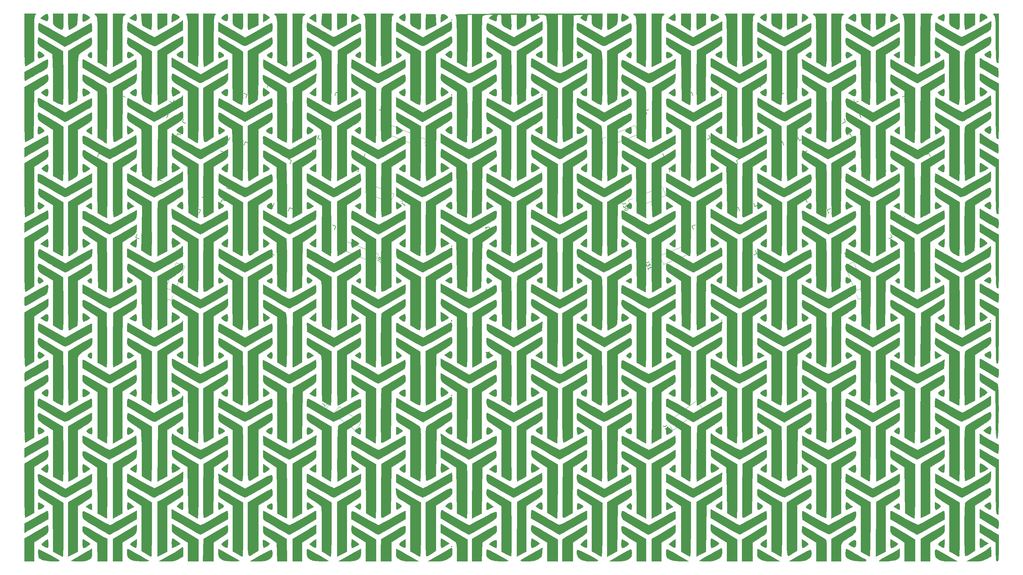
<source format=gbr>
G04 #@! TF.GenerationSoftware,KiCad,Pcbnew,(5.1.4)-1*
G04 #@! TF.CreationDate,2024-04-24T20:53:09-04:00*
G04 #@! TF.ProjectId,ThumbsUp,5468756d-6273-4557-902e-6b696361645f,rev?*
G04 #@! TF.SameCoordinates,Original*
G04 #@! TF.FileFunction,Legend,Top*
G04 #@! TF.FilePolarity,Positive*
%FSLAX46Y46*%
G04 Gerber Fmt 4.6, Leading zero omitted, Abs format (unit mm)*
G04 Created by KiCad (PCBNEW (5.1.4)-1) date 2024-04-24 20:53:09*
%MOMM*%
%LPD*%
G04 APERTURE LIST*
%ADD10C,0.010000*%
%ADD11C,0.150000*%
%ADD12C,0.120000*%
G04 APERTURE END LIST*
D10*
G36*
X127673158Y-249835789D02*
G01*
X127539474Y-249969473D01*
X127405790Y-249835789D01*
X127539474Y-249702105D01*
X127673158Y-249835789D01*
X127673158Y-249835789D01*
G37*
X127673158Y-249835789D02*
X127539474Y-249969473D01*
X127405790Y-249835789D01*
X127539474Y-249702105D01*
X127673158Y-249835789D01*
G36*
X266093010Y-248324160D02*
G01*
X266163611Y-248875187D01*
X266170000Y-249145087D01*
X266134119Y-249889296D01*
X265949119Y-250170217D01*
X265498965Y-250056416D01*
X265033684Y-249816545D01*
X264510354Y-249497648D01*
X264325105Y-249231070D01*
X264517414Y-248946546D01*
X265126762Y-248573812D01*
X265969474Y-248151035D01*
X266093010Y-248324160D01*
X266093010Y-248324160D01*
G37*
X266093010Y-248324160D02*
X266163611Y-248875187D01*
X266170000Y-249145087D01*
X266134119Y-249889296D01*
X265949119Y-250170217D01*
X265498965Y-250056416D01*
X265033684Y-249816545D01*
X264510354Y-249497648D01*
X264325105Y-249231070D01*
X264517414Y-248946546D01*
X265126762Y-248573812D01*
X265969474Y-248151035D01*
X266093010Y-248324160D01*
G36*
X216094434Y-248335226D02*
G01*
X216166824Y-248928068D01*
X216172105Y-249167368D01*
X216092098Y-249925429D01*
X215817598Y-250206844D01*
X215296884Y-250032841D01*
X214839258Y-249714446D01*
X214417852Y-249333629D01*
X214298484Y-249103510D01*
X214304521Y-249096997D01*
X214821870Y-248720723D01*
X215411543Y-248354509D01*
X215864800Y-248124008D01*
X215964228Y-248097895D01*
X216094434Y-248335226D01*
X216094434Y-248335226D01*
G37*
X216094434Y-248335226D02*
X216166824Y-248928068D01*
X216172105Y-249167368D01*
X216092098Y-249925429D01*
X215817598Y-250206844D01*
X215296884Y-250032841D01*
X214839258Y-249714446D01*
X214417852Y-249333629D01*
X214298484Y-249103510D01*
X214304521Y-249096997D01*
X214821870Y-248720723D01*
X215411543Y-248354509D01*
X215864800Y-248124008D01*
X215964228Y-248097895D01*
X216094434Y-248335226D01*
G36*
X201488829Y-248222603D02*
G01*
X202117115Y-248520034D01*
X202622476Y-248875144D01*
X202803684Y-249148598D01*
X202586444Y-249364767D01*
X202062963Y-249676722D01*
X201425599Y-249987011D01*
X200866711Y-250198180D01*
X200655666Y-250236842D01*
X200493913Y-249999623D01*
X200403951Y-249407028D01*
X200397369Y-249167368D01*
X200441404Y-248468940D01*
X200621484Y-248159966D01*
X200941512Y-248097895D01*
X201488829Y-248222603D01*
X201488829Y-248222603D01*
G37*
X201488829Y-248222603D02*
X202117115Y-248520034D01*
X202622476Y-248875144D01*
X202803684Y-249148598D01*
X202586444Y-249364767D01*
X202062963Y-249676722D01*
X201425599Y-249987011D01*
X200866711Y-250198180D01*
X200655666Y-250236842D01*
X200493913Y-249999623D01*
X200403951Y-249407028D01*
X200397369Y-249167368D01*
X200441404Y-248468940D01*
X200621484Y-248159966D01*
X200941512Y-248097895D01*
X201488829Y-248222603D01*
G36*
X190429801Y-248335675D02*
G01*
X190499636Y-248927952D01*
X190504737Y-249167368D01*
X190470735Y-249888192D01*
X190292259Y-250167381D01*
X189854603Y-250064862D01*
X189315366Y-249788747D01*
X188527048Y-249362062D01*
X189315366Y-248731306D01*
X189876862Y-248320573D01*
X190262152Y-248107503D01*
X190304211Y-248099223D01*
X190429801Y-248335675D01*
X190429801Y-248335675D01*
G37*
X190429801Y-248335675D02*
X190499636Y-248927952D01*
X190504737Y-249167368D01*
X190470735Y-249888192D01*
X190292259Y-250167381D01*
X189854603Y-250064862D01*
X189315366Y-249788747D01*
X188527048Y-249362062D01*
X189315366Y-248731306D01*
X189876862Y-248320573D01*
X190262152Y-248107503D01*
X190304211Y-248099223D01*
X190429801Y-248335675D01*
G36*
X114494434Y-248335226D02*
G01*
X114566824Y-248928068D01*
X114572105Y-249167368D01*
X114492098Y-249925429D01*
X114217598Y-250206844D01*
X113696884Y-250032841D01*
X113239258Y-249714446D01*
X112817852Y-249333629D01*
X112698484Y-249103510D01*
X112704521Y-249096997D01*
X113221870Y-248720723D01*
X113811543Y-248354509D01*
X114264800Y-248124008D01*
X114364228Y-248097895D01*
X114494434Y-248335226D01*
X114494434Y-248335226D01*
G37*
X114494434Y-248335226D02*
X114566824Y-248928068D01*
X114572105Y-249167368D01*
X114492098Y-249925429D01*
X114217598Y-250206844D01*
X113696884Y-250032841D01*
X113239258Y-249714446D01*
X112817852Y-249333629D01*
X112698484Y-249103510D01*
X112704521Y-249096997D01*
X113221870Y-248720723D01*
X113811543Y-248354509D01*
X114264800Y-248124008D01*
X114364228Y-248097895D01*
X114494434Y-248335226D01*
G36*
X64564161Y-248608609D02*
G01*
X64574211Y-249167368D01*
X64510843Y-249895672D01*
X64256267Y-250175812D01*
X63713770Y-250061543D01*
X63304211Y-249873244D01*
X62798309Y-249499867D01*
X62804133Y-249105544D01*
X63327056Y-248649823D01*
X63479148Y-248556594D01*
X64135204Y-248200684D01*
X64457377Y-248195992D01*
X64564161Y-248608609D01*
X64564161Y-248608609D01*
G37*
X64564161Y-248608609D02*
X64574211Y-249167368D01*
X64510843Y-249895672D01*
X64256267Y-250175812D01*
X63713770Y-250061543D01*
X63304211Y-249873244D01*
X62798309Y-249499867D01*
X62804133Y-249105544D01*
X63327056Y-248649823D01*
X63479148Y-248556594D01*
X64135204Y-248200684D01*
X64457377Y-248195992D01*
X64564161Y-248608609D01*
G36*
X38876697Y-248571043D02*
G01*
X38906842Y-249167368D01*
X38872799Y-249888368D01*
X38694184Y-250167462D01*
X38256270Y-250064685D01*
X37718431Y-249789250D01*
X36931073Y-249363068D01*
X37666499Y-248730481D01*
X38324344Y-248235800D01*
X38705661Y-248174876D01*
X38876697Y-248571043D01*
X38876697Y-248571043D01*
G37*
X38876697Y-248571043D02*
X38906842Y-249167368D01*
X38872799Y-249888368D01*
X38694184Y-250167462D01*
X38256270Y-250064685D01*
X37718431Y-249789250D01*
X36931073Y-249363068D01*
X37666499Y-248730481D01*
X38324344Y-248235800D01*
X38705661Y-248174876D01*
X38876697Y-248571043D01*
G36*
X13994625Y-248532245D02*
G01*
X14041579Y-249167368D01*
X13984204Y-249877636D01*
X13749756Y-250169215D01*
X13244749Y-250081773D01*
X12604833Y-249776992D01*
X11836507Y-249373865D01*
X12604833Y-248745495D01*
X13330371Y-248235130D01*
X13776014Y-248158872D01*
X13994625Y-248532245D01*
X13994625Y-248532245D01*
G37*
X13994625Y-248532245D02*
X14041579Y-249167368D01*
X13984204Y-249877636D01*
X13749756Y-250169215D01*
X13244749Y-250081773D01*
X12604833Y-249776992D01*
X11836507Y-249373865D01*
X12604833Y-248745495D01*
X13330371Y-248235130D01*
X13776014Y-248158872D01*
X13994625Y-248532245D01*
G36*
X277156529Y-248229176D02*
G01*
X277673440Y-248539745D01*
X278079885Y-248904693D01*
X278215405Y-249199109D01*
X278177659Y-249256261D01*
X277900790Y-249434735D01*
X277334085Y-249782484D01*
X277065263Y-249944850D01*
X276062632Y-250547823D01*
X276062632Y-249322859D01*
X276090984Y-248570229D01*
X276224143Y-248210372D01*
X276534260Y-248102320D01*
X276689614Y-248097895D01*
X277156529Y-248229176D01*
X277156529Y-248229176D01*
G37*
X277156529Y-248229176D02*
X277673440Y-248539745D01*
X278079885Y-248904693D01*
X278215405Y-249199109D01*
X278177659Y-249256261D01*
X277900790Y-249434735D01*
X277334085Y-249782484D01*
X277065263Y-249944850D01*
X276062632Y-250547823D01*
X276062632Y-249322859D01*
X276090984Y-248570229D01*
X276224143Y-248210372D01*
X276534260Y-248102320D01*
X276689614Y-248097895D01*
X277156529Y-248229176D01*
G36*
X251776369Y-248238008D02*
G01*
X252423016Y-248717840D01*
X253143746Y-249337785D01*
X252155274Y-249920998D01*
X251523663Y-250278863D01*
X251111843Y-250484680D01*
X251048401Y-250504210D01*
X250977761Y-250265019D01*
X250935411Y-249659901D01*
X250930000Y-249301052D01*
X251011249Y-248464838D01*
X251280580Y-248115487D01*
X251776369Y-248238008D01*
X251776369Y-248238008D01*
G37*
X251776369Y-248238008D02*
X252423016Y-248717840D01*
X253143746Y-249337785D01*
X252155274Y-249920998D01*
X251523663Y-250278863D01*
X251111843Y-250484680D01*
X251048401Y-250504210D01*
X250977761Y-250265019D01*
X250935411Y-249659901D01*
X250930000Y-249301052D01*
X251011249Y-248464838D01*
X251280580Y-248115487D01*
X251776369Y-248238008D01*
G36*
X241259551Y-248535648D02*
G01*
X241304737Y-249151589D01*
X241258605Y-249847500D01*
X241143878Y-250273135D01*
X241104211Y-250315856D01*
X240768529Y-250261517D01*
X240181363Y-249989589D01*
X239995624Y-249883127D01*
X239087564Y-249339827D01*
X239861940Y-248720189D01*
X240592209Y-248220400D01*
X241040613Y-248153664D01*
X241259551Y-248535648D01*
X241259551Y-248535648D01*
G37*
X241259551Y-248535648D02*
X241304737Y-249151589D01*
X241258605Y-249847500D01*
X241143878Y-250273135D01*
X241104211Y-250315856D01*
X240768529Y-250261517D01*
X240181363Y-249989589D01*
X239995624Y-249883127D01*
X239087564Y-249339827D01*
X239861940Y-248720189D01*
X240592209Y-248220400D01*
X241040613Y-248153664D01*
X241259551Y-248535648D01*
G36*
X226614805Y-248232967D02*
G01*
X227145715Y-248549965D01*
X227626361Y-248916561D01*
X227866366Y-249200424D01*
X227867466Y-249240235D01*
X227611824Y-249515623D01*
X227073190Y-249915801D01*
X226929115Y-250009437D01*
X226064737Y-250556722D01*
X226064737Y-249327308D01*
X226095759Y-248600491D01*
X226174415Y-248159280D01*
X226224010Y-248097895D01*
X226614805Y-248232967D01*
X226614805Y-248232967D01*
G37*
X226614805Y-248232967D02*
X227145715Y-248549965D01*
X227626361Y-248916561D01*
X227866366Y-249200424D01*
X227867466Y-249240235D01*
X227611824Y-249515623D01*
X227073190Y-249915801D01*
X226929115Y-250009437D01*
X226064737Y-250556722D01*
X226064737Y-249327308D01*
X226095759Y-248600491D01*
X226174415Y-248159280D01*
X226224010Y-248097895D01*
X226614805Y-248232967D01*
G36*
X175980717Y-248224023D02*
G01*
X176561477Y-248522483D01*
X177098914Y-248873392D01*
X177391973Y-249156864D01*
X177403684Y-249198605D01*
X177195824Y-249453143D01*
X176700220Y-249794095D01*
X176108835Y-250114471D01*
X175613634Y-250307282D01*
X175420776Y-250303758D01*
X175292306Y-249930076D01*
X175261847Y-249314026D01*
X175316245Y-248667524D01*
X175442346Y-248202487D01*
X175557695Y-248097895D01*
X175980717Y-248224023D01*
X175980717Y-248224023D01*
G37*
X175980717Y-248224023D02*
X176561477Y-248522483D01*
X177098914Y-248873392D01*
X177391973Y-249156864D01*
X177403684Y-249198605D01*
X177195824Y-249453143D01*
X176700220Y-249794095D01*
X176108835Y-250114471D01*
X175613634Y-250307282D01*
X175420776Y-250303758D01*
X175292306Y-249930076D01*
X175261847Y-249314026D01*
X175316245Y-248667524D01*
X175442346Y-248202487D01*
X175557695Y-248097895D01*
X175980717Y-248224023D01*
G36*
X125366329Y-248268962D02*
G01*
X125713909Y-248416996D01*
X126324844Y-248797333D01*
X126450762Y-249155770D01*
X126083132Y-249562359D01*
X125531972Y-249910615D01*
X124464737Y-250520177D01*
X124464737Y-249458499D01*
X124546535Y-248608639D01*
X124828687Y-248227450D01*
X125366329Y-248268962D01*
X125366329Y-248268962D01*
G37*
X125366329Y-248268962D02*
X125713909Y-248416996D01*
X126324844Y-248797333D01*
X126450762Y-249155770D01*
X126083132Y-249562359D01*
X125531972Y-249910615D01*
X124464737Y-250520177D01*
X124464737Y-249458499D01*
X124546535Y-248608639D01*
X124828687Y-248227450D01*
X125366329Y-248268962D01*
G36*
X100104023Y-248249762D02*
G01*
X100791779Y-248733646D01*
X101583032Y-249366741D01*
X100457569Y-249940910D01*
X99332105Y-250515078D01*
X99332105Y-249306486D01*
X99398212Y-248484863D01*
X99635855Y-248140338D01*
X100104023Y-248249762D01*
X100104023Y-248249762D01*
G37*
X100104023Y-248249762D02*
X100791779Y-248733646D01*
X101583032Y-249366741D01*
X100457569Y-249940910D01*
X99332105Y-250515078D01*
X99332105Y-249306486D01*
X99398212Y-248484863D01*
X99635855Y-248140338D01*
X100104023Y-248249762D01*
G36*
X89406816Y-248605870D02*
G01*
X89439474Y-249301052D01*
X89426234Y-250013315D01*
X89392727Y-250432832D01*
X89372632Y-250482060D01*
X89125569Y-250341720D01*
X88591687Y-250019050D01*
X88398043Y-249900052D01*
X87490297Y-249340194D01*
X88212426Y-248719044D01*
X88861595Y-248232213D01*
X89237231Y-248183820D01*
X89406816Y-248605870D01*
X89406816Y-248605870D01*
G37*
X89406816Y-248605870D02*
X89439474Y-249301052D01*
X89426234Y-250013315D01*
X89392727Y-250432832D01*
X89372632Y-250482060D01*
X89125569Y-250341720D01*
X88591687Y-250019050D01*
X88398043Y-249900052D01*
X87490297Y-249340194D01*
X88212426Y-248719044D01*
X88861595Y-248232213D01*
X89237231Y-248183820D01*
X89406816Y-248605870D01*
G36*
X74987625Y-248229269D02*
G01*
X75526051Y-248536850D01*
X76039451Y-248890823D01*
X76325878Y-249161373D01*
X76338421Y-249198605D01*
X76130015Y-249436567D01*
X75609649Y-249807353D01*
X75402632Y-249934047D01*
X74466842Y-250486176D01*
X74466842Y-249292035D01*
X74498725Y-248577395D01*
X74579323Y-248150799D01*
X74626116Y-248097895D01*
X74987625Y-248229269D01*
X74987625Y-248229269D01*
G37*
X74987625Y-248229269D02*
X75526051Y-248536850D01*
X76039451Y-248890823D01*
X76325878Y-249161373D01*
X76338421Y-249198605D01*
X76130015Y-249436567D01*
X75609649Y-249807353D01*
X75402632Y-249934047D01*
X74466842Y-250486176D01*
X74466842Y-249292035D01*
X74498725Y-248577395D01*
X74579323Y-248150799D01*
X74626116Y-248097895D01*
X74987625Y-248229269D01*
G36*
X49973303Y-248259271D02*
G01*
X50559332Y-248602140D01*
X50923953Y-248947080D01*
X50962084Y-249235276D01*
X50622234Y-249551946D01*
X49852911Y-249982306D01*
X49668421Y-250076608D01*
X48799474Y-250517942D01*
X48799474Y-249307918D01*
X48832339Y-248556192D01*
X48973476Y-248199324D01*
X49286696Y-248099289D01*
X49358881Y-248097895D01*
X49973303Y-248259271D01*
X49973303Y-248259271D01*
G37*
X49973303Y-248259271D02*
X50559332Y-248602140D01*
X50923953Y-248947080D01*
X50962084Y-249235276D01*
X50622234Y-249551946D01*
X49852911Y-249982306D01*
X49668421Y-250076608D01*
X48799474Y-250517942D01*
X48799474Y-249307918D01*
X48832339Y-248556192D01*
X48973476Y-248199324D01*
X49286696Y-248099289D01*
X49358881Y-248097895D01*
X49973303Y-248259271D01*
G36*
X24382823Y-248224023D02*
G01*
X24963582Y-248522483D01*
X25501020Y-248873392D01*
X25794078Y-249156864D01*
X25805790Y-249198605D01*
X25597929Y-249453143D01*
X25102325Y-249794095D01*
X24510940Y-250114471D01*
X24015740Y-250307282D01*
X23822881Y-250303758D01*
X23694411Y-249930076D01*
X23663952Y-249314026D01*
X23718350Y-248667524D01*
X23844451Y-248202487D01*
X23959800Y-248097895D01*
X24382823Y-248224023D01*
X24382823Y-248224023D01*
G37*
X24382823Y-248224023D02*
X24963582Y-248522483D01*
X25501020Y-248873392D01*
X25794078Y-249156864D01*
X25805790Y-249198605D01*
X25597929Y-249453143D01*
X25102325Y-249794095D01*
X24510940Y-250114471D01*
X24015740Y-250307282D01*
X23822881Y-250303758D01*
X23694411Y-249930076D01*
X23663952Y-249314026D01*
X23718350Y-248667524D01*
X23844451Y-248202487D01*
X23959800Y-248097895D01*
X24382823Y-248224023D01*
G36*
X274725790Y-251260598D02*
G01*
X273488956Y-251951878D01*
X272749792Y-252342055D01*
X272196073Y-252592718D01*
X272018429Y-252643158D01*
X271912827Y-252396314D01*
X271832060Y-251737603D01*
X271788750Y-250789753D01*
X271784737Y-250370526D01*
X271784737Y-248097895D01*
X274725790Y-248097895D01*
X274725790Y-251260598D01*
X274725790Y-251260598D01*
G37*
X274725790Y-251260598D02*
X273488956Y-251951878D01*
X272749792Y-252342055D01*
X272196073Y-252592718D01*
X272018429Y-252643158D01*
X271912827Y-252396314D01*
X271832060Y-251737603D01*
X271788750Y-250789753D01*
X271784737Y-250370526D01*
X271784737Y-248097895D01*
X274725790Y-248097895D01*
X274725790Y-251260598D01*
G36*
X270447895Y-250370526D02*
G01*
X270433111Y-251553972D01*
X270343720Y-252261028D01*
X270112165Y-252549994D01*
X269670887Y-252479172D01*
X268952328Y-252106862D01*
X268643158Y-251927960D01*
X268011060Y-251538291D01*
X267671710Y-251191299D01*
X267534042Y-250706996D01*
X267506992Y-249905396D01*
X267506842Y-249682073D01*
X267506842Y-248097895D01*
X270447895Y-248097895D01*
X270447895Y-250370526D01*
X270447895Y-250370526D01*
G37*
X270447895Y-250370526D02*
X270433111Y-251553972D01*
X270343720Y-252261028D01*
X270112165Y-252549994D01*
X269670887Y-252479172D01*
X268952328Y-252106862D01*
X268643158Y-251927960D01*
X268011060Y-251538291D01*
X267671710Y-251191299D01*
X267534042Y-250706996D01*
X267506992Y-249905396D01*
X267506842Y-249682073D01*
X267506842Y-248097895D01*
X270447895Y-248097895D01*
X270447895Y-250370526D01*
G36*
X249539074Y-249729512D02*
G01*
X249478648Y-250637384D01*
X249346433Y-251185859D01*
X249048315Y-251549809D01*
X248490179Y-251904109D01*
X248315981Y-252002144D01*
X247629051Y-252373980D01*
X247156260Y-252605294D01*
X247045981Y-252643158D01*
X246988810Y-252396270D01*
X246945086Y-251737451D01*
X246921643Y-250789462D01*
X246919474Y-250370526D01*
X246919474Y-248097895D01*
X249618674Y-248097895D01*
X249539074Y-249729512D01*
X249539074Y-249729512D01*
G37*
X249539074Y-249729512D02*
X249478648Y-250637384D01*
X249346433Y-251185859D01*
X249048315Y-251549809D01*
X248490179Y-251904109D01*
X248315981Y-252002144D01*
X247629051Y-252373980D01*
X247156260Y-252605294D01*
X247045981Y-252643158D01*
X246988810Y-252396270D01*
X246945086Y-251737451D01*
X246921643Y-250789462D01*
X246919474Y-250370526D01*
X246919474Y-248097895D01*
X249618674Y-248097895D01*
X249539074Y-249729512D01*
G36*
X224727895Y-251297307D02*
G01*
X223399941Y-251970233D01*
X222646700Y-252339965D01*
X222103507Y-252584384D01*
X221929415Y-252643158D01*
X221864983Y-252396275D01*
X221815707Y-251737468D01*
X221789288Y-250789495D01*
X221786842Y-250370526D01*
X221786842Y-248097895D01*
X224727895Y-248097895D01*
X224727895Y-251297307D01*
X224727895Y-251297307D01*
G37*
X224727895Y-251297307D02*
X223399941Y-251970233D01*
X222646700Y-252339965D01*
X222103507Y-252584384D01*
X221929415Y-252643158D01*
X221864983Y-252396275D01*
X221815707Y-251737468D01*
X221789288Y-250789495D01*
X221786842Y-250370526D01*
X221786842Y-248097895D01*
X224727895Y-248097895D01*
X224727895Y-251297307D01*
G36*
X220450000Y-250370526D02*
G01*
X220435216Y-251553972D01*
X220345825Y-252261028D01*
X220114270Y-252549994D01*
X219672992Y-252479172D01*
X218954433Y-252106862D01*
X218645263Y-251927960D01*
X218013165Y-251538291D01*
X217673815Y-251191299D01*
X217536148Y-250706996D01*
X217509097Y-249905396D01*
X217508947Y-249682073D01*
X217508947Y-248097895D01*
X220450000Y-248097895D01*
X220450000Y-250370526D01*
X220450000Y-250370526D01*
G37*
X220450000Y-250370526D02*
X220435216Y-251553972D01*
X220345825Y-252261028D01*
X220114270Y-252549994D01*
X219672992Y-252479172D01*
X218954433Y-252106862D01*
X218645263Y-251927960D01*
X218013165Y-251538291D01*
X217673815Y-251191299D01*
X217536148Y-250706996D01*
X217509097Y-249905396D01*
X217508947Y-249682073D01*
X217508947Y-248097895D01*
X220450000Y-248097895D01*
X220450000Y-250370526D01*
G36*
X199060526Y-251255504D02*
G01*
X197876600Y-251949331D01*
X197174874Y-252344506D01*
X196675991Y-252595783D01*
X196539758Y-252643158D01*
X196470653Y-252396279D01*
X196417802Y-251737480D01*
X196389465Y-250789518D01*
X196386842Y-250370526D01*
X196386842Y-248097895D01*
X199060526Y-248097895D01*
X199060526Y-251255504D01*
X199060526Y-251255504D01*
G37*
X199060526Y-251255504D02*
X197876600Y-251949331D01*
X197174874Y-252344506D01*
X196675991Y-252595783D01*
X196539758Y-252643158D01*
X196470653Y-252396279D01*
X196417802Y-251737480D01*
X196389465Y-250789518D01*
X196386842Y-250370526D01*
X196386842Y-248097895D01*
X199060526Y-248097895D01*
X199060526Y-251255504D01*
G36*
X174195263Y-249526982D02*
G01*
X174123091Y-250556703D01*
X173886309Y-251188301D01*
X173727369Y-251366319D01*
X173235687Y-251719619D01*
X172560326Y-252121438D01*
X171898362Y-252463602D01*
X171446874Y-252637935D01*
X171401172Y-252643158D01*
X171334757Y-252396277D01*
X171283964Y-251737473D01*
X171256731Y-250789504D01*
X171254211Y-250370526D01*
X171254211Y-248097895D01*
X174195263Y-248097895D01*
X174195263Y-249526982D01*
X174195263Y-249526982D01*
G37*
X174195263Y-249526982D02*
X174123091Y-250556703D01*
X173886309Y-251188301D01*
X173727369Y-251366319D01*
X173235687Y-251719619D01*
X172560326Y-252121438D01*
X171898362Y-252463602D01*
X171446874Y-252637935D01*
X171401172Y-252643158D01*
X171334757Y-252396277D01*
X171283964Y-251737473D01*
X171256731Y-250789504D01*
X171254211Y-250370526D01*
X171254211Y-248097895D01*
X174195263Y-248097895D01*
X174195263Y-249526982D01*
G36*
X123074064Y-249757850D02*
G01*
X123153918Y-251284120D01*
X121812953Y-251963639D01*
X121053670Y-252335630D01*
X120501601Y-252582447D01*
X120318602Y-252643158D01*
X120257053Y-252396862D01*
X120226829Y-251740900D01*
X120232200Y-250799655D01*
X120242871Y-250437368D01*
X120320526Y-248231579D01*
X122994211Y-248231579D01*
X123074064Y-249757850D01*
X123074064Y-249757850D01*
G37*
X123074064Y-249757850D02*
X123153918Y-251284120D01*
X121812953Y-251963639D01*
X121053670Y-252335630D01*
X120501601Y-252582447D01*
X120318602Y-252643158D01*
X120257053Y-252396862D01*
X120226829Y-251740900D01*
X120232200Y-250799655D01*
X120242871Y-250437368D01*
X120320526Y-248231579D01*
X122994211Y-248231579D01*
X123074064Y-249757850D01*
G36*
X118850000Y-250370526D02*
G01*
X118835216Y-251553972D01*
X118745825Y-252261028D01*
X118514270Y-252549994D01*
X118072992Y-252479172D01*
X117354433Y-252106862D01*
X117045263Y-251927960D01*
X116413165Y-251538291D01*
X116073815Y-251191299D01*
X115936148Y-250706996D01*
X115909097Y-249905396D01*
X115908947Y-249682073D01*
X115908947Y-248097895D01*
X118850000Y-248097895D01*
X118850000Y-250370526D01*
X118850000Y-250370526D01*
G37*
X118850000Y-250370526D02*
X118835216Y-251553972D01*
X118745825Y-252261028D01*
X118514270Y-252549994D01*
X118072992Y-252479172D01*
X117354433Y-252106862D01*
X117045263Y-251927960D01*
X116413165Y-251538291D01*
X116073815Y-251191299D01*
X115936148Y-250706996D01*
X115909097Y-249905396D01*
X115908947Y-249682073D01*
X115908947Y-248097895D01*
X118850000Y-248097895D01*
X118850000Y-250370526D01*
G36*
X97995263Y-251255504D02*
G01*
X96811337Y-251949331D01*
X96109611Y-252344506D01*
X95610728Y-252595783D01*
X95474495Y-252643158D01*
X95405390Y-252396279D01*
X95352539Y-251737480D01*
X95324202Y-250789518D01*
X95321579Y-250370526D01*
X95321579Y-248097895D01*
X97995263Y-248097895D01*
X97995263Y-251255504D01*
X97995263Y-251255504D01*
G37*
X97995263Y-251255504D02*
X96811337Y-251949331D01*
X96109611Y-252344506D01*
X95610728Y-252595783D01*
X95474495Y-252643158D01*
X95405390Y-252396279D01*
X95352539Y-251737480D01*
X95324202Y-250789518D01*
X95321579Y-250370526D01*
X95321579Y-248097895D01*
X97995263Y-248097895D01*
X97995263Y-251255504D01*
G36*
X73130000Y-251297307D02*
G01*
X71802046Y-251970233D01*
X71048806Y-252339965D01*
X70505612Y-252584384D01*
X70331520Y-252643158D01*
X70267089Y-252396275D01*
X70217812Y-251737468D01*
X70191393Y-250789495D01*
X70188947Y-250370526D01*
X70188947Y-248097895D01*
X73130000Y-248097895D01*
X73130000Y-251297307D01*
X73130000Y-251297307D01*
G37*
X73130000Y-251297307D02*
X71802046Y-251970233D01*
X71048806Y-252339965D01*
X70505612Y-252584384D01*
X70331520Y-252643158D01*
X70267089Y-252396275D01*
X70217812Y-251737468D01*
X70191393Y-250789495D01*
X70188947Y-250370526D01*
X70188947Y-248097895D01*
X73130000Y-248097895D01*
X73130000Y-251297307D01*
G36*
X68852105Y-250370526D02*
G01*
X68837321Y-251553972D01*
X68747931Y-252261028D01*
X68516375Y-252549994D01*
X68075097Y-252479172D01*
X67356538Y-252106862D01*
X67047369Y-251927960D01*
X66415270Y-251538291D01*
X66075920Y-251191299D01*
X65938253Y-250706996D01*
X65911203Y-249905396D01*
X65911053Y-249682073D01*
X65911053Y-248097895D01*
X68852105Y-248097895D01*
X68852105Y-250370526D01*
X68852105Y-250370526D01*
G37*
X68852105Y-250370526D02*
X68837321Y-251553972D01*
X68747931Y-252261028D01*
X68516375Y-252549994D01*
X68075097Y-252479172D01*
X67356538Y-252106862D01*
X67047369Y-251927960D01*
X66415270Y-251538291D01*
X66075920Y-251191299D01*
X65938253Y-250706996D01*
X65911203Y-249905396D01*
X65911053Y-249682073D01*
X65911053Y-248097895D01*
X68852105Y-248097895D01*
X68852105Y-250370526D01*
G36*
X47462632Y-251260598D02*
G01*
X46225798Y-251951878D01*
X45515963Y-252338962D01*
X45022794Y-252589825D01*
X44888956Y-252643158D01*
X44843759Y-252396263D01*
X44809194Y-251737427D01*
X44790662Y-250789417D01*
X44788947Y-250370526D01*
X44788947Y-248097895D01*
X47462632Y-248097895D01*
X47462632Y-251260598D01*
X47462632Y-251260598D01*
G37*
X47462632Y-251260598D02*
X46225798Y-251951878D01*
X45515963Y-252338962D01*
X45022794Y-252589825D01*
X44888956Y-252643158D01*
X44843759Y-252396263D01*
X44809194Y-251737427D01*
X44790662Y-250789417D01*
X44788947Y-250370526D01*
X44788947Y-248097895D01*
X47462632Y-248097895D01*
X47462632Y-251260598D01*
G36*
X43184737Y-250370526D02*
G01*
X43162979Y-251395714D01*
X43104914Y-252177562D01*
X43021352Y-252594177D01*
X42984211Y-252631341D01*
X42643725Y-252510133D01*
X42019740Y-252218356D01*
X41714211Y-252063047D01*
X41049700Y-251709789D01*
X40617198Y-251465830D01*
X40544283Y-251417392D01*
X40474757Y-251124638D01*
X40395637Y-250454132D01*
X40335733Y-249713055D01*
X40227637Y-248097895D01*
X43184737Y-248097895D01*
X43184737Y-250370526D01*
X43184737Y-250370526D01*
G37*
X43184737Y-250370526D02*
X43162979Y-251395714D01*
X43104914Y-252177562D01*
X43021352Y-252594177D01*
X42984211Y-252631341D01*
X42643725Y-252510133D01*
X42019740Y-252218356D01*
X41714211Y-252063047D01*
X41049700Y-251709789D01*
X40617198Y-251465830D01*
X40544283Y-251417392D01*
X40474757Y-251124638D01*
X40395637Y-250454132D01*
X40335733Y-249713055D01*
X40227637Y-248097895D01*
X43184737Y-248097895D01*
X43184737Y-250370526D01*
G36*
X22275916Y-249761682D02*
G01*
X22215637Y-250681968D01*
X22088211Y-251238108D01*
X21807391Y-251600350D01*
X21286929Y-251938944D01*
X21126842Y-252029916D01*
X20445311Y-252393206D01*
X19961695Y-252611206D01*
X19856842Y-252638759D01*
X19766242Y-252393988D01*
X19696943Y-251737009D01*
X19659769Y-250790247D01*
X19656316Y-250370526D01*
X19656316Y-248097895D01*
X22355516Y-248097895D01*
X22275916Y-249761682D01*
X22275916Y-249761682D01*
G37*
X22275916Y-249761682D02*
X22215637Y-250681968D01*
X22088211Y-251238108D01*
X21807391Y-251600350D01*
X21286929Y-251938944D01*
X21126842Y-252029916D01*
X20445311Y-252393206D01*
X19961695Y-252611206D01*
X19856842Y-252638759D01*
X19766242Y-252393988D01*
X19696943Y-251737009D01*
X19659769Y-250790247D01*
X19656316Y-250370526D01*
X19656316Y-248097895D01*
X22355516Y-248097895D01*
X22275916Y-249761682D01*
G36*
X18319474Y-250370526D02*
G01*
X18302228Y-251565614D01*
X18207484Y-252282832D01*
X17970730Y-252578893D01*
X17527458Y-252510506D01*
X16813155Y-252134381D01*
X16514737Y-251957053D01*
X15883217Y-251556619D01*
X15543837Y-251202824D01*
X15405867Y-250714413D01*
X15378581Y-249910133D01*
X15378421Y-249686951D01*
X15378421Y-248097895D01*
X18319474Y-248097895D01*
X18319474Y-250370526D01*
X18319474Y-250370526D01*
G37*
X18319474Y-250370526D02*
X18302228Y-251565614D01*
X18207484Y-252282832D01*
X17970730Y-252578893D01*
X17527458Y-252510506D01*
X16813155Y-252134381D01*
X16514737Y-251957053D01*
X15883217Y-251556619D01*
X15543837Y-251202824D01*
X15405867Y-250714413D01*
X15378581Y-249910133D01*
X15378421Y-249686951D01*
X15378421Y-248097895D01*
X18319474Y-248097895D01*
X18319474Y-250370526D01*
G36*
X245315263Y-250504210D02*
G01*
X245308402Y-251560876D01*
X245290020Y-252376353D01*
X245263423Y-252832712D01*
X245248421Y-252889510D01*
X245002507Y-252751160D01*
X244443320Y-252418707D01*
X243978421Y-252137901D01*
X243318737Y-251715906D01*
X242951835Y-251348404D01*
X242781337Y-250856181D01*
X242710866Y-250060020D01*
X242695663Y-249752602D01*
X242616063Y-248097895D01*
X245315263Y-248097895D01*
X245315263Y-250504210D01*
X245315263Y-250504210D01*
G37*
X245315263Y-250504210D02*
X245308402Y-251560876D01*
X245290020Y-252376353D01*
X245263423Y-252832712D01*
X245248421Y-252889510D01*
X245002507Y-252751160D01*
X244443320Y-252418707D01*
X243978421Y-252137901D01*
X243318737Y-251715906D01*
X242951835Y-251348404D01*
X242781337Y-250856181D01*
X242710866Y-250060020D01*
X242695663Y-249752602D01*
X242616063Y-248097895D01*
X245315263Y-248097895D01*
X245315263Y-250504210D01*
G36*
X194782632Y-250504210D02*
G01*
X194775769Y-251561230D01*
X194757383Y-252377410D01*
X194730781Y-252834663D01*
X194715790Y-252891922D01*
X194472955Y-252750766D01*
X193915628Y-252405666D01*
X193378947Y-252067209D01*
X192108947Y-251261101D01*
X192108947Y-248097895D01*
X194782632Y-248097895D01*
X194782632Y-250504210D01*
X194782632Y-250504210D01*
G37*
X194782632Y-250504210D02*
X194775769Y-251561230D01*
X194757383Y-252377410D01*
X194730781Y-252834663D01*
X194715790Y-252891922D01*
X194472955Y-252750766D01*
X193915628Y-252405666D01*
X193378947Y-252067209D01*
X192108947Y-251261101D01*
X192108947Y-248097895D01*
X194782632Y-248097895D01*
X194782632Y-250504210D01*
G36*
X93717369Y-250504210D02*
G01*
X93710513Y-251559290D01*
X93692148Y-252371618D01*
X93665572Y-252823974D01*
X93650526Y-252878691D01*
X93399857Y-252742423D01*
X92825841Y-252425592D01*
X92316920Y-252143428D01*
X91590289Y-251703360D01*
X91084599Y-251328640D01*
X90946304Y-251170097D01*
X90911302Y-250766860D01*
X90935120Y-250029639D01*
X90977086Y-249499044D01*
X91111718Y-248097895D01*
X93717369Y-248097895D01*
X93717369Y-250504210D01*
X93717369Y-250504210D01*
G37*
X93717369Y-250504210D02*
X93710513Y-251559290D01*
X93692148Y-252371618D01*
X93665572Y-252823974D01*
X93650526Y-252878691D01*
X93399857Y-252742423D01*
X92825841Y-252425592D01*
X92316920Y-252143428D01*
X91590289Y-251703360D01*
X91084599Y-251328640D01*
X90946304Y-251170097D01*
X90911302Y-250766860D01*
X90935120Y-250029639D01*
X90977086Y-249499044D01*
X91111718Y-248097895D01*
X93717369Y-248097895D01*
X93717369Y-250504210D01*
G36*
X279271053Y-251395235D02*
G01*
X279249327Y-252051613D01*
X279115517Y-252494197D01*
X278766674Y-252866154D01*
X278099848Y-253310650D01*
X277733684Y-253533180D01*
X275875163Y-254640393D01*
X274242493Y-255582095D01*
X272885160Y-256331391D01*
X271852648Y-256861389D01*
X271194442Y-257145196D01*
X271011107Y-257186618D01*
X270636595Y-257054073D01*
X269901351Y-256691206D01*
X268899949Y-256148119D01*
X267726967Y-255474913D01*
X267283242Y-255211754D01*
X266083377Y-254486978D01*
X265040735Y-253843991D01*
X264245551Y-253339434D01*
X263788056Y-253029946D01*
X263723462Y-252977251D01*
X263576627Y-252563064D01*
X263534484Y-251855717D01*
X263546010Y-251633282D01*
X263630000Y-250550755D01*
X267105790Y-252555927D01*
X268342141Y-253266464D01*
X269422674Y-253882358D01*
X270258816Y-254353515D01*
X270761996Y-254629840D01*
X270857672Y-254677905D01*
X271195098Y-254594945D01*
X271931155Y-254266543D01*
X273006736Y-253723704D01*
X274362738Y-252997433D01*
X275940056Y-252118736D01*
X277679586Y-251118617D01*
X278001053Y-250930622D01*
X279271053Y-250186030D01*
X279271053Y-251395235D01*
X279271053Y-251395235D01*
G37*
X279271053Y-251395235D02*
X279249327Y-252051613D01*
X279115517Y-252494197D01*
X278766674Y-252866154D01*
X278099848Y-253310650D01*
X277733684Y-253533180D01*
X275875163Y-254640393D01*
X274242493Y-255582095D01*
X272885160Y-256331391D01*
X271852648Y-256861389D01*
X271194442Y-257145196D01*
X271011107Y-257186618D01*
X270636595Y-257054073D01*
X269901351Y-256691206D01*
X268899949Y-256148119D01*
X267726967Y-255474913D01*
X267283242Y-255211754D01*
X266083377Y-254486978D01*
X265040735Y-253843991D01*
X264245551Y-253339434D01*
X263788056Y-253029946D01*
X263723462Y-252977251D01*
X263576627Y-252563064D01*
X263534484Y-251855717D01*
X263546010Y-251633282D01*
X263630000Y-250550755D01*
X267105790Y-252555927D01*
X268342141Y-253266464D01*
X269422674Y-253882358D01*
X270258816Y-254353515D01*
X270761996Y-254629840D01*
X270857672Y-254677905D01*
X271195098Y-254594945D01*
X271931155Y-254266543D01*
X273006736Y-253723704D01*
X274362738Y-252997433D01*
X275940056Y-252118736D01*
X277679586Y-251118617D01*
X278001053Y-250930622D01*
X279271053Y-250186030D01*
X279271053Y-251395235D01*
G36*
X203594064Y-251529415D02*
G01*
X203582339Y-252776842D01*
X199747898Y-254982631D01*
X198431489Y-255722021D01*
X197247742Y-256353525D01*
X196285662Y-256832245D01*
X195634254Y-257113276D01*
X195414886Y-257168577D01*
X195018437Y-257029554D01*
X194260053Y-256660027D01*
X193233481Y-256109306D01*
X192032468Y-255426704D01*
X191440526Y-255078003D01*
X187964737Y-253007272D01*
X187882522Y-251889426D01*
X187893969Y-251104785D01*
X188068687Y-250778186D01*
X188111412Y-250771579D01*
X188441849Y-250897979D01*
X189146327Y-251246321D01*
X190136290Y-251770314D01*
X191323185Y-252423668D01*
X191971762Y-252789481D01*
X195521006Y-254807383D01*
X203605790Y-250281989D01*
X203594064Y-251529415D01*
X203594064Y-251529415D01*
G37*
X203594064Y-251529415D02*
X203582339Y-252776842D01*
X199747898Y-254982631D01*
X198431489Y-255722021D01*
X197247742Y-256353525D01*
X196285662Y-256832245D01*
X195634254Y-257113276D01*
X195414886Y-257168577D01*
X195018437Y-257029554D01*
X194260053Y-256660027D01*
X193233481Y-256109306D01*
X192032468Y-255426704D01*
X191440526Y-255078003D01*
X187964737Y-253007272D01*
X187882522Y-251889426D01*
X187893969Y-251104785D01*
X188068687Y-250778186D01*
X188111412Y-250771579D01*
X188441849Y-250897979D01*
X189146327Y-251246321D01*
X190136290Y-251770314D01*
X191323185Y-252423668D01*
X191971762Y-252789481D01*
X195521006Y-254807383D01*
X203605790Y-250281989D01*
X203594064Y-251529415D01*
G36*
X163187042Y-250767949D02*
G01*
X163852873Y-251082763D01*
X164813665Y-251584131D01*
X165986649Y-252229432D01*
X166782439Y-252682117D01*
X170465404Y-254802742D01*
X171862439Y-254034784D01*
X172756070Y-253538990D01*
X173906263Y-252894592D01*
X175105215Y-252218145D01*
X175455989Y-252019202D01*
X176435347Y-251477033D01*
X177246994Y-251053876D01*
X177774938Y-250808921D01*
X177900930Y-250771579D01*
X178044802Y-251009146D01*
X178112184Y-251606315D01*
X178110730Y-251900595D01*
X178072105Y-253029612D01*
X174462632Y-255104604D01*
X173192666Y-255820630D01*
X172065060Y-256430133D01*
X171169686Y-256886546D01*
X170596417Y-257143304D01*
X170452105Y-257182546D01*
X170044294Y-257054700D01*
X169320249Y-256712820D01*
X168418683Y-256223887D01*
X168179474Y-256085154D01*
X166452658Y-255071411D01*
X165130391Y-254291734D01*
X164159054Y-253704460D01*
X163485030Y-253267926D01*
X163054701Y-252940467D01*
X162814448Y-252680421D01*
X162710653Y-252446125D01*
X162689699Y-252195914D01*
X162697966Y-251888125D01*
X162698421Y-251826156D01*
X162745976Y-251137885D01*
X162863790Y-250719350D01*
X162898947Y-250682315D01*
X163187042Y-250767949D01*
X163187042Y-250767949D01*
G37*
X163187042Y-250767949D02*
X163852873Y-251082763D01*
X164813665Y-251584131D01*
X165986649Y-252229432D01*
X166782439Y-252682117D01*
X170465404Y-254802742D01*
X171862439Y-254034784D01*
X172756070Y-253538990D01*
X173906263Y-252894592D01*
X175105215Y-252218145D01*
X175455989Y-252019202D01*
X176435347Y-251477033D01*
X177246994Y-251053876D01*
X177774938Y-250808921D01*
X177900930Y-250771579D01*
X178044802Y-251009146D01*
X178112184Y-251606315D01*
X178110730Y-251900595D01*
X178072105Y-253029612D01*
X174462632Y-255104604D01*
X173192666Y-255820630D01*
X172065060Y-256430133D01*
X171169686Y-256886546D01*
X170596417Y-257143304D01*
X170452105Y-257182546D01*
X170044294Y-257054700D01*
X169320249Y-256712820D01*
X168418683Y-256223887D01*
X168179474Y-256085154D01*
X166452658Y-255071411D01*
X165130391Y-254291734D01*
X164159054Y-253704460D01*
X163485030Y-253267926D01*
X163054701Y-252940467D01*
X162814448Y-252680421D01*
X162710653Y-252446125D01*
X162689699Y-252195914D01*
X162697966Y-251888125D01*
X162698421Y-251826156D01*
X162745976Y-251137885D01*
X162863790Y-250719350D01*
X162898947Y-250682315D01*
X163187042Y-250767949D01*
G36*
X127624926Y-251385636D02*
G01*
X127623844Y-252174960D01*
X127421037Y-252651350D01*
X127120304Y-252909939D01*
X126383023Y-253382588D01*
X125389262Y-253979676D01*
X124236148Y-254647447D01*
X123020809Y-255332147D01*
X121840371Y-255980022D01*
X120791962Y-256537316D01*
X119972710Y-256950275D01*
X119479741Y-257165143D01*
X119398259Y-257183674D01*
X119032243Y-257052173D01*
X118298764Y-256692972D01*
X117288703Y-256153804D01*
X116092942Y-255482402D01*
X115453036Y-255111568D01*
X111922388Y-253044210D01*
X111910404Y-251758431D01*
X111940266Y-251039105D01*
X112029731Y-250626319D01*
X112098947Y-250583909D01*
X112389374Y-250750613D01*
X113056841Y-251136283D01*
X114015899Y-251691472D01*
X115181098Y-252366730D01*
X115822405Y-252738636D01*
X117049894Y-253446486D01*
X118106624Y-254047993D01*
X118909996Y-254496760D01*
X119377415Y-254746394D01*
X119460387Y-254782105D01*
X119719143Y-254656676D01*
X120364270Y-254309059D01*
X121317794Y-253782256D01*
X122501742Y-253119270D01*
X123557456Y-252522538D01*
X127539474Y-250262972D01*
X127624926Y-251385636D01*
X127624926Y-251385636D01*
G37*
X127624926Y-251385636D02*
X127623844Y-252174960D01*
X127421037Y-252651350D01*
X127120304Y-252909939D01*
X126383023Y-253382588D01*
X125389262Y-253979676D01*
X124236148Y-254647447D01*
X123020809Y-255332147D01*
X121840371Y-255980022D01*
X120791962Y-256537316D01*
X119972710Y-256950275D01*
X119479741Y-257165143D01*
X119398259Y-257183674D01*
X119032243Y-257052173D01*
X118298764Y-256692972D01*
X117288703Y-256153804D01*
X116092942Y-255482402D01*
X115453036Y-255111568D01*
X111922388Y-253044210D01*
X111910404Y-251758431D01*
X111940266Y-251039105D01*
X112029731Y-250626319D01*
X112098947Y-250583909D01*
X112389374Y-250750613D01*
X113056841Y-251136283D01*
X114015899Y-251691472D01*
X115181098Y-252366730D01*
X115822405Y-252738636D01*
X117049894Y-253446486D01*
X118106624Y-254047993D01*
X118909996Y-254496760D01*
X119377415Y-254746394D01*
X119460387Y-254782105D01*
X119719143Y-254656676D01*
X120364270Y-254309059D01*
X121317794Y-253782256D01*
X122501742Y-253119270D01*
X123557456Y-252522538D01*
X127539474Y-250262972D01*
X127624926Y-251385636D01*
G36*
X62769474Y-250990735D02*
G01*
X63583873Y-251473066D01*
X64507844Y-252000787D01*
X64707895Y-252112152D01*
X65481902Y-252547252D01*
X66502278Y-253130242D01*
X67554212Y-253738355D01*
X67600400Y-253765247D01*
X69423432Y-254827062D01*
X73051483Y-252799320D01*
X74314972Y-252101581D01*
X75419434Y-251507554D01*
X76278772Y-251062306D01*
X76806890Y-250810901D01*
X76925403Y-250771579D01*
X77058306Y-251008310D01*
X77102010Y-251603704D01*
X77089057Y-251901990D01*
X77006842Y-253032401D01*
X73397369Y-255105999D01*
X72127340Y-255821423D01*
X70999690Y-256430108D01*
X70104306Y-256885569D01*
X69531074Y-257141320D01*
X69386842Y-257180023D01*
X69025771Y-257050465D01*
X68296691Y-256693158D01*
X67290034Y-256155627D01*
X66096232Y-255485395D01*
X65452223Y-255112331D01*
X61918655Y-253044210D01*
X61909591Y-251752404D01*
X61900526Y-250460597D01*
X62769474Y-250990735D01*
X62769474Y-250990735D01*
G37*
X62769474Y-250990735D02*
X63583873Y-251473066D01*
X64507844Y-252000787D01*
X64707895Y-252112152D01*
X65481902Y-252547252D01*
X66502278Y-253130242D01*
X67554212Y-253738355D01*
X67600400Y-253765247D01*
X69423432Y-254827062D01*
X73051483Y-252799320D01*
X74314972Y-252101581D01*
X75419434Y-251507554D01*
X76278772Y-251062306D01*
X76806890Y-250810901D01*
X76925403Y-250771579D01*
X77058306Y-251008310D01*
X77102010Y-251603704D01*
X77089057Y-251901990D01*
X77006842Y-253032401D01*
X73397369Y-255105999D01*
X72127340Y-255821423D01*
X70999690Y-256430108D01*
X70104306Y-256885569D01*
X69531074Y-257141320D01*
X69386842Y-257180023D01*
X69025771Y-257050465D01*
X68296691Y-256693158D01*
X67290034Y-256155627D01*
X66096232Y-255485395D01*
X65452223Y-255112331D01*
X61918655Y-253044210D01*
X61909591Y-251752404D01*
X61900526Y-250460597D01*
X62769474Y-250990735D01*
G36*
X253544874Y-251009899D02*
G01*
X253596833Y-251609189D01*
X253601570Y-251907895D01*
X253599455Y-253044210D01*
X250593675Y-254771219D01*
X249380396Y-255468319D01*
X248264802Y-256109283D01*
X247366578Y-256625347D01*
X246805407Y-256947749D01*
X246785790Y-256959019D01*
X245983684Y-257419810D01*
X242240526Y-255213740D01*
X240841787Y-254383092D01*
X239839213Y-253763602D01*
X239164957Y-253300652D01*
X238751170Y-252939626D01*
X238530006Y-252625908D01*
X238433617Y-252304879D01*
X238411688Y-252131540D01*
X238369474Y-251503991D01*
X238426638Y-251096841D01*
X238643266Y-250918470D01*
X239079444Y-250977255D01*
X239795257Y-251281574D01*
X240850792Y-251839806D01*
X242306133Y-252660330D01*
X242339240Y-252679193D01*
X246080701Y-254811202D01*
X249692162Y-252791390D01*
X250944033Y-252096395D01*
X252027392Y-251504701D01*
X252858647Y-251061193D01*
X253354206Y-250810760D01*
X253453653Y-250771579D01*
X253544874Y-251009899D01*
X253544874Y-251009899D01*
G37*
X253544874Y-251009899D02*
X253596833Y-251609189D01*
X253601570Y-251907895D01*
X253599455Y-253044210D01*
X250593675Y-254771219D01*
X249380396Y-255468319D01*
X248264802Y-256109283D01*
X247366578Y-256625347D01*
X246805407Y-256947749D01*
X246785790Y-256959019D01*
X245983684Y-257419810D01*
X242240526Y-255213740D01*
X240841787Y-254383092D01*
X239839213Y-253763602D01*
X239164957Y-253300652D01*
X238751170Y-252939626D01*
X238530006Y-252625908D01*
X238433617Y-252304879D01*
X238411688Y-252131540D01*
X238369474Y-251503991D01*
X238426638Y-251096841D01*
X238643266Y-250918470D01*
X239079444Y-250977255D01*
X239795257Y-251281574D01*
X240850792Y-251839806D01*
X242306133Y-252660330D01*
X242339240Y-252679193D01*
X246080701Y-254811202D01*
X249692162Y-252791390D01*
X250944033Y-252096395D01*
X252027392Y-251504701D01*
X252858647Y-251061193D01*
X253354206Y-250810760D01*
X253453653Y-250771579D01*
X253544874Y-251009899D01*
G36*
X213989244Y-250756528D02*
G01*
X214657210Y-251143267D01*
X215617771Y-251699467D01*
X216785853Y-252375868D01*
X217454725Y-252763206D01*
X221009976Y-254822044D01*
X224539988Y-252863653D01*
X225798215Y-252172286D01*
X226906677Y-251575714D01*
X227774195Y-251122056D01*
X228309590Y-250859431D01*
X228420697Y-250815641D01*
X228641675Y-250911421D01*
X228708650Y-251406834D01*
X228688065Y-251864933D01*
X228626291Y-252425834D01*
X228475987Y-252836303D01*
X228142339Y-253201795D01*
X227530532Y-253627768D01*
X226599474Y-254187962D01*
X225445713Y-254861930D01*
X224246932Y-255550456D01*
X223238320Y-256118616D01*
X223123684Y-256181971D01*
X222303333Y-256644000D01*
X221657339Y-257026337D01*
X221366860Y-257216801D01*
X221031330Y-257170765D01*
X220298950Y-256862677D01*
X219223366Y-256318573D01*
X217858227Y-255564489D01*
X217299936Y-255242974D01*
X213519312Y-253044210D01*
X213508866Y-251758431D01*
X213539589Y-251040163D01*
X213629552Y-250629466D01*
X213698947Y-250588510D01*
X213989244Y-250756528D01*
X213989244Y-250756528D01*
G37*
X213989244Y-250756528D02*
X214657210Y-251143267D01*
X215617771Y-251699467D01*
X216785853Y-252375868D01*
X217454725Y-252763206D01*
X221009976Y-254822044D01*
X224539988Y-252863653D01*
X225798215Y-252172286D01*
X226906677Y-251575714D01*
X227774195Y-251122056D01*
X228309590Y-250859431D01*
X228420697Y-250815641D01*
X228641675Y-250911421D01*
X228708650Y-251406834D01*
X228688065Y-251864933D01*
X228626291Y-252425834D01*
X228475987Y-252836303D01*
X228142339Y-253201795D01*
X227530532Y-253627768D01*
X226599474Y-254187962D01*
X225445713Y-254861930D01*
X224246932Y-255550456D01*
X223238320Y-256118616D01*
X223123684Y-256181971D01*
X222303333Y-256644000D01*
X221657339Y-257026337D01*
X221366860Y-257216801D01*
X221031330Y-257170765D01*
X220298950Y-256862677D01*
X219223366Y-256318573D01*
X217858227Y-255564489D01*
X217299936Y-255242974D01*
X213519312Y-253044210D01*
X213508866Y-251758431D01*
X213539589Y-251040163D01*
X213629552Y-250629466D01*
X213698947Y-250588510D01*
X213989244Y-250756528D01*
G36*
X153071468Y-251521360D02*
G01*
X153074142Y-252029975D01*
X153036305Y-252404662D01*
X152886750Y-252713436D01*
X152554271Y-253024313D01*
X151967662Y-253405310D01*
X151055716Y-253924444D01*
X149864737Y-254584428D01*
X148893784Y-255134831D01*
X147954748Y-255685072D01*
X147458421Y-255987204D01*
X146366255Y-256657798D01*
X145605836Y-257062337D01*
X145060800Y-257226549D01*
X144614779Y-257176163D01*
X144151408Y-256936906D01*
X143904114Y-256773042D01*
X143288113Y-256373725D01*
X142876138Y-256142240D01*
X142806094Y-256118947D01*
X142537419Y-255988671D01*
X141907535Y-255634307D01*
X141011550Y-255110552D01*
X139984541Y-254496256D01*
X138842102Y-253800610D01*
X138080541Y-253303915D01*
X137622624Y-252929297D01*
X137391119Y-252599880D01*
X137308795Y-252238791D01*
X137298421Y-251822572D01*
X137366870Y-251139517D01*
X137541894Y-250788714D01*
X137598567Y-250771579D01*
X137925092Y-250897247D01*
X138627187Y-251243709D01*
X139616888Y-251765148D01*
X140806229Y-252415752D01*
X141482317Y-252794379D01*
X145065922Y-254817179D01*
X145927961Y-254297619D01*
X146646836Y-253877260D01*
X147589778Y-253342219D01*
X148260526Y-252969457D01*
X149310235Y-252387767D01*
X150522394Y-251709612D01*
X151402105Y-251213367D01*
X153073158Y-250265878D01*
X153071468Y-251521360D01*
X153071468Y-251521360D01*
G37*
X153071468Y-251521360D02*
X153074142Y-252029975D01*
X153036305Y-252404662D01*
X152886750Y-252713436D01*
X152554271Y-253024313D01*
X151967662Y-253405310D01*
X151055716Y-253924444D01*
X149864737Y-254584428D01*
X148893784Y-255134831D01*
X147954748Y-255685072D01*
X147458421Y-255987204D01*
X146366255Y-256657798D01*
X145605836Y-257062337D01*
X145060800Y-257226549D01*
X144614779Y-257176163D01*
X144151408Y-256936906D01*
X143904114Y-256773042D01*
X143288113Y-256373725D01*
X142876138Y-256142240D01*
X142806094Y-256118947D01*
X142537419Y-255988671D01*
X141907535Y-255634307D01*
X141011550Y-255110552D01*
X139984541Y-254496256D01*
X138842102Y-253800610D01*
X138080541Y-253303915D01*
X137622624Y-252929297D01*
X137391119Y-252599880D01*
X137308795Y-252238791D01*
X137298421Y-251822572D01*
X137366870Y-251139517D01*
X137541894Y-250788714D01*
X137598567Y-250771579D01*
X137925092Y-250897247D01*
X138627187Y-251243709D01*
X139616888Y-251765148D01*
X140806229Y-252415752D01*
X141482317Y-252794379D01*
X145065922Y-254817179D01*
X145927961Y-254297619D01*
X146646836Y-253877260D01*
X147589778Y-253342219D01*
X148260526Y-252969457D01*
X149310235Y-252387767D01*
X150522394Y-251709612D01*
X151402105Y-251213367D01*
X153073158Y-250265878D01*
X153071468Y-251521360D01*
G36*
X89038421Y-251734712D02*
G01*
X90144892Y-252367153D01*
X91216970Y-252977695D01*
X92069834Y-253461151D01*
X92267912Y-253572761D01*
X93052331Y-254020641D01*
X93718129Y-254412449D01*
X93883852Y-254513782D01*
X94146186Y-254614624D01*
X94497280Y-254589856D01*
X95017475Y-254407058D01*
X95787114Y-254033805D01*
X96886538Y-253437677D01*
X97744476Y-252955820D01*
X99253940Y-252101799D01*
X100357953Y-251489398D01*
X101119675Y-251102657D01*
X101602263Y-250925612D01*
X101868877Y-250942301D01*
X101982676Y-251136762D01*
X102006817Y-251493033D01*
X102004025Y-251879289D01*
X102002261Y-253044210D01*
X99670500Y-254381052D01*
X98466417Y-255071257D01*
X97241273Y-255773339D01*
X96195872Y-256372233D01*
X95862264Y-256563280D01*
X94385790Y-257408666D01*
X90797455Y-255301051D01*
X89545211Y-254559467D01*
X88451691Y-253900429D01*
X87602569Y-253376462D01*
X87083519Y-253040095D01*
X86970307Y-252954623D01*
X86838886Y-252557082D01*
X86802973Y-251857230D01*
X86815484Y-251612689D01*
X86899474Y-250509569D01*
X89038421Y-251734712D01*
X89038421Y-251734712D01*
G37*
X89038421Y-251734712D02*
X90144892Y-252367153D01*
X91216970Y-252977695D01*
X92069834Y-253461151D01*
X92267912Y-253572761D01*
X93052331Y-254020641D01*
X93718129Y-254412449D01*
X93883852Y-254513782D01*
X94146186Y-254614624D01*
X94497280Y-254589856D01*
X95017475Y-254407058D01*
X95787114Y-254033805D01*
X96886538Y-253437677D01*
X97744476Y-252955820D01*
X99253940Y-252101799D01*
X100357953Y-251489398D01*
X101119675Y-251102657D01*
X101602263Y-250925612D01*
X101868877Y-250942301D01*
X101982676Y-251136762D01*
X102006817Y-251493033D01*
X102004025Y-251879289D01*
X102002261Y-253044210D01*
X99670500Y-254381052D01*
X98466417Y-255071257D01*
X97241273Y-255773339D01*
X96195872Y-256372233D01*
X95862264Y-256563280D01*
X94385790Y-257408666D01*
X90797455Y-255301051D01*
X89545211Y-254559467D01*
X88451691Y-253900429D01*
X87602569Y-253376462D01*
X87083519Y-253040095D01*
X86970307Y-252954623D01*
X86838886Y-252557082D01*
X86802973Y-251857230D01*
X86815484Y-251612689D01*
X86899474Y-250509569D01*
X89038421Y-251734712D01*
G36*
X51896550Y-250002155D02*
G01*
X51923841Y-250449838D01*
X51917828Y-251158805D01*
X51874211Y-252749189D01*
X48532105Y-254711121D01*
X47278316Y-255445113D01*
X46137533Y-256109230D01*
X45214378Y-256642832D01*
X44613471Y-256985278D01*
X44505369Y-257045105D01*
X44221199Y-257171625D01*
X43918337Y-257201361D01*
X43516395Y-257101311D01*
X42934983Y-256838472D01*
X42093712Y-256379843D01*
X40912193Y-255692420D01*
X40235505Y-255292188D01*
X38986593Y-254546303D01*
X37897170Y-253885004D01*
X37052232Y-253360720D01*
X36536777Y-253025879D01*
X36424567Y-252941514D01*
X36301758Y-252553239D01*
X36269832Y-251858329D01*
X36282852Y-251605603D01*
X36366842Y-250495398D01*
X39174211Y-252126165D01*
X40375350Y-252818574D01*
X41507195Y-253461611D01*
X42434141Y-253978784D01*
X42977201Y-254271377D01*
X43972823Y-254785821D01*
X47846015Y-252598568D01*
X49146497Y-251843798D01*
X50275992Y-251149607D01*
X51153826Y-250568684D01*
X51699323Y-250153719D01*
X51840327Y-249989867D01*
X51896550Y-250002155D01*
X51896550Y-250002155D01*
G37*
X51896550Y-250002155D02*
X51923841Y-250449838D01*
X51917828Y-251158805D01*
X51874211Y-252749189D01*
X48532105Y-254711121D01*
X47278316Y-255445113D01*
X46137533Y-256109230D01*
X45214378Y-256642832D01*
X44613471Y-256985278D01*
X44505369Y-257045105D01*
X44221199Y-257171625D01*
X43918337Y-257201361D01*
X43516395Y-257101311D01*
X42934983Y-256838472D01*
X42093712Y-256379843D01*
X40912193Y-255692420D01*
X40235505Y-255292188D01*
X38986593Y-254546303D01*
X37897170Y-253885004D01*
X37052232Y-253360720D01*
X36536777Y-253025879D01*
X36424567Y-252941514D01*
X36301758Y-252553239D01*
X36269832Y-251858329D01*
X36282852Y-251605603D01*
X36366842Y-250495398D01*
X39174211Y-252126165D01*
X40375350Y-252818574D01*
X41507195Y-253461611D01*
X42434141Y-253978784D01*
X42977201Y-254271377D01*
X43972823Y-254785821D01*
X47846015Y-252598568D01*
X49146497Y-251843798D01*
X50275992Y-251149607D01*
X51153826Y-250568684D01*
X51699323Y-250153719D01*
X51840327Y-249989867D01*
X51896550Y-250002155D01*
G36*
X11752583Y-250849579D02*
G01*
X12425891Y-251189092D01*
X13390681Y-251708465D01*
X14562007Y-252362458D01*
X15260885Y-252761644D01*
X18844582Y-254824543D01*
X22434709Y-252798061D01*
X23682127Y-252099434D01*
X24762112Y-251504966D01*
X25590861Y-251059969D01*
X26084569Y-250809755D01*
X26182682Y-250771579D01*
X26278440Y-251010150D01*
X26334482Y-251611170D01*
X26340526Y-251927417D01*
X26340526Y-253083256D01*
X23600000Y-254652264D01*
X22396920Y-255338883D01*
X21252319Y-255988315D01*
X20309973Y-256519193D01*
X19790000Y-256808438D01*
X18720526Y-257395604D01*
X15645790Y-255558984D01*
X14442579Y-254841024D01*
X13351741Y-254191487D01*
X12483315Y-253675802D01*
X11947344Y-253359400D01*
X11902632Y-253333293D01*
X11447222Y-252949935D01*
X11258776Y-252382183D01*
X11234211Y-251857901D01*
X11282983Y-251171763D01*
X11404927Y-250772500D01*
X11455699Y-250735162D01*
X11752583Y-250849579D01*
X11752583Y-250849579D01*
G37*
X11752583Y-250849579D02*
X12425891Y-251189092D01*
X13390681Y-251708465D01*
X14562007Y-252362458D01*
X15260885Y-252761644D01*
X18844582Y-254824543D01*
X22434709Y-252798061D01*
X23682127Y-252099434D01*
X24762112Y-251504966D01*
X25590861Y-251059969D01*
X26084569Y-250809755D01*
X26182682Y-250771579D01*
X26278440Y-251010150D01*
X26334482Y-251611170D01*
X26340526Y-251927417D01*
X26340526Y-253083256D01*
X23600000Y-254652264D01*
X22396920Y-255338883D01*
X21252319Y-255988315D01*
X20309973Y-256519193D01*
X19790000Y-256808438D01*
X18720526Y-257395604D01*
X15645790Y-255558984D01*
X14442579Y-254841024D01*
X13351741Y-254191487D01*
X12483315Y-253675802D01*
X11947344Y-253359400D01*
X11902632Y-253333293D01*
X11447222Y-252949935D01*
X11258776Y-252382183D01*
X11234211Y-251857901D01*
X11282983Y-251171763D01*
X11404927Y-250772500D01*
X11455699Y-250735162D01*
X11752583Y-250849579D01*
G36*
X279261004Y-259035977D02*
G01*
X279271053Y-259594737D01*
X279234682Y-260325456D01*
X279048311Y-260599120D01*
X278596046Y-260481937D01*
X278134737Y-260243914D01*
X277558847Y-259863932D01*
X277471302Y-259541514D01*
X277875587Y-259170169D01*
X278175990Y-258983962D01*
X278832046Y-258628052D01*
X279154219Y-258623360D01*
X279261004Y-259035977D01*
X279261004Y-259035977D01*
G37*
X279261004Y-259035977D02*
X279271053Y-259594737D01*
X279234682Y-260325456D01*
X279048311Y-260599120D01*
X278596046Y-260481937D01*
X278134737Y-260243914D01*
X277558847Y-259863932D01*
X277471302Y-259541514D01*
X277875587Y-259170169D01*
X278175990Y-258983962D01*
X278832046Y-258628052D01*
X279154219Y-258623360D01*
X279261004Y-259035977D01*
G36*
X264296731Y-259005593D02*
G01*
X264929900Y-259472286D01*
X265040253Y-259875434D01*
X264630835Y-260248500D01*
X264419525Y-260353925D01*
X263845107Y-260594787D01*
X263578069Y-260554631D01*
X263500683Y-260138232D01*
X263496316Y-259607172D01*
X263496316Y-258550134D01*
X264296731Y-259005593D01*
X264296731Y-259005593D01*
G37*
X264296731Y-259005593D02*
X264929900Y-259472286D01*
X265040253Y-259875434D01*
X264630835Y-260248500D01*
X264419525Y-260353925D01*
X263845107Y-260594787D01*
X263578069Y-260554631D01*
X263500683Y-260138232D01*
X263496316Y-259607172D01*
X263496316Y-258550134D01*
X264296731Y-259005593D01*
G36*
X253603684Y-259721555D02*
G01*
X253537754Y-260412291D01*
X253294337Y-260625828D01*
X252804998Y-260389860D01*
X252510410Y-260163964D01*
X251892633Y-259663718D01*
X252748158Y-259221309D01*
X253603684Y-258778899D01*
X253603684Y-259721555D01*
X253603684Y-259721555D01*
G37*
X253603684Y-259721555D02*
X253537754Y-260412291D01*
X253294337Y-260625828D01*
X252804998Y-260389860D01*
X252510410Y-260163964D01*
X251892633Y-259663718D01*
X252748158Y-259221309D01*
X253603684Y-258778899D01*
X253603684Y-259721555D01*
G36*
X239332513Y-259053671D02*
G01*
X239658474Y-259286320D01*
X240284843Y-259768119D01*
X239601039Y-260216165D01*
X238912986Y-260590596D01*
X238530180Y-260559615D01*
X238377416Y-260093577D01*
X238363684Y-259728421D01*
X238458101Y-259040535D01*
X238767813Y-258820135D01*
X239332513Y-259053671D01*
X239332513Y-259053671D01*
G37*
X239332513Y-259053671D02*
X239658474Y-259286320D01*
X240284843Y-259768119D01*
X239601039Y-260216165D01*
X238912986Y-260590596D01*
X238530180Y-260559615D01*
X238377416Y-260093577D01*
X238363684Y-259728421D01*
X238458101Y-259040535D01*
X238767813Y-258820135D01*
X239332513Y-259053671D01*
G36*
X228727289Y-259322031D02*
G01*
X228738421Y-259728421D01*
X228638674Y-260422781D01*
X228318099Y-260639232D01*
X227744696Y-260391415D01*
X227535263Y-260241284D01*
X227190384Y-259941052D01*
X227215461Y-259704915D01*
X227637916Y-259343881D01*
X227668947Y-259319943D01*
X228285062Y-258901423D01*
X228608059Y-258890743D01*
X228727289Y-259322031D01*
X228727289Y-259322031D01*
G37*
X228727289Y-259322031D02*
X228738421Y-259728421D01*
X228638674Y-260422781D01*
X228318099Y-260639232D01*
X227744696Y-260391415D01*
X227535263Y-260241284D01*
X227190384Y-259941052D01*
X227215461Y-259704915D01*
X227637916Y-259343881D01*
X227668947Y-259319943D01*
X228285062Y-258901423D01*
X228608059Y-258890743D01*
X228727289Y-259322031D01*
G36*
X214300526Y-259060000D02*
G01*
X214907397Y-259553258D01*
X215049038Y-259899279D01*
X214734743Y-260197349D01*
X214421630Y-260353925D01*
X213852315Y-260593149D01*
X213584087Y-260556828D01*
X213503654Y-260149564D01*
X213498421Y-259576530D01*
X213498421Y-258488850D01*
X214300526Y-259060000D01*
X214300526Y-259060000D01*
G37*
X214300526Y-259060000D02*
X214907397Y-259553258D01*
X215049038Y-259899279D01*
X214734743Y-260197349D01*
X214421630Y-260353925D01*
X213852315Y-260593149D01*
X213584087Y-260556828D01*
X213503654Y-260149564D01*
X213498421Y-259576530D01*
X213498421Y-258488850D01*
X214300526Y-259060000D01*
G36*
X203528799Y-258751529D02*
G01*
X203599401Y-259302556D01*
X203605790Y-259572456D01*
X203569909Y-260316664D01*
X203384909Y-260597585D01*
X202934755Y-260483784D01*
X202469474Y-260243914D01*
X201946144Y-259925017D01*
X201760894Y-259658438D01*
X201953204Y-259373914D01*
X202562551Y-259001180D01*
X203405263Y-258578403D01*
X203528799Y-258751529D01*
X203528799Y-258751529D01*
G37*
X203528799Y-258751529D02*
X203599401Y-259302556D01*
X203605790Y-259572456D01*
X203569909Y-260316664D01*
X203384909Y-260597585D01*
X202934755Y-260483784D01*
X202469474Y-260243914D01*
X201946144Y-259925017D01*
X201760894Y-259658438D01*
X201953204Y-259373914D01*
X202562551Y-259001180D01*
X203405263Y-258578403D01*
X203528799Y-258751529D01*
G36*
X188722634Y-259026337D02*
G01*
X189043618Y-259224434D01*
X189573816Y-259636112D01*
X189613847Y-259936910D01*
X189156791Y-260244894D01*
X188978821Y-260330000D01*
X188292809Y-260604434D01*
X187952604Y-260551732D01*
X187839517Y-260109685D01*
X187831053Y-259728421D01*
X187905463Y-259050801D01*
X188178002Y-258827020D01*
X188722634Y-259026337D01*
X188722634Y-259026337D01*
G37*
X188722634Y-259026337D02*
X189043618Y-259224434D01*
X189573816Y-259636112D01*
X189613847Y-259936910D01*
X189156791Y-260244894D01*
X188978821Y-260330000D01*
X188292809Y-260604434D01*
X187952604Y-260551732D01*
X187839517Y-260109685D01*
X187831053Y-259728421D01*
X187905463Y-259050801D01*
X188178002Y-258827020D01*
X188722634Y-259026337D01*
G36*
X178002419Y-258893379D02*
G01*
X178131862Y-259358800D01*
X178154326Y-259728421D01*
X178084266Y-260421576D01*
X177784303Y-260640457D01*
X177225170Y-260397996D01*
X177002632Y-260237318D01*
X176652855Y-259930667D01*
X176676904Y-259689292D01*
X177095617Y-259312882D01*
X177099094Y-259310032D01*
X177688633Y-258889204D01*
X178002419Y-258893379D01*
X178002419Y-258893379D01*
G37*
X178002419Y-258893379D02*
X178131862Y-259358800D01*
X178154326Y-259728421D01*
X178084266Y-260421576D01*
X177784303Y-260640457D01*
X177225170Y-260397996D01*
X177002632Y-260237318D01*
X176652855Y-259930667D01*
X176676904Y-259689292D01*
X177095617Y-259312882D01*
X177099094Y-259310032D01*
X177688633Y-258889204D01*
X178002419Y-258893379D01*
G36*
X163427156Y-258838692D02*
G01*
X163786666Y-259073366D01*
X164384521Y-259562281D01*
X164514418Y-259907045D01*
X164184318Y-260207309D01*
X163888999Y-260353925D01*
X163217223Y-260613150D01*
X162885177Y-260546562D01*
X162768897Y-260094677D01*
X162755511Y-259810035D01*
X162789082Y-259022838D01*
X162991653Y-258714282D01*
X163427156Y-258838692D01*
X163427156Y-258838692D01*
G37*
X163427156Y-258838692D02*
X163786666Y-259073366D01*
X164384521Y-259562281D01*
X164514418Y-259907045D01*
X164184318Y-260207309D01*
X163888999Y-260353925D01*
X163217223Y-260613150D01*
X162885177Y-260546562D01*
X162768897Y-260094677D01*
X162755511Y-259810035D01*
X162789082Y-259022838D01*
X162991653Y-258714282D01*
X163427156Y-258838692D01*
G36*
X152996168Y-258751529D02*
G01*
X153066769Y-259302556D01*
X153073158Y-259572456D01*
X153037277Y-260316664D01*
X152852277Y-260597585D01*
X152402123Y-260483784D01*
X151936842Y-260243914D01*
X151413512Y-259925017D01*
X151228263Y-259658438D01*
X151420572Y-259373914D01*
X152029920Y-259001180D01*
X152872632Y-258578403D01*
X152996168Y-258751529D01*
X152996168Y-258751529D01*
G37*
X152996168Y-258751529D02*
X153066769Y-259302556D01*
X153073158Y-259572456D01*
X153037277Y-260316664D01*
X152852277Y-260597585D01*
X152402123Y-260483784D01*
X151936842Y-260243914D01*
X151413512Y-259925017D01*
X151228263Y-259658438D01*
X151420572Y-259373914D01*
X152029920Y-259001180D01*
X152872632Y-258578403D01*
X152996168Y-258751529D01*
G36*
X138190003Y-259026337D02*
G01*
X138510986Y-259224434D01*
X139041184Y-259636112D01*
X139081215Y-259936910D01*
X138624160Y-260244894D01*
X138446189Y-260330000D01*
X137760177Y-260604434D01*
X137419972Y-260551732D01*
X137306886Y-260109685D01*
X137298421Y-259728421D01*
X137372831Y-259050801D01*
X137645371Y-258827020D01*
X138190003Y-259026337D01*
X138190003Y-259026337D01*
G37*
X138190003Y-259026337D02*
X138510986Y-259224434D01*
X139041184Y-259636112D01*
X139081215Y-259936910D01*
X138624160Y-260244894D01*
X138446189Y-260330000D01*
X137760177Y-260604434D01*
X137419972Y-260551732D01*
X137306886Y-260109685D01*
X137298421Y-259728421D01*
X137372831Y-259050801D01*
X137645371Y-258827020D01*
X138190003Y-259026337D01*
G36*
X127642004Y-259059521D02*
G01*
X127673158Y-259594737D01*
X127592831Y-260353435D01*
X127317626Y-260634605D01*
X126796207Y-260459566D01*
X126345822Y-260145971D01*
X125686906Y-259639623D01*
X126345822Y-259091338D01*
X127027845Y-258622093D01*
X127445017Y-258605841D01*
X127642004Y-259059521D01*
X127642004Y-259059521D01*
G37*
X127642004Y-259059521D02*
X127673158Y-259594737D01*
X127592831Y-260353435D01*
X127317626Y-260634605D01*
X126796207Y-260459566D01*
X126345822Y-260145971D01*
X125686906Y-259639623D01*
X126345822Y-259091338D01*
X127027845Y-258622093D01*
X127445017Y-258605841D01*
X127642004Y-259059521D01*
G36*
X112700526Y-259060000D02*
G01*
X113307397Y-259553258D01*
X113449038Y-259899279D01*
X113134743Y-260197349D01*
X112821630Y-260353925D01*
X112252315Y-260593149D01*
X111984087Y-260556828D01*
X111903654Y-260149564D01*
X111898421Y-259576530D01*
X111898421Y-258488850D01*
X112700526Y-259060000D01*
X112700526Y-259060000D01*
G37*
X112700526Y-259060000D02*
X113307397Y-259553258D01*
X113449038Y-259899279D01*
X113134743Y-260197349D01*
X112821630Y-260353925D01*
X112252315Y-260593149D01*
X111984087Y-260556828D01*
X111903654Y-260149564D01*
X111898421Y-259576530D01*
X111898421Y-258488850D01*
X112700526Y-259060000D01*
G36*
X101922941Y-258904578D02*
G01*
X102001956Y-259372464D01*
X102005790Y-259728421D01*
X101962817Y-260390658D01*
X101749813Y-260605445D01*
X101240652Y-260449450D01*
X101003158Y-260337889D01*
X100505418Y-260015290D01*
X100493030Y-259696039D01*
X100970950Y-259284078D01*
X101060593Y-259224434D01*
X101649017Y-258876490D01*
X101922941Y-258904578D01*
X101922941Y-258904578D01*
G37*
X101922941Y-258904578D02*
X102001956Y-259372464D01*
X102005790Y-259728421D01*
X101962817Y-260390658D01*
X101749813Y-260605445D01*
X101240652Y-260449450D01*
X101003158Y-260337889D01*
X100505418Y-260015290D01*
X100493030Y-259696039D01*
X100970950Y-259284078D01*
X101060593Y-259224434D01*
X101649017Y-258876490D01*
X101922941Y-258904578D01*
G36*
X87734618Y-259053671D02*
G01*
X88060579Y-259286320D01*
X88686948Y-259768119D01*
X88003144Y-260216165D01*
X87315092Y-260590596D01*
X86932285Y-260559615D01*
X86779521Y-260093577D01*
X86765790Y-259728421D01*
X86860206Y-259040535D01*
X87169919Y-258820135D01*
X87734618Y-259053671D01*
X87734618Y-259053671D01*
G37*
X87734618Y-259053671D02*
X88060579Y-259286320D01*
X88686948Y-259768119D01*
X88003144Y-260216165D01*
X87315092Y-260590596D01*
X86932285Y-260559615D01*
X86779521Y-260093577D01*
X86765790Y-259728421D01*
X86860206Y-259040535D01*
X87169919Y-258820135D01*
X87734618Y-259053671D01*
G36*
X77129394Y-259322031D02*
G01*
X77140526Y-259728421D01*
X77040779Y-260422781D01*
X76720205Y-260639232D01*
X76146801Y-260391415D01*
X75937369Y-260241284D01*
X75592489Y-259941052D01*
X75617566Y-259704915D01*
X76040021Y-259343881D01*
X76071053Y-259319943D01*
X76687167Y-258901423D01*
X77010165Y-258890743D01*
X77129394Y-259322031D01*
X77129394Y-259322031D01*
G37*
X77129394Y-259322031D02*
X77140526Y-259728421D01*
X77040779Y-260422781D01*
X76720205Y-260639232D01*
X76146801Y-260391415D01*
X75937369Y-260241284D01*
X75592489Y-259941052D01*
X75617566Y-259704915D01*
X76040021Y-259343881D01*
X76071053Y-259319943D01*
X76687167Y-258901423D01*
X77010165Y-258890743D01*
X77129394Y-259322031D01*
G36*
X62679802Y-259052993D02*
G01*
X62910509Y-259208845D01*
X63408330Y-259650383D01*
X63401484Y-259991164D01*
X62882736Y-260326653D01*
X62823735Y-260353925D01*
X62227646Y-260601600D01*
X61966609Y-260544213D01*
X61902221Y-260087990D01*
X61900526Y-259728421D01*
X61956482Y-259039774D01*
X62185610Y-258830389D01*
X62679802Y-259052993D01*
X62679802Y-259052993D01*
G37*
X62679802Y-259052993D02*
X62910509Y-259208845D01*
X63408330Y-259650383D01*
X63401484Y-259991164D01*
X62882736Y-260326653D01*
X62823735Y-260353925D01*
X62227646Y-260601600D01*
X61966609Y-260544213D01*
X61902221Y-260087990D01*
X61900526Y-259728421D01*
X61956482Y-259039774D01*
X62185610Y-258830389D01*
X62679802Y-259052993D01*
G36*
X51997846Y-259035977D02*
G01*
X52007895Y-259594737D01*
X51971524Y-260325456D01*
X51785153Y-260599120D01*
X51332888Y-260481937D01*
X50871579Y-260243914D01*
X50295689Y-259863932D01*
X50208144Y-259541514D01*
X50612430Y-259170169D01*
X50912832Y-258983962D01*
X51568888Y-258628052D01*
X51891061Y-258623360D01*
X51997846Y-259035977D01*
X51997846Y-259035977D01*
G37*
X51997846Y-259035977D02*
X52007895Y-259594737D01*
X51971524Y-260325456D01*
X51785153Y-260599120D01*
X51332888Y-260481937D01*
X50871579Y-260243914D01*
X50295689Y-259863932D01*
X50208144Y-259541514D01*
X50612430Y-259170169D01*
X50912832Y-258983962D01*
X51568888Y-258628052D01*
X51891061Y-258623360D01*
X51997846Y-259035977D01*
G36*
X37201987Y-259053671D02*
G01*
X37527948Y-259286320D01*
X38154317Y-259768119D01*
X37470513Y-260216165D01*
X36782460Y-260590596D01*
X36399653Y-260559615D01*
X36246889Y-260093577D01*
X36233158Y-259728421D01*
X36327575Y-259040535D01*
X36637287Y-258820135D01*
X37201987Y-259053671D01*
X37201987Y-259053671D01*
G37*
X37201987Y-259053671D02*
X37527948Y-259286320D01*
X38154317Y-259768119D01*
X37470513Y-260216165D01*
X36782460Y-260590596D01*
X36399653Y-260559615D01*
X36246889Y-260093577D01*
X36233158Y-259728421D01*
X36327575Y-259040535D01*
X36637287Y-258820135D01*
X37201987Y-259053671D01*
G36*
X26311159Y-259116824D02*
G01*
X26340526Y-259719014D01*
X26286371Y-260409264D01*
X26071518Y-260619670D01*
X25617390Y-260398784D01*
X25444805Y-260272444D01*
X25116799Y-259835771D01*
X25310581Y-259400435D01*
X25820680Y-259052031D01*
X26165782Y-258923794D01*
X26311159Y-259116824D01*
X26311159Y-259116824D01*
G37*
X26311159Y-259116824D02*
X26340526Y-259719014D01*
X26286371Y-260409264D01*
X26071518Y-260619670D01*
X25617390Y-260398784D01*
X25444805Y-260272444D01*
X25116799Y-259835771D01*
X25310581Y-259400435D01*
X25820680Y-259052031D01*
X26165782Y-258923794D01*
X26311159Y-259116824D01*
G36*
X11840055Y-258877779D02*
G01*
X12200222Y-259124620D01*
X12782921Y-259605155D01*
X12915824Y-259924931D01*
X12607417Y-260198730D01*
X12291104Y-260353925D01*
X11589221Y-260616887D01*
X11231026Y-260541382D01*
X11108105Y-260074509D01*
X11100526Y-259772982D01*
X11158928Y-259004053D01*
X11381670Y-258719665D01*
X11840055Y-258877779D01*
X11840055Y-258877779D01*
G37*
X11840055Y-258877779D02*
X12200222Y-259124620D01*
X12782921Y-259605155D01*
X12915824Y-259924931D01*
X12607417Y-260198730D01*
X12291104Y-260353925D01*
X11589221Y-260616887D01*
X11231026Y-260541382D01*
X11108105Y-260074509D01*
X11100526Y-259772982D01*
X11158928Y-259004053D01*
X11381670Y-258719665D01*
X11840055Y-258877779D01*
G36*
X281410000Y-255049473D02*
G01*
X281407543Y-256913017D01*
X281400623Y-258586272D01*
X281389913Y-259999320D01*
X281376087Y-261082246D01*
X281359821Y-261765133D01*
X281343158Y-261979944D01*
X281073075Y-261876392D01*
X280942105Y-261823979D01*
X280829790Y-261646362D01*
X280743528Y-261182508D01*
X280680765Y-260383154D01*
X280638944Y-259199034D01*
X280615510Y-257580884D01*
X280607906Y-255479440D01*
X280607895Y-255382456D01*
X280603862Y-253349029D01*
X280588854Y-251783262D01*
X280558506Y-250618117D01*
X280508453Y-249786557D01*
X280434329Y-249221546D01*
X280331770Y-248856047D01*
X280196410Y-248623024D01*
X280165403Y-248586842D01*
X279903762Y-248250891D01*
X280022597Y-248119864D01*
X280566456Y-248097895D01*
X281410000Y-248097895D01*
X281410000Y-255049473D01*
X281410000Y-255049473D01*
G37*
X281410000Y-255049473D02*
X281407543Y-256913017D01*
X281400623Y-258586272D01*
X281389913Y-259999320D01*
X281376087Y-261082246D01*
X281359821Y-261765133D01*
X281343158Y-261979944D01*
X281073075Y-261876392D01*
X280942105Y-261823979D01*
X280829790Y-261646362D01*
X280743528Y-261182508D01*
X280680765Y-260383154D01*
X280638944Y-259199034D01*
X280615510Y-257580884D01*
X280607906Y-255479440D01*
X280607895Y-255382456D01*
X280603862Y-253349029D01*
X280588854Y-251783262D01*
X280558506Y-250618117D01*
X280508453Y-249786557D01*
X280434329Y-249221546D01*
X280331770Y-248856047D01*
X280196410Y-248623024D01*
X280165403Y-248586842D01*
X279903762Y-248250891D01*
X280022597Y-248119864D01*
X280566456Y-248097895D01*
X281410000Y-248097895D01*
X281410000Y-255049473D01*
G36*
X261298788Y-248106398D02*
G01*
X262231283Y-248123825D01*
X262707355Y-248179119D01*
X262805061Y-248293646D01*
X262627369Y-248470084D01*
X262479255Y-248625111D01*
X262365868Y-248880565D01*
X262282655Y-249302304D01*
X262225062Y-249956189D01*
X262188535Y-250908077D01*
X262168519Y-252223829D01*
X262160462Y-253969304D01*
X262159474Y-255236983D01*
X262159474Y-261648699D01*
X260862293Y-262354713D01*
X260133520Y-262724310D01*
X259617083Y-262935626D01*
X259458609Y-262954566D01*
X259433408Y-262670050D01*
X259415681Y-261920303D01*
X259405722Y-260774787D01*
X259403820Y-259302961D01*
X259410268Y-257574282D01*
X259425358Y-255658212D01*
X259427209Y-255473150D01*
X259502312Y-248097895D01*
X261298788Y-248106398D01*
X261298788Y-248106398D01*
G37*
X261298788Y-248106398D02*
X262231283Y-248123825D01*
X262707355Y-248179119D01*
X262805061Y-248293646D01*
X262627369Y-248470084D01*
X262479255Y-248625111D01*
X262365868Y-248880565D01*
X262282655Y-249302304D01*
X262225062Y-249956189D01*
X262188535Y-250908077D01*
X262168519Y-252223829D01*
X262160462Y-253969304D01*
X262159474Y-255236983D01*
X262159474Y-261648699D01*
X260862293Y-262354713D01*
X260133520Y-262724310D01*
X259617083Y-262935626D01*
X259458609Y-262954566D01*
X259433408Y-262670050D01*
X259415681Y-261920303D01*
X259405722Y-260774787D01*
X259403820Y-259302961D01*
X259410268Y-257574282D01*
X259425358Y-255658212D01*
X259427209Y-255473150D01*
X259502312Y-248097895D01*
X261298788Y-248106398D01*
G36*
X257881579Y-255584210D02*
G01*
X257874721Y-257522152D01*
X257855355Y-259273192D01*
X257825291Y-260769778D01*
X257786341Y-261944355D01*
X257740317Y-262729371D01*
X257689030Y-263057274D01*
X257681053Y-263062860D01*
X257354341Y-262935144D01*
X256727820Y-262614861D01*
X256211615Y-262327597D01*
X254942703Y-261600000D01*
X254941615Y-255212633D01*
X254938139Y-253184795D01*
X254925429Y-251625681D01*
X254898895Y-250469297D01*
X254853947Y-249649652D01*
X254785995Y-249100752D01*
X254690448Y-248756603D01*
X254562717Y-248551214D01*
X254472632Y-248470084D01*
X254298152Y-248287219D01*
X254422311Y-248178431D01*
X254922301Y-248124630D01*
X255875312Y-248106724D01*
X255943158Y-248106398D01*
X257881579Y-248097895D01*
X257881579Y-255584210D01*
X257881579Y-255584210D01*
G37*
X257881579Y-255584210D02*
X257874721Y-257522152D01*
X257855355Y-259273192D01*
X257825291Y-260769778D01*
X257786341Y-261944355D01*
X257740317Y-262729371D01*
X257689030Y-263057274D01*
X257681053Y-263062860D01*
X257354341Y-262935144D01*
X256727820Y-262614861D01*
X256211615Y-262327597D01*
X254942703Y-261600000D01*
X254941615Y-255212633D01*
X254938139Y-253184795D01*
X254925429Y-251625681D01*
X254898895Y-250469297D01*
X254853947Y-249649652D01*
X254785995Y-249100752D01*
X254690448Y-248756603D01*
X254562717Y-248551214D01*
X254472632Y-248470084D01*
X254298152Y-248287219D01*
X254422311Y-248178431D01*
X254922301Y-248124630D01*
X255875312Y-248106724D01*
X255943158Y-248106398D01*
X257881579Y-248097895D01*
X257881579Y-255584210D01*
G36*
X237264552Y-248105408D02*
G01*
X237787034Y-248143898D01*
X237928523Y-248237292D01*
X237765869Y-248409516D01*
X237621070Y-248514108D01*
X237434180Y-248659452D01*
X237291257Y-248845069D01*
X237186406Y-249138364D01*
X237113733Y-249606743D01*
X237067342Y-250317611D01*
X237041339Y-251338375D01*
X237029830Y-252736440D01*
X237026920Y-254579212D01*
X237026842Y-255309144D01*
X237026842Y-261687967D01*
X235790008Y-262379246D01*
X235080174Y-262766331D01*
X234587005Y-263017193D01*
X234453166Y-263070526D01*
X234427271Y-262814433D01*
X234403867Y-262091253D01*
X234383858Y-260968631D01*
X234368147Y-259514215D01*
X234357639Y-257795652D01*
X234353236Y-255880588D01*
X234353158Y-255584210D01*
X234353158Y-248097895D01*
X236284228Y-248097895D01*
X237264552Y-248105408D01*
X237264552Y-248105408D01*
G37*
X237264552Y-248105408D02*
X237787034Y-248143898D01*
X237928523Y-248237292D01*
X237765869Y-248409516D01*
X237621070Y-248514108D01*
X237434180Y-248659452D01*
X237291257Y-248845069D01*
X237186406Y-249138364D01*
X237113733Y-249606743D01*
X237067342Y-250317611D01*
X237041339Y-251338375D01*
X237029830Y-252736440D01*
X237026920Y-254579212D01*
X237026842Y-255309144D01*
X237026842Y-261687967D01*
X235790008Y-262379246D01*
X235080174Y-262766331D01*
X234587005Y-263017193D01*
X234453166Y-263070526D01*
X234427271Y-262814433D01*
X234403867Y-262091253D01*
X234383858Y-260968631D01*
X234368147Y-259514215D01*
X234357639Y-257795652D01*
X234353236Y-255880588D01*
X234353158Y-255584210D01*
X234353158Y-248097895D01*
X236284228Y-248097895D01*
X237264552Y-248105408D01*
G36*
X233016316Y-255584210D02*
G01*
X233011212Y-257879298D01*
X232994505Y-259686475D01*
X232964101Y-261052482D01*
X232917904Y-262024060D01*
X232853822Y-262647950D01*
X232769761Y-262970893D01*
X232682105Y-263043782D01*
X232267479Y-262900966D01*
X231593041Y-262568589D01*
X231211579Y-262355329D01*
X230075263Y-261693619D01*
X230075263Y-255311970D01*
X230073919Y-253304336D01*
X230065960Y-251764050D01*
X230045495Y-250623722D01*
X230006634Y-249815963D01*
X229943485Y-249273386D01*
X229850159Y-248928600D01*
X229720764Y-248714217D01*
X229549409Y-248562848D01*
X229481035Y-248514108D01*
X229218904Y-248305915D01*
X229218683Y-248181871D01*
X229556818Y-248120337D01*
X230309759Y-248099677D01*
X230951562Y-248097895D01*
X233016316Y-248097895D01*
X233016316Y-255584210D01*
X233016316Y-255584210D01*
G37*
X233016316Y-255584210D02*
X233011212Y-257879298D01*
X232994505Y-259686475D01*
X232964101Y-261052482D01*
X232917904Y-262024060D01*
X232853822Y-262647950D01*
X232769761Y-262970893D01*
X232682105Y-263043782D01*
X232267479Y-262900966D01*
X231593041Y-262568589D01*
X231211579Y-262355329D01*
X230075263Y-261693619D01*
X230075263Y-255311970D01*
X230073919Y-253304336D01*
X230065960Y-251764050D01*
X230045495Y-250623722D01*
X230006634Y-249815963D01*
X229943485Y-249273386D01*
X229850159Y-248928600D01*
X229720764Y-248714217D01*
X229549409Y-248562848D01*
X229481035Y-248514108D01*
X229218904Y-248305915D01*
X229218683Y-248181871D01*
X229556818Y-248120337D01*
X230309759Y-248099677D01*
X230951562Y-248097895D01*
X233016316Y-248097895D01*
X233016316Y-255584210D01*
G36*
X211158947Y-248106398D02*
G01*
X212139416Y-248122868D01*
X212662572Y-248174172D01*
X212805604Y-248279401D01*
X212645705Y-248457645D01*
X212629474Y-248470084D01*
X212481360Y-248625111D01*
X212367973Y-248880565D01*
X212284761Y-249302304D01*
X212227167Y-249956189D01*
X212190640Y-250908077D01*
X212170625Y-252223829D01*
X212162568Y-253969304D01*
X212161579Y-255236983D01*
X212161579Y-261648699D01*
X210864399Y-262354713D01*
X210123394Y-262713745D01*
X209578320Y-262896271D01*
X209393872Y-262887381D01*
X209348353Y-262584581D01*
X209307303Y-261817700D01*
X209272361Y-260657385D01*
X209245163Y-259174282D01*
X209227347Y-257439041D01*
X209220548Y-255522309D01*
X209220526Y-255405965D01*
X209220526Y-248097895D01*
X211158947Y-248106398D01*
X211158947Y-248106398D01*
G37*
X211158947Y-248106398D02*
X212139416Y-248122868D01*
X212662572Y-248174172D01*
X212805604Y-248279401D01*
X212645705Y-248457645D01*
X212629474Y-248470084D01*
X212481360Y-248625111D01*
X212367973Y-248880565D01*
X212284761Y-249302304D01*
X212227167Y-249956189D01*
X212190640Y-250908077D01*
X212170625Y-252223829D01*
X212162568Y-253969304D01*
X212161579Y-255236983D01*
X212161579Y-261648699D01*
X210864399Y-262354713D01*
X210123394Y-262713745D01*
X209578320Y-262896271D01*
X209393872Y-262887381D01*
X209348353Y-262584581D01*
X209307303Y-261817700D01*
X209272361Y-260657385D01*
X209245163Y-259174282D01*
X209227347Y-257439041D01*
X209220548Y-255522309D01*
X209220526Y-255405965D01*
X209220526Y-248097895D01*
X211158947Y-248106398D01*
G36*
X207883684Y-255584210D02*
G01*
X207876827Y-257521965D01*
X207857462Y-259272647D01*
X207827401Y-260768743D01*
X207788454Y-261942733D01*
X207742434Y-262727103D01*
X207691150Y-263054335D01*
X207683158Y-263059821D01*
X207329684Y-262938005D01*
X206738842Y-262655871D01*
X206680526Y-262625305D01*
X206143262Y-262342351D01*
X205729757Y-262085689D01*
X205423845Y-261785367D01*
X205209362Y-261371429D01*
X205070144Y-260773923D01*
X204990026Y-259922895D01*
X204952845Y-258748391D01*
X204942434Y-257180457D01*
X204942631Y-255149139D01*
X204942632Y-255104352D01*
X204939417Y-253095435D01*
X204926642Y-251554619D01*
X204899609Y-250415293D01*
X204853618Y-249610843D01*
X204783973Y-249074656D01*
X204685975Y-248740120D01*
X204554927Y-248540621D01*
X204474737Y-248470084D01*
X204300257Y-248287219D01*
X204424417Y-248178431D01*
X204924406Y-248124630D01*
X205877417Y-248106724D01*
X205945263Y-248106398D01*
X207883684Y-248097895D01*
X207883684Y-255584210D01*
X207883684Y-255584210D01*
G37*
X207883684Y-255584210D02*
X207876827Y-257521965D01*
X207857462Y-259272647D01*
X207827401Y-260768743D01*
X207788454Y-261942733D01*
X207742434Y-262727103D01*
X207691150Y-263054335D01*
X207683158Y-263059821D01*
X207329684Y-262938005D01*
X206738842Y-262655871D01*
X206680526Y-262625305D01*
X206143262Y-262342351D01*
X205729757Y-262085689D01*
X205423845Y-261785367D01*
X205209362Y-261371429D01*
X205070144Y-260773923D01*
X204990026Y-259922895D01*
X204952845Y-258748391D01*
X204942434Y-257180457D01*
X204942631Y-255149139D01*
X204942632Y-255104352D01*
X204939417Y-253095435D01*
X204926642Y-251554619D01*
X204899609Y-250415293D01*
X204853618Y-249610843D01*
X204783973Y-249074656D01*
X204685975Y-248740120D01*
X204554927Y-248540621D01*
X204474737Y-248470084D01*
X204300257Y-248287219D01*
X204424417Y-248178431D01*
X204924406Y-248124630D01*
X205877417Y-248106724D01*
X205945263Y-248106398D01*
X207883684Y-248097895D01*
X207883684Y-255584210D01*
G36*
X186731920Y-248105408D02*
G01*
X187254402Y-248143898D01*
X187395892Y-248237292D01*
X187233237Y-248409516D01*
X187088439Y-248514108D01*
X186901785Y-248659233D01*
X186758981Y-248844543D01*
X186654156Y-249137337D01*
X186581440Y-249604909D01*
X186534966Y-250314557D01*
X186508863Y-251333576D01*
X186497263Y-252729264D01*
X186494296Y-254568916D01*
X186494211Y-255327499D01*
X186494211Y-261724676D01*
X185157369Y-262402105D01*
X183820526Y-263079534D01*
X183820526Y-248097895D01*
X185751596Y-248097895D01*
X186731920Y-248105408D01*
X186731920Y-248105408D01*
G37*
X186731920Y-248105408D02*
X187254402Y-248143898D01*
X187395892Y-248237292D01*
X187233237Y-248409516D01*
X187088439Y-248514108D01*
X186901785Y-248659233D01*
X186758981Y-248844543D01*
X186654156Y-249137337D01*
X186581440Y-249604909D01*
X186534966Y-250314557D01*
X186508863Y-251333576D01*
X186497263Y-252729264D01*
X186494296Y-254568916D01*
X186494211Y-255327499D01*
X186494211Y-261724676D01*
X185157369Y-262402105D01*
X183820526Y-263079534D01*
X183820526Y-248097895D01*
X185751596Y-248097895D01*
X186731920Y-248105408D01*
G36*
X182216316Y-255584210D02*
G01*
X182209462Y-257520975D01*
X182190106Y-259269773D01*
X182160057Y-260763282D01*
X182121127Y-261934177D01*
X182075123Y-262715135D01*
X182023857Y-263038832D01*
X182015790Y-263043782D01*
X181684806Y-262903487D01*
X181067582Y-262576512D01*
X180678947Y-262355329D01*
X179542632Y-261693619D01*
X179542632Y-255311970D01*
X179541288Y-253304336D01*
X179533329Y-251764050D01*
X179512864Y-250623722D01*
X179474003Y-249815963D01*
X179410854Y-249273386D01*
X179317527Y-248928600D01*
X179188132Y-248714217D01*
X179016777Y-248562848D01*
X178948404Y-248514108D01*
X178678297Y-248300502D01*
X178679190Y-248176044D01*
X179027933Y-248116809D01*
X179801373Y-248098870D01*
X180285246Y-248097895D01*
X182216316Y-248097895D01*
X182216316Y-255584210D01*
X182216316Y-255584210D01*
G37*
X182216316Y-255584210D02*
X182209462Y-257520975D01*
X182190106Y-259269773D01*
X182160057Y-260763282D01*
X182121127Y-261934177D01*
X182075123Y-262715135D01*
X182023857Y-263038832D01*
X182015790Y-263043782D01*
X181684806Y-262903487D01*
X181067582Y-262576512D01*
X180678947Y-262355329D01*
X179542632Y-261693619D01*
X179542632Y-255311970D01*
X179541288Y-253304336D01*
X179533329Y-251764050D01*
X179512864Y-250623722D01*
X179474003Y-249815963D01*
X179410854Y-249273386D01*
X179317527Y-248928600D01*
X179188132Y-248714217D01*
X179016777Y-248562848D01*
X178948404Y-248514108D01*
X178678297Y-248300502D01*
X178679190Y-248176044D01*
X179027933Y-248116809D01*
X179801373Y-248098870D01*
X180285246Y-248097895D01*
X182216316Y-248097895D01*
X182216316Y-255584210D01*
G36*
X169917369Y-250365969D02*
G01*
X169892034Y-251394072D01*
X169824421Y-252180769D01*
X169727109Y-252603452D01*
X169683676Y-252643158D01*
X169334459Y-252521698D01*
X168692763Y-252210409D01*
X168213150Y-251951878D01*
X167501698Y-251531351D01*
X167134126Y-251168618D01*
X166996858Y-250667265D01*
X166976316Y-249830873D01*
X166976316Y-249812931D01*
X166958318Y-248978931D01*
X166863749Y-248547619D01*
X166631746Y-248387175D01*
X166307895Y-248365263D01*
X165855869Y-248435179D01*
X165670818Y-248749804D01*
X165639474Y-249301052D01*
X165547801Y-249984821D01*
X165243973Y-250207152D01*
X164684774Y-249981251D01*
X164302632Y-249709530D01*
X163860042Y-249337368D01*
X163815940Y-249097427D01*
X164142892Y-248798608D01*
X164168947Y-248778336D01*
X164432181Y-248544344D01*
X164388358Y-248429475D01*
X163957872Y-248404162D01*
X163233158Y-248430756D01*
X161762632Y-248498947D01*
X161619890Y-261603513D01*
X160315014Y-262337019D01*
X159572586Y-262739412D01*
X159030063Y-263005839D01*
X158849016Y-263070526D01*
X158806936Y-262814537D01*
X158768955Y-262092076D01*
X158736570Y-260971401D01*
X158711276Y-259520769D01*
X158694569Y-257808440D01*
X158687945Y-255902671D01*
X158687895Y-255717895D01*
X158687895Y-248365263D01*
X157351053Y-248365263D01*
X157351053Y-255717895D01*
X157345331Y-257638193D01*
X157329183Y-259371405D01*
X157304134Y-260849272D01*
X157271710Y-262003535D01*
X157233436Y-262765937D01*
X157190839Y-263068220D01*
X157186709Y-263070526D01*
X156879224Y-262952396D01*
X156260223Y-262647981D01*
X155716183Y-262359612D01*
X154410000Y-261648699D01*
X154410000Y-255169271D01*
X154411315Y-253086471D01*
X154403658Y-251477444D01*
X154369624Y-250281291D01*
X154291808Y-249437113D01*
X154152807Y-248884013D01*
X153935216Y-248561092D01*
X153621630Y-248407452D01*
X153194646Y-248362194D01*
X152636858Y-248364420D01*
X152465452Y-248365263D01*
X151798059Y-248381445D01*
X151590610Y-248462478D01*
X151768551Y-248657091D01*
X151885320Y-248744455D01*
X152195785Y-248987542D01*
X152251275Y-249175600D01*
X151987509Y-249410538D01*
X151340205Y-249794266D01*
X151157092Y-249898961D01*
X150434524Y-250258205D01*
X150043657Y-250249942D01*
X149887087Y-249825752D01*
X149864737Y-249256491D01*
X149808694Y-248643102D01*
X149560892Y-248400202D01*
X149196316Y-248365263D01*
X148810985Y-248404334D01*
X148611860Y-248609499D01*
X148537920Y-249112685D01*
X148527895Y-249810383D01*
X148506689Y-250656209D01*
X148369872Y-251165694D01*
X148007648Y-251537205D01*
X147343969Y-251949331D01*
X146642243Y-252344506D01*
X146143359Y-252595783D01*
X146007127Y-252643158D01*
X145936110Y-252396912D01*
X145882634Y-251742529D01*
X145855744Y-250806541D01*
X145854211Y-250504210D01*
X145854211Y-248365263D01*
X144209281Y-248365263D01*
X144296483Y-250504838D01*
X144308925Y-251497339D01*
X144264955Y-252245044D01*
X144173807Y-252621877D01*
X144139806Y-252643786D01*
X143784115Y-252517573D01*
X143148597Y-252196526D01*
X142736122Y-251963466D01*
X142069526Y-251546673D01*
X141724734Y-251177223D01*
X141595685Y-250659515D01*
X141576316Y-249824519D01*
X141558650Y-248986354D01*
X141465549Y-248551380D01*
X141236857Y-248388268D01*
X140907895Y-248365263D01*
X140455869Y-248435179D01*
X140270818Y-248749804D01*
X140239474Y-249301052D01*
X140180076Y-249944576D01*
X139938298Y-250192591D01*
X139418761Y-250079095D01*
X138835934Y-249801298D01*
X137993685Y-249365755D01*
X138611463Y-248865509D01*
X139229240Y-248365263D01*
X137916252Y-248365263D01*
X137081832Y-248427099D01*
X136452936Y-248584066D01*
X136282421Y-248686105D01*
X136170563Y-248977338D01*
X136084679Y-249626097D01*
X136022896Y-250671381D01*
X135983342Y-252152192D01*
X135964143Y-254107529D01*
X135961579Y-255365811D01*
X135961579Y-261724676D01*
X133287895Y-263079534D01*
X133287895Y-248365263D01*
X131951053Y-248365263D01*
X131951053Y-255717895D01*
X131945838Y-257990602D01*
X131928762Y-259775751D01*
X131897677Y-261120434D01*
X131850433Y-262071740D01*
X131784883Y-262676762D01*
X131698878Y-262982590D01*
X131616842Y-263043782D01*
X131202216Y-262900966D01*
X130527778Y-262568589D01*
X130146316Y-262355329D01*
X129010000Y-261693619D01*
X129010000Y-255312589D01*
X128998615Y-253126141D01*
X128965314Y-251347797D01*
X128911382Y-250008499D01*
X128838102Y-249139187D01*
X128746759Y-248770801D01*
X128738270Y-248763620D01*
X128580236Y-248449146D01*
X128614502Y-248356276D01*
X128901658Y-248315633D01*
X129687965Y-248277225D01*
X130937840Y-248241486D01*
X132615701Y-248208853D01*
X134685965Y-248179759D01*
X137113049Y-248154641D01*
X139861371Y-248133933D01*
X142895347Y-248118070D01*
X146179395Y-248107488D01*
X149339916Y-248102825D01*
X169917369Y-248088781D01*
X169917369Y-250365969D01*
X169917369Y-250365969D01*
G37*
X169917369Y-250365969D02*
X169892034Y-251394072D01*
X169824421Y-252180769D01*
X169727109Y-252603452D01*
X169683676Y-252643158D01*
X169334459Y-252521698D01*
X168692763Y-252210409D01*
X168213150Y-251951878D01*
X167501698Y-251531351D01*
X167134126Y-251168618D01*
X166996858Y-250667265D01*
X166976316Y-249830873D01*
X166976316Y-249812931D01*
X166958318Y-248978931D01*
X166863749Y-248547619D01*
X166631746Y-248387175D01*
X166307895Y-248365263D01*
X165855869Y-248435179D01*
X165670818Y-248749804D01*
X165639474Y-249301052D01*
X165547801Y-249984821D01*
X165243973Y-250207152D01*
X164684774Y-249981251D01*
X164302632Y-249709530D01*
X163860042Y-249337368D01*
X163815940Y-249097427D01*
X164142892Y-248798608D01*
X164168947Y-248778336D01*
X164432181Y-248544344D01*
X164388358Y-248429475D01*
X163957872Y-248404162D01*
X163233158Y-248430756D01*
X161762632Y-248498947D01*
X161619890Y-261603513D01*
X160315014Y-262337019D01*
X159572586Y-262739412D01*
X159030063Y-263005839D01*
X158849016Y-263070526D01*
X158806936Y-262814537D01*
X158768955Y-262092076D01*
X158736570Y-260971401D01*
X158711276Y-259520769D01*
X158694569Y-257808440D01*
X158687945Y-255902671D01*
X158687895Y-255717895D01*
X158687895Y-248365263D01*
X157351053Y-248365263D01*
X157351053Y-255717895D01*
X157345331Y-257638193D01*
X157329183Y-259371405D01*
X157304134Y-260849272D01*
X157271710Y-262003535D01*
X157233436Y-262765937D01*
X157190839Y-263068220D01*
X157186709Y-263070526D01*
X156879224Y-262952396D01*
X156260223Y-262647981D01*
X155716183Y-262359612D01*
X154410000Y-261648699D01*
X154410000Y-255169271D01*
X154411315Y-253086471D01*
X154403658Y-251477444D01*
X154369624Y-250281291D01*
X154291808Y-249437113D01*
X154152807Y-248884013D01*
X153935216Y-248561092D01*
X153621630Y-248407452D01*
X153194646Y-248362194D01*
X152636858Y-248364420D01*
X152465452Y-248365263D01*
X151798059Y-248381445D01*
X151590610Y-248462478D01*
X151768551Y-248657091D01*
X151885320Y-248744455D01*
X152195785Y-248987542D01*
X152251275Y-249175600D01*
X151987509Y-249410538D01*
X151340205Y-249794266D01*
X151157092Y-249898961D01*
X150434524Y-250258205D01*
X150043657Y-250249942D01*
X149887087Y-249825752D01*
X149864737Y-249256491D01*
X149808694Y-248643102D01*
X149560892Y-248400202D01*
X149196316Y-248365263D01*
X148810985Y-248404334D01*
X148611860Y-248609499D01*
X148537920Y-249112685D01*
X148527895Y-249810383D01*
X148506689Y-250656209D01*
X148369872Y-251165694D01*
X148007648Y-251537205D01*
X147343969Y-251949331D01*
X146642243Y-252344506D01*
X146143359Y-252595783D01*
X146007127Y-252643158D01*
X145936110Y-252396912D01*
X145882634Y-251742529D01*
X145855744Y-250806541D01*
X145854211Y-250504210D01*
X145854211Y-248365263D01*
X144209281Y-248365263D01*
X144296483Y-250504838D01*
X144308925Y-251497339D01*
X144264955Y-252245044D01*
X144173807Y-252621877D01*
X144139806Y-252643786D01*
X143784115Y-252517573D01*
X143148597Y-252196526D01*
X142736122Y-251963466D01*
X142069526Y-251546673D01*
X141724734Y-251177223D01*
X141595685Y-250659515D01*
X141576316Y-249824519D01*
X141558650Y-248986354D01*
X141465549Y-248551380D01*
X141236857Y-248388268D01*
X140907895Y-248365263D01*
X140455869Y-248435179D01*
X140270818Y-248749804D01*
X140239474Y-249301052D01*
X140180076Y-249944576D01*
X139938298Y-250192591D01*
X139418761Y-250079095D01*
X138835934Y-249801298D01*
X137993685Y-249365755D01*
X138611463Y-248865509D01*
X139229240Y-248365263D01*
X137916252Y-248365263D01*
X137081832Y-248427099D01*
X136452936Y-248584066D01*
X136282421Y-248686105D01*
X136170563Y-248977338D01*
X136084679Y-249626097D01*
X136022896Y-250671381D01*
X135983342Y-252152192D01*
X135964143Y-254107529D01*
X135961579Y-255365811D01*
X135961579Y-261724676D01*
X133287895Y-263079534D01*
X133287895Y-248365263D01*
X131951053Y-248365263D01*
X131951053Y-255717895D01*
X131945838Y-257990602D01*
X131928762Y-259775751D01*
X131897677Y-261120434D01*
X131850433Y-262071740D01*
X131784883Y-262676762D01*
X131698878Y-262982590D01*
X131616842Y-263043782D01*
X131202216Y-262900966D01*
X130527778Y-262568589D01*
X130146316Y-262355329D01*
X129010000Y-261693619D01*
X129010000Y-255312589D01*
X128998615Y-253126141D01*
X128965314Y-251347797D01*
X128911382Y-250008499D01*
X128838102Y-249139187D01*
X128746759Y-248770801D01*
X128738270Y-248763620D01*
X128580236Y-248449146D01*
X128614502Y-248356276D01*
X128901658Y-248315633D01*
X129687965Y-248277225D01*
X130937840Y-248241486D01*
X132615701Y-248208853D01*
X134685965Y-248179759D01*
X137113049Y-248154641D01*
X139861371Y-248133933D01*
X142895347Y-248118070D01*
X146179395Y-248107488D01*
X149339916Y-248102825D01*
X169917369Y-248088781D01*
X169917369Y-250365969D01*
G36*
X109558947Y-248106398D02*
G01*
X110539416Y-248122868D01*
X111062572Y-248174172D01*
X111205604Y-248279401D01*
X111045705Y-248457645D01*
X111029474Y-248470084D01*
X110881103Y-248625415D01*
X110767580Y-248881376D01*
X110684322Y-249303960D01*
X110626747Y-249959163D01*
X110590272Y-250912981D01*
X110570316Y-252231408D01*
X110562296Y-253980438D01*
X110561307Y-255212633D01*
X110561035Y-261600000D01*
X109262864Y-262329101D01*
X108524441Y-262699749D01*
X107980088Y-262891748D01*
X107792610Y-262886118D01*
X107747422Y-262583661D01*
X107706673Y-261817105D01*
X107671985Y-260657084D01*
X107644986Y-259174227D01*
X107627298Y-257439168D01*
X107620548Y-255522537D01*
X107620526Y-255405965D01*
X107620526Y-248097895D01*
X109558947Y-248106398D01*
X109558947Y-248106398D01*
G37*
X109558947Y-248106398D02*
X110539416Y-248122868D01*
X111062572Y-248174172D01*
X111205604Y-248279401D01*
X111045705Y-248457645D01*
X111029474Y-248470084D01*
X110881103Y-248625415D01*
X110767580Y-248881376D01*
X110684322Y-249303960D01*
X110626747Y-249959163D01*
X110590272Y-250912981D01*
X110570316Y-252231408D01*
X110562296Y-253980438D01*
X110561307Y-255212633D01*
X110561035Y-261600000D01*
X109262864Y-262329101D01*
X108524441Y-262699749D01*
X107980088Y-262891748D01*
X107792610Y-262886118D01*
X107747422Y-262583661D01*
X107706673Y-261817105D01*
X107671985Y-260657084D01*
X107644986Y-259174227D01*
X107627298Y-257439168D01*
X107620548Y-255522537D01*
X107620526Y-255405965D01*
X107620526Y-248097895D01*
X109558947Y-248106398D01*
G36*
X106283684Y-255584210D02*
G01*
X106276826Y-257522152D01*
X106257460Y-259273192D01*
X106227396Y-260769778D01*
X106188447Y-261944355D01*
X106142423Y-262729371D01*
X106091135Y-263057274D01*
X106083158Y-263062860D01*
X105756446Y-262935144D01*
X105129926Y-262614861D01*
X104613720Y-262327597D01*
X103344808Y-261600000D01*
X103343720Y-255212633D01*
X103340244Y-253184795D01*
X103327534Y-251625681D01*
X103301000Y-250469297D01*
X103256053Y-249649652D01*
X103188100Y-249100752D01*
X103092554Y-248756603D01*
X102964822Y-248551214D01*
X102874737Y-248470084D01*
X102700257Y-248287219D01*
X102824417Y-248178431D01*
X103324406Y-248124630D01*
X104277417Y-248106724D01*
X104345263Y-248106398D01*
X106283684Y-248097895D01*
X106283684Y-255584210D01*
X106283684Y-255584210D01*
G37*
X106283684Y-255584210D02*
X106276826Y-257522152D01*
X106257460Y-259273192D01*
X106227396Y-260769778D01*
X106188447Y-261944355D01*
X106142423Y-262729371D01*
X106091135Y-263057274D01*
X106083158Y-263062860D01*
X105756446Y-262935144D01*
X105129926Y-262614861D01*
X104613720Y-262327597D01*
X103344808Y-261600000D01*
X103343720Y-255212633D01*
X103340244Y-253184795D01*
X103327534Y-251625681D01*
X103301000Y-250469297D01*
X103256053Y-249649652D01*
X103188100Y-249100752D01*
X103092554Y-248756603D01*
X102964822Y-248551214D01*
X102874737Y-248470084D01*
X102700257Y-248287219D01*
X102824417Y-248178431D01*
X103324406Y-248124630D01*
X104277417Y-248106724D01*
X104345263Y-248106398D01*
X106283684Y-248097895D01*
X106283684Y-255584210D01*
G36*
X85666657Y-248105408D02*
G01*
X86189139Y-248143898D01*
X86330629Y-248237292D01*
X86167974Y-248409516D01*
X86023175Y-248514108D01*
X85836031Y-248659689D01*
X85692981Y-248845634D01*
X85588103Y-249139468D01*
X85515474Y-249608714D01*
X85469174Y-250320894D01*
X85443279Y-251343534D01*
X85431868Y-252744155D01*
X85429018Y-254590282D01*
X85428947Y-255289510D01*
X85428947Y-261648699D01*
X84092105Y-262376299D01*
X82755263Y-263103900D01*
X82755263Y-248097895D01*
X84686333Y-248097895D01*
X85666657Y-248105408D01*
X85666657Y-248105408D01*
G37*
X85666657Y-248105408D02*
X86189139Y-248143898D01*
X86330629Y-248237292D01*
X86167974Y-248409516D01*
X86023175Y-248514108D01*
X85836031Y-248659689D01*
X85692981Y-248845634D01*
X85588103Y-249139468D01*
X85515474Y-249608714D01*
X85469174Y-250320894D01*
X85443279Y-251343534D01*
X85431868Y-252744155D01*
X85429018Y-254590282D01*
X85428947Y-255289510D01*
X85428947Y-261648699D01*
X84092105Y-262376299D01*
X82755263Y-263103900D01*
X82755263Y-248097895D01*
X84686333Y-248097895D01*
X85666657Y-248105408D01*
G36*
X81177983Y-254715263D02*
G01*
X81187054Y-256586773D01*
X81198185Y-258317240D01*
X81210618Y-259822975D01*
X81223598Y-261020289D01*
X81236367Y-261825492D01*
X81244825Y-262111971D01*
X81205297Y-262692857D01*
X80959486Y-262913868D01*
X80434001Y-262785881D01*
X79613684Y-262353724D01*
X78477369Y-261693619D01*
X78477369Y-255311970D01*
X78476025Y-253304336D01*
X78468066Y-251764050D01*
X78447601Y-250623722D01*
X78408739Y-249815963D01*
X78345591Y-249273386D01*
X78252264Y-248928600D01*
X78122869Y-248714217D01*
X77951514Y-248562848D01*
X77883141Y-248514108D01*
X77613034Y-248300502D01*
X77613927Y-248176044D01*
X77962670Y-248116809D01*
X78736110Y-248098870D01*
X79219983Y-248097895D01*
X81151053Y-248097895D01*
X81177983Y-254715263D01*
X81177983Y-254715263D01*
G37*
X81177983Y-254715263D02*
X81187054Y-256586773D01*
X81198185Y-258317240D01*
X81210618Y-259822975D01*
X81223598Y-261020289D01*
X81236367Y-261825492D01*
X81244825Y-262111971D01*
X81205297Y-262692857D01*
X80959486Y-262913868D01*
X80434001Y-262785881D01*
X79613684Y-262353724D01*
X78477369Y-261693619D01*
X78477369Y-255311970D01*
X78476025Y-253304336D01*
X78468066Y-251764050D01*
X78447601Y-250623722D01*
X78408739Y-249815963D01*
X78345591Y-249273386D01*
X78252264Y-248928600D01*
X78122869Y-248714217D01*
X77951514Y-248562848D01*
X77883141Y-248514108D01*
X77613034Y-248300502D01*
X77613927Y-248176044D01*
X77962670Y-248116809D01*
X78736110Y-248098870D01*
X79219983Y-248097895D01*
X81151053Y-248097895D01*
X81177983Y-254715263D01*
G36*
X59561053Y-248106398D02*
G01*
X60541522Y-248122868D01*
X61064677Y-248174172D01*
X61207709Y-248279401D01*
X61047810Y-248457645D01*
X61031579Y-248470084D01*
X60882569Y-248626138D01*
X60768729Y-248883250D01*
X60685415Y-249307759D01*
X60627980Y-249966008D01*
X60591779Y-250924336D01*
X60572166Y-252249086D01*
X60564496Y-254006597D01*
X60563684Y-255151679D01*
X60563684Y-261478093D01*
X59308181Y-262274309D01*
X58579564Y-262713599D01*
X58031037Y-263002776D01*
X57837655Y-263070526D01*
X57781979Y-262814437D01*
X57731660Y-262091268D01*
X57688639Y-260968662D01*
X57654860Y-259514266D01*
X57632266Y-257795725D01*
X57622799Y-255880683D01*
X57622632Y-255584210D01*
X57622632Y-248097895D01*
X59561053Y-248106398D01*
X59561053Y-248106398D01*
G37*
X59561053Y-248106398D02*
X60541522Y-248122868D01*
X61064677Y-248174172D01*
X61207709Y-248279401D01*
X61047810Y-248457645D01*
X61031579Y-248470084D01*
X60882569Y-248626138D01*
X60768729Y-248883250D01*
X60685415Y-249307759D01*
X60627980Y-249966008D01*
X60591779Y-250924336D01*
X60572166Y-252249086D01*
X60564496Y-254006597D01*
X60563684Y-255151679D01*
X60563684Y-261478093D01*
X59308181Y-262274309D01*
X58579564Y-262713599D01*
X58031037Y-263002776D01*
X57837655Y-263070526D01*
X57781979Y-262814437D01*
X57731660Y-262091268D01*
X57688639Y-260968662D01*
X57654860Y-259514266D01*
X57632266Y-257795725D01*
X57622799Y-255880683D01*
X57622632Y-255584210D01*
X57622632Y-248097895D01*
X59561053Y-248106398D01*
G36*
X56285790Y-255584210D02*
G01*
X56278932Y-257522152D01*
X56259565Y-259273192D01*
X56229501Y-260769778D01*
X56190552Y-261944355D01*
X56144528Y-262729371D01*
X56093240Y-263057274D01*
X56085263Y-263062860D01*
X55758551Y-262935144D01*
X55132031Y-262614861D01*
X54615825Y-262327597D01*
X53346914Y-261600000D01*
X53345825Y-255212633D01*
X53342349Y-253184795D01*
X53329639Y-251625681D01*
X53303106Y-250469297D01*
X53258158Y-249649652D01*
X53190206Y-249100752D01*
X53094659Y-248756603D01*
X52966928Y-248551214D01*
X52876842Y-248470084D01*
X52702363Y-248287219D01*
X52826522Y-248178431D01*
X53326512Y-248124630D01*
X54279523Y-248106724D01*
X54347369Y-248106398D01*
X56285790Y-248097895D01*
X56285790Y-255584210D01*
X56285790Y-255584210D01*
G37*
X56285790Y-255584210D02*
X56278932Y-257522152D01*
X56259565Y-259273192D01*
X56229501Y-260769778D01*
X56190552Y-261944355D01*
X56144528Y-262729371D01*
X56093240Y-263057274D01*
X56085263Y-263062860D01*
X55758551Y-262935144D01*
X55132031Y-262614861D01*
X54615825Y-262327597D01*
X53346914Y-261600000D01*
X53345825Y-255212633D01*
X53342349Y-253184795D01*
X53329639Y-251625681D01*
X53303106Y-250469297D01*
X53258158Y-249649652D01*
X53190206Y-249100752D01*
X53094659Y-248756603D01*
X52966928Y-248551214D01*
X52876842Y-248470084D01*
X52702363Y-248287219D01*
X52826522Y-248178431D01*
X53326512Y-248124630D01*
X54279523Y-248106724D01*
X54347369Y-248106398D01*
X56285790Y-248097895D01*
X56285790Y-255584210D01*
G36*
X35134025Y-248105408D02*
G01*
X35656508Y-248143898D01*
X35797997Y-248237292D01*
X35635343Y-248409516D01*
X35490544Y-248514108D01*
X35303400Y-248659689D01*
X35160349Y-248845634D01*
X35055471Y-249139468D01*
X34982843Y-249608714D01*
X34936542Y-250320894D01*
X34910647Y-251343534D01*
X34899236Y-252744155D01*
X34896387Y-254590282D01*
X34896316Y-255289510D01*
X34896316Y-261648699D01*
X33559474Y-262376299D01*
X32222632Y-263103900D01*
X32222632Y-248097895D01*
X34153702Y-248097895D01*
X35134025Y-248105408D01*
X35134025Y-248105408D01*
G37*
X35134025Y-248105408D02*
X35656508Y-248143898D01*
X35797997Y-248237292D01*
X35635343Y-248409516D01*
X35490544Y-248514108D01*
X35303400Y-248659689D01*
X35160349Y-248845634D01*
X35055471Y-249139468D01*
X34982843Y-249608714D01*
X34936542Y-250320894D01*
X34910647Y-251343534D01*
X34899236Y-252744155D01*
X34896387Y-254590282D01*
X34896316Y-255289510D01*
X34896316Y-261648699D01*
X33559474Y-262376299D01*
X32222632Y-263103900D01*
X32222632Y-248097895D01*
X34153702Y-248097895D01*
X35134025Y-248105408D01*
G36*
X30618421Y-255584210D02*
G01*
X30611567Y-257520975D01*
X30592211Y-259269773D01*
X30562162Y-260763282D01*
X30523232Y-261934177D01*
X30477229Y-262715135D01*
X30425963Y-263038832D01*
X30417895Y-263043782D01*
X30086911Y-262903487D01*
X29469687Y-262576512D01*
X29081053Y-262355329D01*
X27944737Y-261693619D01*
X27944737Y-255311970D01*
X27943393Y-253304336D01*
X27935434Y-251764050D01*
X27914969Y-250623722D01*
X27876108Y-249815963D01*
X27812959Y-249273386D01*
X27719633Y-248928600D01*
X27590237Y-248714217D01*
X27418883Y-248562848D01*
X27350509Y-248514108D01*
X27080402Y-248300502D01*
X27081295Y-248176044D01*
X27430038Y-248116809D01*
X28203479Y-248098870D01*
X28687351Y-248097895D01*
X30618421Y-248097895D01*
X30618421Y-255584210D01*
X30618421Y-255584210D01*
G37*
X30618421Y-255584210D02*
X30611567Y-257520975D01*
X30592211Y-259269773D01*
X30562162Y-260763282D01*
X30523232Y-261934177D01*
X30477229Y-262715135D01*
X30425963Y-263038832D01*
X30417895Y-263043782D01*
X30086911Y-262903487D01*
X29469687Y-262576512D01*
X29081053Y-262355329D01*
X27944737Y-261693619D01*
X27944737Y-255311970D01*
X27943393Y-253304336D01*
X27935434Y-251764050D01*
X27914969Y-250623722D01*
X27876108Y-249815963D01*
X27812959Y-249273386D01*
X27719633Y-248928600D01*
X27590237Y-248714217D01*
X27418883Y-248562848D01*
X27350509Y-248514108D01*
X27080402Y-248300502D01*
X27081295Y-248176044D01*
X27430038Y-248116809D01*
X28203479Y-248098870D01*
X28687351Y-248097895D01*
X30618421Y-248097895D01*
X30618421Y-255584210D01*
G36*
X9162105Y-248106025D02*
G01*
X10103102Y-248129822D01*
X10562700Y-248197731D01*
X10593209Y-248320733D01*
X10498947Y-248386679D01*
X10350939Y-248513455D01*
X10237645Y-248742769D01*
X10154502Y-249139712D01*
X10096945Y-249769373D01*
X10060411Y-250696842D01*
X10040336Y-251987209D01*
X10032154Y-253705564D01*
X10031053Y-255059405D01*
X10031053Y-261459608D01*
X9028421Y-262083363D01*
X8333517Y-262513407D01*
X7800258Y-262839478D01*
X7691579Y-262904601D01*
X7590216Y-262860807D01*
X7510302Y-262564853D01*
X7449692Y-261969845D01*
X7406239Y-261028886D01*
X7377798Y-259695083D01*
X7362224Y-257921540D01*
X7357371Y-255661362D01*
X7357369Y-255599990D01*
X7357369Y-248097895D01*
X9162105Y-248106025D01*
X9162105Y-248106025D01*
G37*
X9162105Y-248106025D02*
X10103102Y-248129822D01*
X10562700Y-248197731D01*
X10593209Y-248320733D01*
X10498947Y-248386679D01*
X10350939Y-248513455D01*
X10237645Y-248742769D01*
X10154502Y-249139712D01*
X10096945Y-249769373D01*
X10060411Y-250696842D01*
X10040336Y-251987209D01*
X10032154Y-253705564D01*
X10031053Y-255059405D01*
X10031053Y-261459608D01*
X9028421Y-262083363D01*
X8333517Y-262513407D01*
X7800258Y-262839478D01*
X7691579Y-262904601D01*
X7590216Y-262860807D01*
X7510302Y-262564853D01*
X7449692Y-261969845D01*
X7406239Y-261028886D01*
X7377798Y-259695083D01*
X7362224Y-257921540D01*
X7357371Y-255661362D01*
X7357369Y-255599990D01*
X7357369Y-248097895D01*
X9162105Y-248106025D01*
G36*
X276386662Y-260660936D02*
G01*
X276396842Y-260669742D01*
X276765252Y-260923369D01*
X277480222Y-261363077D01*
X278420701Y-261915553D01*
X279003684Y-262248529D01*
X281276316Y-263533333D01*
X281357807Y-264772456D01*
X281364323Y-265500800D01*
X281288515Y-265945790D01*
X281224123Y-266010556D01*
X280919646Y-265880134D01*
X280262815Y-265527979D01*
X279357417Y-265011426D01*
X278535790Y-264525493D01*
X276062632Y-263041453D01*
X276062632Y-261708606D01*
X276090265Y-260930775D01*
X276189905Y-260607569D01*
X276386662Y-260660936D01*
X276386662Y-260660936D01*
G37*
X276386662Y-260660936D02*
X276396842Y-260669742D01*
X276765252Y-260923369D01*
X277480222Y-261363077D01*
X278420701Y-261915553D01*
X279003684Y-262248529D01*
X281276316Y-263533333D01*
X281357807Y-264772456D01*
X281364323Y-265500800D01*
X281288515Y-265945790D01*
X281224123Y-266010556D01*
X280919646Y-265880134D01*
X280262815Y-265527979D01*
X279357417Y-265011426D01*
X278535790Y-264525493D01*
X276062632Y-263041453D01*
X276062632Y-261708606D01*
X276090265Y-260930775D01*
X276189905Y-260607569D01*
X276386662Y-260660936D01*
G36*
X13954603Y-261150755D02*
G01*
X14004129Y-261719714D01*
X13990511Y-262135008D01*
X13904483Y-262902968D01*
X13686512Y-263383131D01*
X13204141Y-263774275D01*
X12704737Y-264064535D01*
X11861972Y-264538998D01*
X10781916Y-265153036D01*
X9690109Y-265778398D01*
X9630000Y-265812991D01*
X8731772Y-266329578D01*
X8013419Y-266741774D01*
X7600197Y-266977735D01*
X7557895Y-267001519D01*
X7443711Y-266829714D01*
X7374257Y-266268345D01*
X7363862Y-265826832D01*
X7370356Y-264541052D01*
X10473208Y-262803158D01*
X11641916Y-262151784D01*
X12648393Y-261596858D01*
X13397824Y-261190220D01*
X13795391Y-260983706D01*
X13824594Y-260970882D01*
X13954603Y-261150755D01*
X13954603Y-261150755D01*
G37*
X13954603Y-261150755D02*
X14004129Y-261719714D01*
X13990511Y-262135008D01*
X13904483Y-262902968D01*
X13686512Y-263383131D01*
X13204141Y-263774275D01*
X12704737Y-264064535D01*
X11861972Y-264538998D01*
X10781916Y-265153036D01*
X9690109Y-265778398D01*
X9630000Y-265812991D01*
X8731772Y-266329578D01*
X8013419Y-266741774D01*
X7600197Y-266977735D01*
X7557895Y-267001519D01*
X7443711Y-266829714D01*
X7374257Y-266268345D01*
X7363862Y-265826832D01*
X7370356Y-264541052D01*
X10473208Y-262803158D01*
X11641916Y-262151784D01*
X12648393Y-261596858D01*
X13397824Y-261190220D01*
X13795391Y-260983706D01*
X13824594Y-260970882D01*
X13954603Y-261150755D01*
G36*
X251330259Y-261056434D02*
G01*
X251921093Y-261378692D01*
X252469647Y-261695616D01*
X253517118Y-262304422D01*
X254655409Y-262953352D01*
X255088255Y-263196128D01*
X256074670Y-263750437D01*
X257074743Y-264320219D01*
X257480526Y-264554498D01*
X258550000Y-265176392D01*
X266036316Y-260947202D01*
X266121323Y-262066010D01*
X266106335Y-262908087D01*
X265868908Y-263413880D01*
X265720271Y-263546011D01*
X265272599Y-263838474D01*
X264502490Y-264302146D01*
X263509965Y-264880716D01*
X262395046Y-265517875D01*
X261257752Y-266157312D01*
X260198106Y-266742717D01*
X259316129Y-267217782D01*
X258711841Y-267526194D01*
X258492201Y-267615278D01*
X258186457Y-267485212D01*
X257535401Y-267135922D01*
X256649363Y-266628069D01*
X256060745Y-266278436D01*
X255100272Y-265707361D01*
X254323712Y-265258038D01*
X253835912Y-264990459D01*
X253725288Y-264942105D01*
X253455039Y-264813208D01*
X252870872Y-264479126D01*
X252270859Y-264117066D01*
X251517360Y-263627405D01*
X251116737Y-263237661D01*
X250957962Y-262781789D01*
X250930000Y-262111803D01*
X250954680Y-261401965D01*
X251016992Y-260981232D01*
X251051918Y-260931579D01*
X251330259Y-261056434D01*
X251330259Y-261056434D01*
G37*
X251330259Y-261056434D02*
X251921093Y-261378692D01*
X252469647Y-261695616D01*
X253517118Y-262304422D01*
X254655409Y-262953352D01*
X255088255Y-263196128D01*
X256074670Y-263750437D01*
X257074743Y-264320219D01*
X257480526Y-264554498D01*
X258550000Y-265176392D01*
X266036316Y-260947202D01*
X266121323Y-262066010D01*
X266106335Y-262908087D01*
X265868908Y-263413880D01*
X265720271Y-263546011D01*
X265272599Y-263838474D01*
X264502490Y-264302146D01*
X263509965Y-264880716D01*
X262395046Y-265517875D01*
X261257752Y-266157312D01*
X260198106Y-266742717D01*
X259316129Y-267217782D01*
X258711841Y-267526194D01*
X258492201Y-267615278D01*
X258186457Y-267485212D01*
X257535401Y-267135922D01*
X256649363Y-266628069D01*
X256060745Y-266278436D01*
X255100272Y-265707361D01*
X254323712Y-265258038D01*
X253835912Y-264990459D01*
X253725288Y-264942105D01*
X253455039Y-264813208D01*
X252870872Y-264479126D01*
X252270859Y-264117066D01*
X251517360Y-263627405D01*
X251116737Y-263237661D01*
X250957962Y-262781789D01*
X250930000Y-262111803D01*
X250954680Y-261401965D01*
X251016992Y-260981232D01*
X251051918Y-260931579D01*
X251330259Y-261056434D01*
G36*
X227185572Y-261549324D02*
G01*
X227908363Y-261962351D01*
X228937827Y-262550418D01*
X230116252Y-263223440D01*
X230918457Y-263681522D01*
X233499545Y-265155289D01*
X237260416Y-263079955D01*
X238537863Y-262387993D01*
X239647185Y-261811671D01*
X240506899Y-261391361D01*
X241035523Y-261167435D01*
X241163012Y-261146345D01*
X241255998Y-261482782D01*
X241303248Y-262130027D01*
X241304737Y-262274134D01*
X241292606Y-262657071D01*
X241210641Y-262970444D01*
X240990487Y-263273148D01*
X240563788Y-263624077D01*
X239862187Y-264082125D01*
X238817328Y-264706187D01*
X237779147Y-265311715D01*
X236509764Y-266037655D01*
X235367449Y-266667373D01*
X234447982Y-267149828D01*
X233847143Y-267433978D01*
X233701779Y-267484568D01*
X233204237Y-267391013D01*
X232293041Y-266991082D01*
X230986470Y-266293640D01*
X229674211Y-265530654D01*
X226198421Y-263455403D01*
X226116099Y-262173148D01*
X226033776Y-260890893D01*
X227185572Y-261549324D01*
X227185572Y-261549324D01*
G37*
X227185572Y-261549324D02*
X227908363Y-261962351D01*
X228937827Y-262550418D01*
X230116252Y-263223440D01*
X230918457Y-263681522D01*
X233499545Y-265155289D01*
X237260416Y-263079955D01*
X238537863Y-262387993D01*
X239647185Y-261811671D01*
X240506899Y-261391361D01*
X241035523Y-261167435D01*
X241163012Y-261146345D01*
X241255998Y-261482782D01*
X241303248Y-262130027D01*
X241304737Y-262274134D01*
X241292606Y-262657071D01*
X241210641Y-262970444D01*
X240990487Y-263273148D01*
X240563788Y-263624077D01*
X239862187Y-264082125D01*
X238817328Y-264706187D01*
X237779147Y-265311715D01*
X236509764Y-266037655D01*
X235367449Y-266667373D01*
X234447982Y-267149828D01*
X233847143Y-267433978D01*
X233701779Y-267484568D01*
X233204237Y-267391013D01*
X232293041Y-266991082D01*
X230986470Y-266293640D01*
X229674211Y-265530654D01*
X226198421Y-263455403D01*
X226116099Y-262173148D01*
X226033776Y-260890893D01*
X227185572Y-261549324D01*
G36*
X200839746Y-260789680D02*
G01*
X201464505Y-261121932D01*
X202301992Y-261594734D01*
X202489667Y-261703547D01*
X203531889Y-262306795D01*
X204554786Y-262892701D01*
X205338371Y-263335264D01*
X205343684Y-263338222D01*
X206303994Y-263879170D01*
X207307599Y-264453578D01*
X207482632Y-264554977D01*
X208552105Y-265176392D01*
X216038421Y-260947202D01*
X216122411Y-262045190D01*
X216126481Y-262782334D01*
X216033998Y-263279898D01*
X215988727Y-263351382D01*
X215658251Y-263581660D01*
X214974523Y-264003466D01*
X214035854Y-264560693D01*
X212940558Y-265197232D01*
X211786946Y-265856977D01*
X210673332Y-266483820D01*
X209698027Y-267021654D01*
X208959343Y-267414371D01*
X208555594Y-267605864D01*
X208516563Y-267615789D01*
X208216776Y-267487230D01*
X207537221Y-267131086D01*
X206558587Y-266591656D01*
X205361565Y-265913238D01*
X204336895Y-265321155D01*
X200397369Y-263026520D01*
X200397369Y-261845365D01*
X200428490Y-261135248D01*
X200507074Y-260714110D01*
X200551246Y-260664210D01*
X200839746Y-260789680D01*
X200839746Y-260789680D01*
G37*
X200839746Y-260789680D02*
X201464505Y-261121932D01*
X202301992Y-261594734D01*
X202489667Y-261703547D01*
X203531889Y-262306795D01*
X204554786Y-262892701D01*
X205338371Y-263335264D01*
X205343684Y-263338222D01*
X206303994Y-263879170D01*
X207307599Y-264453578D01*
X207482632Y-264554977D01*
X208552105Y-265176392D01*
X216038421Y-260947202D01*
X216122411Y-262045190D01*
X216126481Y-262782334D01*
X216033998Y-263279898D01*
X215988727Y-263351382D01*
X215658251Y-263581660D01*
X214974523Y-264003466D01*
X214035854Y-264560693D01*
X212940558Y-265197232D01*
X211786946Y-265856977D01*
X210673332Y-266483820D01*
X209698027Y-267021654D01*
X208959343Y-267414371D01*
X208555594Y-267605864D01*
X208516563Y-267615789D01*
X208216776Y-267487230D01*
X207537221Y-267131086D01*
X206558587Y-266591656D01*
X205361565Y-265913238D01*
X204336895Y-265321155D01*
X200397369Y-263026520D01*
X200397369Y-261845365D01*
X200428490Y-261135248D01*
X200507074Y-260714110D01*
X200551246Y-260664210D01*
X200839746Y-260789680D01*
G36*
X190454237Y-262152033D02*
G01*
X190371053Y-263455403D01*
X186895263Y-265524225D01*
X185654176Y-266247990D01*
X184553906Y-266861729D01*
X183685230Y-267316923D01*
X183138925Y-267565053D01*
X183018421Y-267596357D01*
X182661141Y-267466086D01*
X181935011Y-267104200D01*
X180927635Y-266557648D01*
X179726613Y-265873376D01*
X178941053Y-265411214D01*
X177567901Y-264590766D01*
X176587945Y-263986333D01*
X175934859Y-263540463D01*
X175542319Y-263195702D01*
X175344001Y-262894598D01*
X175273581Y-262579698D01*
X175264737Y-262226634D01*
X175315151Y-261545654D01*
X175439615Y-261134442D01*
X175471666Y-261102617D01*
X175763955Y-261184032D01*
X176430725Y-261493600D01*
X177385923Y-261987721D01*
X178543494Y-262622795D01*
X179134460Y-262958416D01*
X180378851Y-263657053D01*
X181482045Y-264247220D01*
X182351230Y-264681465D01*
X182893593Y-264912336D01*
X183004899Y-264937262D01*
X183456299Y-264810431D01*
X184181080Y-264488822D01*
X184756316Y-264187758D01*
X186375777Y-263284728D01*
X187596796Y-262601199D01*
X188488767Y-262097683D01*
X189121079Y-261734692D01*
X189563127Y-261472736D01*
X189884300Y-261272328D01*
X189919501Y-261249575D01*
X190537422Y-260848662D01*
X190454237Y-262152033D01*
X190454237Y-262152033D01*
G37*
X190454237Y-262152033D02*
X190371053Y-263455403D01*
X186895263Y-265524225D01*
X185654176Y-266247990D01*
X184553906Y-266861729D01*
X183685230Y-267316923D01*
X183138925Y-267565053D01*
X183018421Y-267596357D01*
X182661141Y-267466086D01*
X181935011Y-267104200D01*
X180927635Y-266557648D01*
X179726613Y-265873376D01*
X178941053Y-265411214D01*
X177567901Y-264590766D01*
X176587945Y-263986333D01*
X175934859Y-263540463D01*
X175542319Y-263195702D01*
X175344001Y-262894598D01*
X175273581Y-262579698D01*
X175264737Y-262226634D01*
X175315151Y-261545654D01*
X175439615Y-261134442D01*
X175471666Y-261102617D01*
X175763955Y-261184032D01*
X176430725Y-261493600D01*
X177385923Y-261987721D01*
X178543494Y-262622795D01*
X179134460Y-262958416D01*
X180378851Y-263657053D01*
X181482045Y-264247220D01*
X182351230Y-264681465D01*
X182893593Y-264912336D01*
X183004899Y-264937262D01*
X183456299Y-264810431D01*
X184181080Y-264488822D01*
X184756316Y-264187758D01*
X186375777Y-263284728D01*
X187596796Y-262601199D01*
X188488767Y-262097683D01*
X189121079Y-261734692D01*
X189563127Y-261472736D01*
X189884300Y-261272328D01*
X189919501Y-261249575D01*
X190537422Y-260848662D01*
X190454237Y-262152033D01*
G36*
X150309414Y-260792933D02*
G01*
X150957935Y-261145659D01*
X151886485Y-261672225D01*
X153005528Y-262322470D01*
X153305723Y-262499163D01*
X154842474Y-263418251D01*
X156001553Y-264103878D01*
X156883158Y-264562540D01*
X157587491Y-264800739D01*
X158214750Y-264824972D01*
X158865136Y-264641739D01*
X159638849Y-264257538D01*
X160636088Y-263678869D01*
X161723510Y-263045142D01*
X162984830Y-262327941D01*
X164077021Y-261715000D01*
X164918888Y-261251240D01*
X165429234Y-260981584D01*
X165543683Y-260931579D01*
X165601716Y-261170229D01*
X165606479Y-261775510D01*
X165587281Y-262160167D01*
X165505790Y-263388755D01*
X161896316Y-265487897D01*
X160628171Y-266211255D01*
X159501823Y-266827271D01*
X158606743Y-267289043D01*
X158032401Y-267549668D01*
X157885790Y-267590280D01*
X157531695Y-267458658D01*
X156807868Y-267092468D01*
X155799528Y-266538138D01*
X154591897Y-265842098D01*
X153674737Y-265296091D01*
X149864737Y-262998661D01*
X149864737Y-261831435D01*
X149898628Y-261126228D01*
X149984098Y-260710984D01*
X150030460Y-260664210D01*
X150309414Y-260792933D01*
X150309414Y-260792933D01*
G37*
X150309414Y-260792933D02*
X150957935Y-261145659D01*
X151886485Y-261672225D01*
X153005528Y-262322470D01*
X153305723Y-262499163D01*
X154842474Y-263418251D01*
X156001553Y-264103878D01*
X156883158Y-264562540D01*
X157587491Y-264800739D01*
X158214750Y-264824972D01*
X158865136Y-264641739D01*
X159638849Y-264257538D01*
X160636088Y-263678869D01*
X161723510Y-263045142D01*
X162984830Y-262327941D01*
X164077021Y-261715000D01*
X164918888Y-261251240D01*
X165429234Y-260981584D01*
X165543683Y-260931579D01*
X165601716Y-261170229D01*
X165606479Y-261775510D01*
X165587281Y-262160167D01*
X165505790Y-263388755D01*
X161896316Y-265487897D01*
X160628171Y-266211255D01*
X159501823Y-266827271D01*
X158606743Y-267289043D01*
X158032401Y-267549668D01*
X157885790Y-267590280D01*
X157531695Y-267458658D01*
X156807868Y-267092468D01*
X155799528Y-266538138D01*
X154591897Y-265842098D01*
X153674737Y-265296091D01*
X149864737Y-262998661D01*
X149864737Y-261831435D01*
X149898628Y-261126228D01*
X149984098Y-260710984D01*
X150030460Y-260664210D01*
X150309414Y-260792933D01*
G36*
X125200000Y-261039974D02*
G01*
X125707587Y-261318289D01*
X126564394Y-261797919D01*
X127655696Y-262414287D01*
X128866768Y-263102818D01*
X129010000Y-263184543D01*
X130184724Y-263838245D01*
X131216077Y-264380888D01*
X132004258Y-264762182D01*
X132449467Y-264931838D01*
X132485790Y-264936017D01*
X132929162Y-264810095D01*
X133648113Y-264489450D01*
X134223684Y-264187758D01*
X135846605Y-263282839D01*
X137069363Y-262598516D01*
X137959613Y-262096362D01*
X138585007Y-261737948D01*
X139013196Y-261484847D01*
X139311834Y-261298630D01*
X139325027Y-261290095D01*
X139829069Y-261068417D01*
X140115499Y-261251178D01*
X140230828Y-261888380D01*
X140239474Y-262273204D01*
X140228263Y-262645906D01*
X140150423Y-262953167D01*
X139939644Y-263251092D01*
X139529614Y-263595784D01*
X138854022Y-264043349D01*
X137846559Y-264649889D01*
X136500032Y-265437064D01*
X135215538Y-266173147D01*
X134078571Y-266801575D01*
X133174832Y-267276787D01*
X132590020Y-267553221D01*
X132422663Y-267604777D01*
X132089425Y-267469849D01*
X131383164Y-267103621D01*
X130387936Y-266552323D01*
X129187800Y-265862180D01*
X128274737Y-265323573D01*
X124464737Y-263053381D01*
X124464737Y-260650478D01*
X125200000Y-261039974D01*
X125200000Y-261039974D01*
G37*
X125200000Y-261039974D02*
X125707587Y-261318289D01*
X126564394Y-261797919D01*
X127655696Y-262414287D01*
X128866768Y-263102818D01*
X129010000Y-263184543D01*
X130184724Y-263838245D01*
X131216077Y-264380888D01*
X132004258Y-264762182D01*
X132449467Y-264931838D01*
X132485790Y-264936017D01*
X132929162Y-264810095D01*
X133648113Y-264489450D01*
X134223684Y-264187758D01*
X135846605Y-263282839D01*
X137069363Y-262598516D01*
X137959613Y-262096362D01*
X138585007Y-261737948D01*
X139013196Y-261484847D01*
X139311834Y-261298630D01*
X139325027Y-261290095D01*
X139829069Y-261068417D01*
X140115499Y-261251178D01*
X140230828Y-261888380D01*
X140239474Y-262273204D01*
X140228263Y-262645906D01*
X140150423Y-262953167D01*
X139939644Y-263251092D01*
X139529614Y-263595784D01*
X138854022Y-264043349D01*
X137846559Y-264649889D01*
X136500032Y-265437064D01*
X135215538Y-266173147D01*
X134078571Y-266801575D01*
X133174832Y-267276787D01*
X132590020Y-267553221D01*
X132422663Y-267604777D01*
X132089425Y-267469849D01*
X131383164Y-267103621D01*
X130387936Y-266552323D01*
X129187800Y-265862180D01*
X128274737Y-265323573D01*
X124464737Y-263053381D01*
X124464737Y-260650478D01*
X125200000Y-261039974D01*
G36*
X99698776Y-261057840D02*
G01*
X100336843Y-261406081D01*
X101273411Y-261930482D01*
X102426306Y-262585229D01*
X103117700Y-262981348D01*
X104368110Y-263690078D01*
X105462731Y-264292052D01*
X106314910Y-264741046D01*
X106837991Y-264990840D01*
X106952105Y-265026660D01*
X107266498Y-264899420D01*
X107957897Y-264551405D01*
X108939701Y-264028319D01*
X110125310Y-263375866D01*
X110828947Y-262980662D01*
X114438421Y-260939121D01*
X114522411Y-262041149D01*
X114526571Y-262779596D01*
X114434500Y-263278649D01*
X114388727Y-263351382D01*
X114013953Y-263620088D01*
X113290497Y-264069109D01*
X112317701Y-264642929D01*
X111194906Y-265286028D01*
X110021451Y-265942889D01*
X108896678Y-266557993D01*
X107919928Y-267075822D01*
X107190541Y-267440857D01*
X106807859Y-267597581D01*
X106787037Y-267599717D01*
X106341527Y-267451233D01*
X105685634Y-267100985D01*
X105481579Y-266972778D01*
X104861126Y-266583684D01*
X103919968Y-266012349D01*
X102800196Y-265344414D01*
X101938947Y-264837618D01*
X99332105Y-263313326D01*
X99332105Y-262122452D01*
X99354042Y-261408880D01*
X99409478Y-260983670D01*
X99441384Y-260931579D01*
X99698776Y-261057840D01*
X99698776Y-261057840D01*
G37*
X99698776Y-261057840D02*
X100336843Y-261406081D01*
X101273411Y-261930482D01*
X102426306Y-262585229D01*
X103117700Y-262981348D01*
X104368110Y-263690078D01*
X105462731Y-264292052D01*
X106314910Y-264741046D01*
X106837991Y-264990840D01*
X106952105Y-265026660D01*
X107266498Y-264899420D01*
X107957897Y-264551405D01*
X108939701Y-264028319D01*
X110125310Y-263375866D01*
X110828947Y-262980662D01*
X114438421Y-260939121D01*
X114522411Y-262041149D01*
X114526571Y-262779596D01*
X114434500Y-263278649D01*
X114388727Y-263351382D01*
X114013953Y-263620088D01*
X113290497Y-264069109D01*
X112317701Y-264642929D01*
X111194906Y-265286028D01*
X110021451Y-265942889D01*
X108896678Y-266557993D01*
X107919928Y-267075822D01*
X107190541Y-267440857D01*
X106807859Y-267597581D01*
X106787037Y-267599717D01*
X106341527Y-267451233D01*
X105685634Y-267100985D01*
X105481579Y-266972778D01*
X104861126Y-266583684D01*
X103919968Y-266012349D01*
X102800196Y-265344414D01*
X101938947Y-264837618D01*
X99332105Y-263313326D01*
X99332105Y-262122452D01*
X99354042Y-261408880D01*
X99409478Y-260983670D01*
X99441384Y-260931579D01*
X99698776Y-261057840D01*
G36*
X77140526Y-262440932D02*
G01*
X78313845Y-263117148D01*
X79437971Y-263766680D01*
X80356933Y-264299324D01*
X80773977Y-264542251D01*
X81867427Y-265181773D01*
X85586608Y-263092983D01*
X89305790Y-261004194D01*
X89389958Y-262077327D01*
X89358418Y-262921529D01*
X89143029Y-263462176D01*
X89122589Y-263483018D01*
X88746081Y-263753817D01*
X88024854Y-264205552D01*
X87060152Y-264780837D01*
X85953216Y-265422284D01*
X84805291Y-266072506D01*
X83717619Y-266674116D01*
X82791442Y-267169726D01*
X82128004Y-267501949D01*
X81834716Y-267613986D01*
X81514802Y-267482382D01*
X80828167Y-267121965D01*
X79864660Y-266582285D01*
X78714129Y-265912894D01*
X78253768Y-265639123D01*
X77053903Y-264914347D01*
X76011261Y-264271360D01*
X75216077Y-263766802D01*
X74758583Y-263457314D01*
X74693989Y-263404620D01*
X74547129Y-262990403D01*
X74505020Y-262283114D01*
X74516536Y-262061156D01*
X74600526Y-260979135D01*
X77140526Y-262440932D01*
X77140526Y-262440932D01*
G37*
X77140526Y-262440932D02*
X78313845Y-263117148D01*
X79437971Y-263766680D01*
X80356933Y-264299324D01*
X80773977Y-264542251D01*
X81867427Y-265181773D01*
X85586608Y-263092983D01*
X89305790Y-261004194D01*
X89389958Y-262077327D01*
X89358418Y-262921529D01*
X89143029Y-263462176D01*
X89122589Y-263483018D01*
X88746081Y-263753817D01*
X88024854Y-264205552D01*
X87060152Y-264780837D01*
X85953216Y-265422284D01*
X84805291Y-266072506D01*
X83717619Y-266674116D01*
X82791442Y-267169726D01*
X82128004Y-267501949D01*
X81834716Y-267613986D01*
X81514802Y-267482382D01*
X80828167Y-267121965D01*
X79864660Y-266582285D01*
X78714129Y-265912894D01*
X78253768Y-265639123D01*
X77053903Y-264914347D01*
X76011261Y-264271360D01*
X75216077Y-263766802D01*
X74758583Y-263457314D01*
X74693989Y-263404620D01*
X74547129Y-262990403D01*
X74505020Y-262283114D01*
X74516536Y-262061156D01*
X74600526Y-260979135D01*
X77140526Y-262440932D01*
G36*
X51138947Y-261843188D02*
G01*
X52384929Y-262579117D01*
X53700616Y-263342372D01*
X54865806Y-264005636D01*
X55234316Y-264211056D01*
X56990212Y-265181017D01*
X58710106Y-264168877D01*
X59672159Y-263608811D01*
X60770529Y-262978817D01*
X61893616Y-262341737D01*
X62929817Y-261760412D01*
X63767530Y-261297685D01*
X64295155Y-261016398D01*
X64389458Y-260970882D01*
X64499586Y-261151057D01*
X64538268Y-261715360D01*
X64523143Y-262132628D01*
X64440526Y-263388755D01*
X60831053Y-265487897D01*
X59562941Y-266211112D01*
X58436617Y-266826774D01*
X57541543Y-267288029D01*
X56967181Y-267548025D01*
X56820526Y-267588261D01*
X56465887Y-267456634D01*
X55740871Y-267091750D01*
X54730949Y-266539891D01*
X53521597Y-265847341D01*
X52609474Y-265308010D01*
X48799474Y-263026535D01*
X48799474Y-260445281D01*
X51138947Y-261843188D01*
X51138947Y-261843188D01*
G37*
X51138947Y-261843188D02*
X52384929Y-262579117D01*
X53700616Y-263342372D01*
X54865806Y-264005636D01*
X55234316Y-264211056D01*
X56990212Y-265181017D01*
X58710106Y-264168877D01*
X59672159Y-263608811D01*
X60770529Y-262978817D01*
X61893616Y-262341737D01*
X62929817Y-261760412D01*
X63767530Y-261297685D01*
X64295155Y-261016398D01*
X64389458Y-260970882D01*
X64499586Y-261151057D01*
X64538268Y-261715360D01*
X64523143Y-262132628D01*
X64440526Y-263388755D01*
X60831053Y-265487897D01*
X59562941Y-266211112D01*
X58436617Y-266826774D01*
X57541543Y-267288029D01*
X56967181Y-267548025D01*
X56820526Y-267588261D01*
X56465887Y-267456634D01*
X55740871Y-267091750D01*
X54730949Y-266539891D01*
X53521597Y-265847341D01*
X52609474Y-265308010D01*
X48799474Y-263026535D01*
X48799474Y-260445281D01*
X51138947Y-261843188D01*
G36*
X24082884Y-261056758D02*
G01*
X24717268Y-261396104D01*
X25621406Y-261895332D01*
X26698943Y-262500154D01*
X27853523Y-263156285D01*
X28988788Y-263809439D01*
X30008384Y-264405328D01*
X30500941Y-264698600D01*
X31319251Y-265190495D01*
X35046204Y-263097086D01*
X38773158Y-261003678D01*
X38857816Y-261931535D01*
X38879544Y-262661043D01*
X38818021Y-263181326D01*
X38809622Y-263205599D01*
X38547603Y-263437577D01*
X37914324Y-263867846D01*
X37008101Y-264438886D01*
X35927253Y-265093178D01*
X34770099Y-265773201D01*
X33634955Y-266421437D01*
X32620141Y-266980366D01*
X31823974Y-267392467D01*
X31344773Y-267600223D01*
X31274096Y-267614151D01*
X30968680Y-267482496D01*
X30289762Y-267119870D01*
X29320801Y-266573021D01*
X28145257Y-265888700D01*
X27343158Y-265412224D01*
X23666842Y-263211937D01*
X23666842Y-262071758D01*
X23697738Y-261376106D01*
X23775456Y-260972467D01*
X23814612Y-260931579D01*
X24082884Y-261056758D01*
X24082884Y-261056758D01*
G37*
X24082884Y-261056758D02*
X24717268Y-261396104D01*
X25621406Y-261895332D01*
X26698943Y-262500154D01*
X27853523Y-263156285D01*
X28988788Y-263809439D01*
X30008384Y-264405328D01*
X30500941Y-264698600D01*
X31319251Y-265190495D01*
X35046204Y-263097086D01*
X38773158Y-261003678D01*
X38857816Y-261931535D01*
X38879544Y-262661043D01*
X38818021Y-263181326D01*
X38809622Y-263205599D01*
X38547603Y-263437577D01*
X37914324Y-263867846D01*
X37008101Y-264438886D01*
X35927253Y-265093178D01*
X34770099Y-265773201D01*
X33634955Y-266421437D01*
X32620141Y-266980366D01*
X31823974Y-267392467D01*
X31344773Y-267600223D01*
X31274096Y-267614151D01*
X30968680Y-267482496D01*
X30289762Y-267119870D01*
X29320801Y-266573021D01*
X28145257Y-265888700D01*
X27343158Y-265412224D01*
X23666842Y-263211937D01*
X23666842Y-262071758D01*
X23697738Y-261376106D01*
X23775456Y-260972467D01*
X23814612Y-260931579D01*
X24082884Y-261056758D01*
G36*
X203605790Y-270957895D02*
G01*
X203472105Y-271091579D01*
X203338421Y-270957895D01*
X203472105Y-270824210D01*
X203605790Y-270957895D01*
X203605790Y-270957895D01*
G37*
X203605790Y-270957895D02*
X203472105Y-271091579D01*
X203338421Y-270957895D01*
X203472105Y-270824210D01*
X203605790Y-270957895D01*
G36*
X153073158Y-270957895D02*
G01*
X152939474Y-271091579D01*
X152805790Y-270957895D01*
X152939474Y-270824210D01*
X153073158Y-270957895D01*
X153073158Y-270957895D01*
G37*
X153073158Y-270957895D02*
X152939474Y-271091579D01*
X152805790Y-270957895D01*
X152939474Y-270824210D01*
X153073158Y-270957895D01*
G36*
X127673158Y-270957895D02*
G01*
X127539474Y-271091579D01*
X127405790Y-270957895D01*
X127539474Y-270824210D01*
X127673158Y-270957895D01*
X127673158Y-270957895D01*
G37*
X127673158Y-270957895D02*
X127539474Y-271091579D01*
X127405790Y-270957895D01*
X127539474Y-270824210D01*
X127673158Y-270957895D01*
G36*
X276989005Y-269137563D02*
G01*
X277651638Y-269592356D01*
X278097999Y-269987788D01*
X278199889Y-270164985D01*
X277988479Y-270470003D01*
X277484106Y-270856221D01*
X276885610Y-271194914D01*
X276391836Y-271357353D01*
X276355589Y-271358947D01*
X276177046Y-271112030D01*
X276076192Y-270447832D01*
X276062632Y-269999824D01*
X276097641Y-269251600D01*
X276187423Y-268801425D01*
X276263158Y-268736316D01*
X276989005Y-269137563D01*
X276989005Y-269137563D01*
G37*
X276989005Y-269137563D02*
X277651638Y-269592356D01*
X278097999Y-269987788D01*
X278199889Y-270164985D01*
X277988479Y-270470003D01*
X277484106Y-270856221D01*
X276885610Y-271194914D01*
X276391836Y-271357353D01*
X276355589Y-271358947D01*
X276177046Y-271112030D01*
X276076192Y-270447832D01*
X276062632Y-269999824D01*
X276097641Y-269251600D01*
X276187423Y-268801425D01*
X276263158Y-268736316D01*
X276989005Y-269137563D01*
G36*
X266116554Y-269457440D02*
G01*
X266166375Y-270050522D01*
X266170000Y-270289473D01*
X266089993Y-271047535D01*
X265815492Y-271328949D01*
X265294779Y-271154946D01*
X264837153Y-270836551D01*
X264415917Y-270458060D01*
X264296293Y-270233051D01*
X264302416Y-270226838D01*
X264746582Y-269926038D01*
X265320941Y-269578736D01*
X265819650Y-269305111D01*
X266026909Y-269220000D01*
X266116554Y-269457440D01*
X266116554Y-269457440D01*
G37*
X266116554Y-269457440D02*
X266166375Y-270050522D01*
X266170000Y-270289473D01*
X266089993Y-271047535D01*
X265815492Y-271328949D01*
X265294779Y-271154946D01*
X264837153Y-270836551D01*
X264415917Y-270458060D01*
X264296293Y-270233051D01*
X264302416Y-270226838D01*
X264746582Y-269926038D01*
X265320941Y-269578736D01*
X265819650Y-269305111D01*
X266026909Y-269220000D01*
X266116554Y-269457440D01*
G36*
X251457167Y-269110305D02*
G01*
X252007883Y-269507606D01*
X252267972Y-269717943D01*
X253184693Y-270483255D01*
X252337992Y-270921101D01*
X251567339Y-271267708D01*
X251141722Y-271262269D01*
X250962439Y-270851135D01*
X250930000Y-270155789D01*
X250971853Y-269438115D01*
X251077739Y-269007732D01*
X251140626Y-268952631D01*
X251457167Y-269110305D01*
X251457167Y-269110305D01*
G37*
X251457167Y-269110305D02*
X252007883Y-269507606D01*
X252267972Y-269717943D01*
X253184693Y-270483255D01*
X252337992Y-270921101D01*
X251567339Y-271267708D01*
X251141722Y-271262269D01*
X250962439Y-270851135D01*
X250930000Y-270155789D01*
X250971853Y-269438115D01*
X251077739Y-269007732D01*
X251140626Y-268952631D01*
X251457167Y-269110305D01*
G36*
X241256354Y-269646390D02*
G01*
X241304737Y-270289473D01*
X241241912Y-271013318D01*
X240995064Y-271310388D01*
X240476632Y-271218031D01*
X239847998Y-270910852D01*
X239059679Y-270484167D01*
X239847998Y-269853411D01*
X240582901Y-269347889D01*
X241034426Y-269273516D01*
X241256354Y-269646390D01*
X241256354Y-269646390D01*
G37*
X241256354Y-269646390D02*
X241304737Y-270289473D01*
X241241912Y-271013318D01*
X240995064Y-271310388D01*
X240476632Y-271218031D01*
X239847998Y-270910852D01*
X239059679Y-270484167D01*
X239847998Y-269853411D01*
X240582901Y-269347889D01*
X241034426Y-269273516D01*
X241256354Y-269646390D01*
G36*
X226997217Y-269551752D02*
G01*
X227660010Y-270021635D01*
X227883188Y-270354770D01*
X227696409Y-270670782D01*
X227342088Y-270942734D01*
X226672164Y-271316768D01*
X226274159Y-271261312D01*
X226092738Y-270742169D01*
X226064737Y-270153331D01*
X226064737Y-268947715D01*
X226997217Y-269551752D01*
X226997217Y-269551752D01*
G37*
X226997217Y-269551752D02*
X227660010Y-270021635D01*
X227883188Y-270354770D01*
X227696409Y-270670782D01*
X227342088Y-270942734D01*
X226672164Y-271316768D01*
X226274159Y-271261312D01*
X226092738Y-270742169D01*
X226064737Y-270153331D01*
X226064737Y-268947715D01*
X226997217Y-269551752D01*
G36*
X216094434Y-269457331D02*
G01*
X216166824Y-270050174D01*
X216172105Y-270289473D01*
X216092098Y-271047535D01*
X215817598Y-271328949D01*
X215296884Y-271154946D01*
X214839258Y-270836551D01*
X214417852Y-270455734D01*
X214298484Y-270225616D01*
X214304521Y-270219102D01*
X214821870Y-269842829D01*
X215411543Y-269476614D01*
X215864800Y-269246114D01*
X215964228Y-269220000D01*
X216094434Y-269457331D01*
X216094434Y-269457331D01*
G37*
X216094434Y-269457331D02*
X216166824Y-270050174D01*
X216172105Y-270289473D01*
X216092098Y-271047535D01*
X215817598Y-271328949D01*
X215296884Y-271154946D01*
X214839258Y-270836551D01*
X214417852Y-270455734D01*
X214298484Y-270225616D01*
X214304521Y-270219102D01*
X214821870Y-269842829D01*
X215411543Y-269476614D01*
X215864800Y-269246114D01*
X215964228Y-269220000D01*
X216094434Y-269457331D01*
G36*
X200815180Y-268816899D02*
G01*
X201347432Y-269138609D01*
X201965844Y-269540592D01*
X202502720Y-269913050D01*
X202790362Y-270146183D01*
X202803684Y-270169512D01*
X202593482Y-270369177D01*
X202087653Y-270692913D01*
X201473367Y-271034892D01*
X200937791Y-271289288D01*
X200700020Y-271358947D01*
X200509094Y-271109417D01*
X200407961Y-270423354D01*
X200397369Y-270022105D01*
X200422463Y-269259279D01*
X200486621Y-268775270D01*
X200536785Y-268685263D01*
X200815180Y-268816899D01*
X200815180Y-268816899D01*
G37*
X200815180Y-268816899D02*
X201347432Y-269138609D01*
X201965844Y-269540592D01*
X202502720Y-269913050D01*
X202790362Y-270146183D01*
X202803684Y-270169512D01*
X202593482Y-270369177D01*
X202087653Y-270692913D01*
X201473367Y-271034892D01*
X200937791Y-271289288D01*
X200700020Y-271358947D01*
X200509094Y-271109417D01*
X200407961Y-270423354D01*
X200397369Y-270022105D01*
X200422463Y-269259279D01*
X200486621Y-268775270D01*
X200536785Y-268685263D01*
X200815180Y-268816899D01*
G36*
X190429801Y-269457781D02*
G01*
X190499636Y-270050058D01*
X190504737Y-270289473D01*
X190470735Y-271010297D01*
X190292259Y-271289486D01*
X189854603Y-271186967D01*
X189315366Y-270910852D01*
X188527048Y-270484167D01*
X189315366Y-269853411D01*
X189876862Y-269442678D01*
X190262152Y-269229608D01*
X190304211Y-269221328D01*
X190429801Y-269457781D01*
X190429801Y-269457781D01*
G37*
X190429801Y-269457781D02*
X190499636Y-270050058D01*
X190504737Y-270289473D01*
X190470735Y-271010297D01*
X190292259Y-271289486D01*
X189854603Y-271186967D01*
X189315366Y-270910852D01*
X188527048Y-270484167D01*
X189315366Y-269853411D01*
X189876862Y-269442678D01*
X190262152Y-269229608D01*
X190304211Y-269221328D01*
X190429801Y-269457781D01*
G36*
X165639474Y-270164806D02*
G01*
X165566245Y-270992380D01*
X165309762Y-271334391D01*
X164814833Y-271224452D01*
X164362123Y-270942734D01*
X163891402Y-270534333D01*
X163849985Y-270187889D01*
X164262992Y-269798977D01*
X164703684Y-269522795D01*
X165639474Y-268970666D01*
X165639474Y-270164806D01*
X165639474Y-270164806D01*
G37*
X165639474Y-270164806D02*
X165566245Y-270992380D01*
X165309762Y-271334391D01*
X164814833Y-271224452D01*
X164362123Y-270942734D01*
X163891402Y-270534333D01*
X163849985Y-270187889D01*
X164262992Y-269798977D01*
X164703684Y-269522795D01*
X165639474Y-268970666D01*
X165639474Y-270164806D01*
G36*
X150302812Y-268930055D02*
G01*
X150839331Y-269187333D01*
X151461874Y-269548015D01*
X151995238Y-269909310D01*
X152264221Y-270168425D01*
X152271053Y-270195249D01*
X152059168Y-270410076D01*
X151550387Y-270738515D01*
X150935016Y-271073781D01*
X150403363Y-271309089D01*
X150198947Y-271357948D01*
X149964909Y-271105582D01*
X149867000Y-270373805D01*
X149864737Y-270200351D01*
X149899273Y-269454334D01*
X149986004Y-268958915D01*
X150027520Y-268878971D01*
X150302812Y-268930055D01*
X150302812Y-268930055D01*
G37*
X150302812Y-268930055D02*
X150839331Y-269187333D01*
X151461874Y-269548015D01*
X151995238Y-269909310D01*
X152264221Y-270168425D01*
X152271053Y-270195249D01*
X152059168Y-270410076D01*
X151550387Y-270738515D01*
X150935016Y-271073781D01*
X150403363Y-271309089D01*
X150198947Y-271357948D01*
X149964909Y-271105582D01*
X149867000Y-270373805D01*
X149864737Y-270200351D01*
X149899273Y-269454334D01*
X149986004Y-268958915D01*
X150027520Y-268878971D01*
X150302812Y-268930055D01*
G36*
X140191091Y-269646390D02*
G01*
X140239474Y-270289473D01*
X140176649Y-271013318D01*
X139929801Y-271310388D01*
X139411369Y-271218031D01*
X138782734Y-270910852D01*
X137994416Y-270484167D01*
X138782734Y-269853411D01*
X139517638Y-269347889D01*
X139969163Y-269273516D01*
X140191091Y-269646390D01*
X140191091Y-269646390D01*
G37*
X140191091Y-269646390D02*
X140239474Y-270289473D01*
X140176649Y-271013318D01*
X139929801Y-271310388D01*
X139411369Y-271218031D01*
X138782734Y-270910852D01*
X137994416Y-270484167D01*
X138782734Y-269853411D01*
X139517638Y-269347889D01*
X139969163Y-269273516D01*
X140191091Y-269646390D01*
G36*
X124798947Y-268847007D02*
G01*
X125523852Y-269306214D01*
X126152587Y-269771060D01*
X126541818Y-270130742D01*
X126601994Y-270240838D01*
X126390060Y-270479157D01*
X125889247Y-270820503D01*
X125297932Y-271147613D01*
X124814491Y-271343228D01*
X124710438Y-271358947D01*
X124570969Y-271118288D01*
X124481941Y-270502279D01*
X124464737Y-270006326D01*
X124500066Y-269193965D01*
X124619759Y-268841216D01*
X124798947Y-268847007D01*
X124798947Y-268847007D01*
G37*
X124798947Y-268847007D02*
X125523852Y-269306214D01*
X126152587Y-269771060D01*
X126541818Y-270130742D01*
X126601994Y-270240838D01*
X126390060Y-270479157D01*
X125889247Y-270820503D01*
X125297932Y-271147613D01*
X124814491Y-271343228D01*
X124710438Y-271358947D01*
X124570969Y-271118288D01*
X124481941Y-270502279D01*
X124464737Y-270006326D01*
X124500066Y-269193965D01*
X124619759Y-268841216D01*
X124798947Y-268847007D01*
G36*
X114494434Y-269457331D02*
G01*
X114566824Y-270050174D01*
X114572105Y-270289473D01*
X114492098Y-271047535D01*
X114217598Y-271328949D01*
X113696884Y-271154946D01*
X113239258Y-270836551D01*
X112817852Y-270455734D01*
X112698484Y-270225616D01*
X112704521Y-270219102D01*
X113221870Y-269842829D01*
X113811543Y-269476614D01*
X114264800Y-269246114D01*
X114364228Y-269220000D01*
X114494434Y-269457331D01*
X114494434Y-269457331D01*
G37*
X114494434Y-269457331D02*
X114566824Y-270050174D01*
X114572105Y-270289473D01*
X114492098Y-271047535D01*
X114217598Y-271328949D01*
X113696884Y-271154946D01*
X113239258Y-270836551D01*
X112817852Y-270455734D01*
X112698484Y-270225616D01*
X112704521Y-270219102D01*
X113221870Y-269842829D01*
X113811543Y-269476614D01*
X114264800Y-269246114D01*
X114364228Y-269220000D01*
X114494434Y-269457331D01*
G36*
X89439474Y-270142183D02*
G01*
X89409415Y-270938874D01*
X89250540Y-271273678D01*
X88859803Y-271218821D01*
X88303158Y-270938651D01*
X87792399Y-270635185D01*
X87568336Y-270449838D01*
X87567895Y-270446352D01*
X87759786Y-270243485D01*
X88243567Y-269841275D01*
X88503684Y-269639179D01*
X89439474Y-268925418D01*
X89439474Y-270142183D01*
X89439474Y-270142183D01*
G37*
X89439474Y-270142183D02*
X89409415Y-270938874D01*
X89250540Y-271273678D01*
X88859803Y-271218821D01*
X88303158Y-270938651D01*
X87792399Y-270635185D01*
X87568336Y-270449838D01*
X87567895Y-270446352D01*
X87759786Y-270243485D01*
X88243567Y-269841275D01*
X88503684Y-269639179D01*
X89439474Y-268925418D01*
X89439474Y-270142183D01*
G36*
X75362639Y-269535381D02*
G01*
X75939147Y-269936779D01*
X76300816Y-270195409D01*
X76334427Y-270221175D01*
X76262701Y-270434109D01*
X75884376Y-270769183D01*
X75369541Y-271106237D01*
X74888287Y-271325113D01*
X74732284Y-271353002D01*
X74484023Y-271234837D01*
X74398083Y-270794864D01*
X74424923Y-270156702D01*
X74520542Y-268954456D01*
X75362639Y-269535381D01*
X75362639Y-269535381D01*
G37*
X75362639Y-269535381D02*
X75939147Y-269936779D01*
X76300816Y-270195409D01*
X76334427Y-270221175D01*
X76262701Y-270434109D01*
X75884376Y-270769183D01*
X75369541Y-271106237D01*
X74888287Y-271325113D01*
X74732284Y-271353002D01*
X74484023Y-271234837D01*
X74398083Y-270794864D01*
X74424923Y-270156702D01*
X74520542Y-268954456D01*
X75362639Y-269535381D01*
G36*
X64468369Y-269322381D02*
G01*
X64566684Y-269736606D01*
X64574211Y-270289473D01*
X64494535Y-271046808D01*
X64216003Y-271324538D01*
X63679359Y-271151673D01*
X63304211Y-270911259D01*
X62809499Y-270473395D01*
X62798301Y-270115326D01*
X63284908Y-269739105D01*
X63491459Y-269627918D01*
X64152414Y-269312090D01*
X64468369Y-269322381D01*
X64468369Y-269322381D01*
G37*
X64468369Y-269322381D02*
X64566684Y-269736606D01*
X64574211Y-270289473D01*
X64494535Y-271046808D01*
X64216003Y-271324538D01*
X63679359Y-271151673D01*
X63304211Y-270911259D01*
X62809499Y-270473395D01*
X62798301Y-270115326D01*
X63284908Y-269739105D01*
X63491459Y-269627918D01*
X64152414Y-269312090D01*
X64468369Y-269322381D01*
G36*
X49228512Y-268819075D02*
G01*
X49766283Y-269146209D01*
X50384880Y-269555208D01*
X50916976Y-269934618D01*
X51195248Y-270172983D01*
X51205790Y-270195249D01*
X50993905Y-270410076D01*
X50485124Y-270738515D01*
X49869753Y-271073781D01*
X49338099Y-271309089D01*
X49133684Y-271357948D01*
X48904282Y-271100168D01*
X48804305Y-270324524D01*
X48799474Y-270022105D01*
X48824568Y-269259279D01*
X48888727Y-268775270D01*
X48938890Y-268685263D01*
X49228512Y-268819075D01*
X49228512Y-268819075D01*
G37*
X49228512Y-268819075D02*
X49766283Y-269146209D01*
X50384880Y-269555208D01*
X50916976Y-269934618D01*
X51195248Y-270172983D01*
X51205790Y-270195249D01*
X50993905Y-270410076D01*
X50485124Y-270738515D01*
X49869753Y-271073781D01*
X49338099Y-271309089D01*
X49133684Y-271357948D01*
X48904282Y-271100168D01*
X48804305Y-270324524D01*
X48799474Y-270022105D01*
X48824568Y-269259279D01*
X48888727Y-268775270D01*
X48938890Y-268685263D01*
X49228512Y-268819075D01*
G36*
X38829852Y-269446266D02*
G01*
X38900453Y-269997293D01*
X38906842Y-270267193D01*
X38870961Y-271011401D01*
X38685962Y-271292322D01*
X38235807Y-271178521D01*
X37770526Y-270938651D01*
X37247197Y-270619754D01*
X37061947Y-270353175D01*
X37254256Y-270068651D01*
X37863604Y-269695917D01*
X38706316Y-269273140D01*
X38829852Y-269446266D01*
X38829852Y-269446266D01*
G37*
X38829852Y-269446266D02*
X38900453Y-269997293D01*
X38906842Y-270267193D01*
X38870961Y-271011401D01*
X38685962Y-271292322D01*
X38235807Y-271178521D01*
X37770526Y-270938651D01*
X37247197Y-270619754D01*
X37061947Y-270353175D01*
X37254256Y-270068651D01*
X37863604Y-269695917D01*
X38706316Y-269273140D01*
X38829852Y-269446266D01*
G36*
X24122495Y-269179585D02*
G01*
X24650283Y-269432051D01*
X25227652Y-269791940D01*
X25669962Y-270146757D01*
X25802480Y-270349449D01*
X25590003Y-270588811D01*
X25083263Y-270910314D01*
X24486564Y-271202775D01*
X24004211Y-271355010D01*
X23947488Y-271358947D01*
X23768678Y-271122459D01*
X23672271Y-270534543D01*
X23666842Y-270334035D01*
X23705557Y-269632423D01*
X23801383Y-269189492D01*
X23828928Y-269147037D01*
X24122495Y-269179585D01*
X24122495Y-269179585D01*
G37*
X24122495Y-269179585D02*
X24650283Y-269432051D01*
X25227652Y-269791940D01*
X25669962Y-270146757D01*
X25802480Y-270349449D01*
X25590003Y-270588811D01*
X25083263Y-270910314D01*
X24486564Y-271202775D01*
X24004211Y-271355010D01*
X23947488Y-271358947D01*
X23768678Y-271122459D01*
X23672271Y-270534543D01*
X23666842Y-270334035D01*
X23705557Y-269632423D01*
X23801383Y-269189492D01*
X23828928Y-269147037D01*
X24122495Y-269179585D01*
G36*
X14011317Y-269758230D02*
G01*
X14041579Y-270289473D01*
X13948485Y-271061615D01*
X13649754Y-271349415D01*
X13116212Y-271164304D01*
X12667515Y-270827862D01*
X12036316Y-270296777D01*
X12704737Y-269764334D01*
X13396365Y-269309100D01*
X13815692Y-269300701D01*
X14011317Y-269758230D01*
X14011317Y-269758230D01*
G37*
X14011317Y-269758230D02*
X14041579Y-270289473D01*
X13948485Y-271061615D01*
X13649754Y-271349415D01*
X13116212Y-271164304D01*
X12667515Y-270827862D01*
X12036316Y-270296777D01*
X12704737Y-269764334D01*
X13396365Y-269309100D01*
X13815692Y-269300701D01*
X14011317Y-269758230D01*
G36*
X175717621Y-269181732D02*
G01*
X176245365Y-269432150D01*
X176824057Y-269786808D01*
X177267697Y-270134228D01*
X177400375Y-270329906D01*
X177194807Y-270579801D01*
X176700049Y-270917275D01*
X176108748Y-271235675D01*
X175613547Y-271428348D01*
X175420776Y-271425863D01*
X175311560Y-271058559D01*
X175269251Y-270405642D01*
X175293198Y-269711953D01*
X175382751Y-269222331D01*
X175426823Y-269147037D01*
X175717621Y-269181732D01*
X175717621Y-269181732D01*
G37*
X175717621Y-269181732D02*
X176245365Y-269432150D01*
X176824057Y-269786808D01*
X177267697Y-270134228D01*
X177400375Y-270329906D01*
X177194807Y-270579801D01*
X176700049Y-270917275D01*
X176108748Y-271235675D01*
X175613547Y-271428348D01*
X175420776Y-271425863D01*
X175311560Y-271058559D01*
X175269251Y-270405642D01*
X175293198Y-269711953D01*
X175382751Y-269222331D01*
X175426823Y-269147037D01*
X175717621Y-269181732D01*
G36*
X100154767Y-269405410D02*
G01*
X100924907Y-269905836D01*
X101220751Y-270281615D01*
X101055989Y-270626764D01*
X100444308Y-271035303D01*
X100396040Y-271062566D01*
X99332105Y-271660531D01*
X99332105Y-268922399D01*
X100154767Y-269405410D01*
X100154767Y-269405410D01*
G37*
X100154767Y-269405410D02*
X100924907Y-269905836D01*
X101220751Y-270281615D01*
X101055989Y-270626764D01*
X100444308Y-271035303D01*
X100396040Y-271062566D01*
X99332105Y-271660531D01*
X99332105Y-268922399D01*
X100154767Y-269405410D01*
G36*
X279183211Y-254751626D02*
G01*
X279265827Y-255341760D01*
X279271053Y-255558684D01*
X279251404Y-256046058D01*
X279137064Y-256421808D01*
X278844943Y-256776880D01*
X278291950Y-257202220D01*
X277394997Y-257788775D01*
X277011531Y-258031842D01*
X274752009Y-259461052D01*
X274738899Y-265921878D01*
X274725790Y-272382704D01*
X273488956Y-273073983D01*
X272749792Y-273464161D01*
X272196073Y-273714824D01*
X272018429Y-273765263D01*
X271957793Y-273509200D01*
X271903008Y-272786206D01*
X271856199Y-271664075D01*
X271819493Y-270210599D01*
X271795014Y-268493571D01*
X271784888Y-266580786D01*
X271784737Y-266311685D01*
X271789019Y-264050444D01*
X271803696Y-262267952D01*
X271831510Y-260908280D01*
X271875206Y-259915495D01*
X271937528Y-259233665D01*
X272021220Y-258806858D01*
X272129025Y-258579144D01*
X272165924Y-258541750D01*
X272578211Y-258253454D01*
X273315586Y-257786599D01*
X274276347Y-257200835D01*
X275358793Y-256555809D01*
X276461221Y-255911170D01*
X277481931Y-255326567D01*
X278319221Y-254861648D01*
X278871390Y-254576063D01*
X279032024Y-254514737D01*
X279183211Y-254751626D01*
X279183211Y-254751626D01*
G37*
X279183211Y-254751626D02*
X279265827Y-255341760D01*
X279271053Y-255558684D01*
X279251404Y-256046058D01*
X279137064Y-256421808D01*
X278844943Y-256776880D01*
X278291950Y-257202220D01*
X277394997Y-257788775D01*
X277011531Y-258031842D01*
X274752009Y-259461052D01*
X274738899Y-265921878D01*
X274725790Y-272382704D01*
X273488956Y-273073983D01*
X272749792Y-273464161D01*
X272196073Y-273714824D01*
X272018429Y-273765263D01*
X271957793Y-273509200D01*
X271903008Y-272786206D01*
X271856199Y-271664075D01*
X271819493Y-270210599D01*
X271795014Y-268493571D01*
X271784888Y-266580786D01*
X271784737Y-266311685D01*
X271789019Y-264050444D01*
X271803696Y-262267952D01*
X271831510Y-260908280D01*
X271875206Y-259915495D01*
X271937528Y-259233665D01*
X272021220Y-258806858D01*
X272129025Y-258579144D01*
X272165924Y-258541750D01*
X272578211Y-258253454D01*
X273315586Y-257786599D01*
X274276347Y-257200835D01*
X275358793Y-256555809D01*
X276461221Y-255911170D01*
X277481931Y-255326567D01*
X278319221Y-254861648D01*
X278871390Y-254576063D01*
X279032024Y-254514737D01*
X279183211Y-254751626D01*
G36*
X263964976Y-254911081D02*
G01*
X264621162Y-255265461D01*
X265561620Y-255796424D01*
X266698950Y-256455148D01*
X267150540Y-256720526D01*
X270436477Y-258658947D01*
X270442186Y-266212105D01*
X270438893Y-268517830D01*
X270423779Y-270335536D01*
X270394808Y-271711855D01*
X270349946Y-272693414D01*
X270287158Y-273326844D01*
X270204408Y-273658774D01*
X270113684Y-273738519D01*
X269699058Y-273595702D01*
X269024620Y-273263326D01*
X268643158Y-273050065D01*
X267506842Y-272388356D01*
X267492511Y-265924704D01*
X267478181Y-259461052D01*
X265487248Y-258198237D01*
X264534111Y-257582216D01*
X263947051Y-257143527D01*
X263637466Y-256778056D01*
X263516755Y-256381691D01*
X263496316Y-255858763D01*
X263536932Y-255186185D01*
X263638465Y-254810538D01*
X263680459Y-254782105D01*
X263964976Y-254911081D01*
X263964976Y-254911081D01*
G37*
X263964976Y-254911081D02*
X264621162Y-255265461D01*
X265561620Y-255796424D01*
X266698950Y-256455148D01*
X267150540Y-256720526D01*
X270436477Y-258658947D01*
X270442186Y-266212105D01*
X270438893Y-268517830D01*
X270423779Y-270335536D01*
X270394808Y-271711855D01*
X270349946Y-272693414D01*
X270287158Y-273326844D01*
X270204408Y-273658774D01*
X270113684Y-273738519D01*
X269699058Y-273595702D01*
X269024620Y-273263326D01*
X268643158Y-273050065D01*
X267506842Y-272388356D01*
X267492511Y-265924704D01*
X267478181Y-259461052D01*
X265487248Y-258198237D01*
X264534111Y-257582216D01*
X263947051Y-257143527D01*
X263637466Y-256778056D01*
X263516755Y-256381691D01*
X263496316Y-255858763D01*
X263536932Y-255186185D01*
X263638465Y-254810538D01*
X263680459Y-254782105D01*
X263964976Y-254911081D01*
G36*
X253534488Y-255020391D02*
G01*
X253596431Y-255619604D01*
X253602328Y-255918421D01*
X253584282Y-256471388D01*
X253472916Y-256875927D01*
X253180012Y-257237554D01*
X252617355Y-257661785D01*
X251696729Y-258254136D01*
X251597065Y-258316928D01*
X249593158Y-259579120D01*
X249593158Y-272377609D01*
X248409232Y-273071436D01*
X247707506Y-273466611D01*
X247208623Y-273717888D01*
X247072390Y-273765263D01*
X247033100Y-273509081D01*
X246997548Y-272785270D01*
X246967081Y-271660934D01*
X246943049Y-270203174D01*
X246926800Y-268479093D01*
X246919683Y-266555795D01*
X246919474Y-266157203D01*
X246919474Y-258549143D01*
X248857895Y-257424542D01*
X249959056Y-256779650D01*
X251061700Y-256124017D01*
X251945746Y-255588614D01*
X252022881Y-255541023D01*
X252737633Y-255117555D01*
X253260827Y-254842073D01*
X253426565Y-254782105D01*
X253534488Y-255020391D01*
X253534488Y-255020391D01*
G37*
X253534488Y-255020391D02*
X253596431Y-255619604D01*
X253602328Y-255918421D01*
X253584282Y-256471388D01*
X253472916Y-256875927D01*
X253180012Y-257237554D01*
X252617355Y-257661785D01*
X251696729Y-258254136D01*
X251597065Y-258316928D01*
X249593158Y-259579120D01*
X249593158Y-272377609D01*
X248409232Y-273071436D01*
X247707506Y-273466611D01*
X247208623Y-273717888D01*
X247072390Y-273765263D01*
X247033100Y-273509081D01*
X246997548Y-272785270D01*
X246967081Y-271660934D01*
X246943049Y-270203174D01*
X246926800Y-268479093D01*
X246919683Y-266555795D01*
X246919474Y-266157203D01*
X246919474Y-258549143D01*
X248857895Y-257424542D01*
X249959056Y-256779650D01*
X251061700Y-256124017D01*
X251945746Y-255588614D01*
X252022881Y-255541023D01*
X252737633Y-255117555D01*
X253260827Y-254842073D01*
X253426565Y-254782105D01*
X253534488Y-255020391D01*
G36*
X238951130Y-254979595D02*
G01*
X239549937Y-255259345D01*
X240458340Y-255768593D01*
X241740747Y-256524444D01*
X242307369Y-256860803D01*
X245315263Y-258645826D01*
X245315263Y-266205545D01*
X245308470Y-268153571D01*
X245289279Y-269915209D01*
X245259477Y-271423195D01*
X245220849Y-272610265D01*
X245175179Y-273409155D01*
X245124254Y-273752601D01*
X245114737Y-273760865D01*
X244779643Y-273636563D01*
X244165063Y-273327559D01*
X243844737Y-273150949D01*
X242775263Y-272545432D01*
X242703719Y-266092813D01*
X242632175Y-259640195D01*
X240497930Y-258271133D01*
X239506511Y-257625674D01*
X238882326Y-257167930D01*
X238540462Y-256800124D01*
X238396008Y-256424475D01*
X238364050Y-255943204D01*
X238363684Y-255813483D01*
X238368195Y-255346288D01*
X238424668Y-255040172D01*
X238597509Y-254912239D01*
X238951130Y-254979595D01*
X238951130Y-254979595D01*
G37*
X238951130Y-254979595D02*
X239549937Y-255259345D01*
X240458340Y-255768593D01*
X241740747Y-256524444D01*
X242307369Y-256860803D01*
X245315263Y-258645826D01*
X245315263Y-266205545D01*
X245308470Y-268153571D01*
X245289279Y-269915209D01*
X245259477Y-271423195D01*
X245220849Y-272610265D01*
X245175179Y-273409155D01*
X245124254Y-273752601D01*
X245114737Y-273760865D01*
X244779643Y-273636563D01*
X244165063Y-273327559D01*
X243844737Y-273150949D01*
X242775263Y-272545432D01*
X242703719Y-266092813D01*
X242632175Y-259640195D01*
X240497930Y-258271133D01*
X239506511Y-257625674D01*
X238882326Y-257167930D01*
X238540462Y-256800124D01*
X238396008Y-256424475D01*
X238364050Y-255943204D01*
X238363684Y-255813483D01*
X238368195Y-255346288D01*
X238424668Y-255040172D01*
X238597509Y-254912239D01*
X238951130Y-254979595D01*
G36*
X228668642Y-255019580D02*
G01*
X228733511Y-255613215D01*
X228738421Y-255858763D01*
X228717227Y-256387645D01*
X228594577Y-256782910D01*
X228281869Y-257148673D01*
X227690502Y-257589046D01*
X226747489Y-258198237D01*
X224756556Y-259461052D01*
X224742226Y-265921878D01*
X224727895Y-272382704D01*
X223491061Y-273073983D01*
X222751897Y-273464161D01*
X222198179Y-273714824D01*
X222020535Y-273765263D01*
X221960340Y-273509114D01*
X221905892Y-272785518D01*
X221859268Y-271661753D01*
X221822545Y-270205096D01*
X221797801Y-268482825D01*
X221787113Y-266562217D01*
X221786842Y-266196985D01*
X221786842Y-258628707D01*
X225076711Y-256705406D01*
X226266796Y-256016907D01*
X227291957Y-255437478D01*
X228064488Y-255015649D01*
X228496685Y-254799953D01*
X228552500Y-254782105D01*
X228668642Y-255019580D01*
X228668642Y-255019580D01*
G37*
X228668642Y-255019580D02*
X228733511Y-255613215D01*
X228738421Y-255858763D01*
X228717227Y-256387645D01*
X228594577Y-256782910D01*
X228281869Y-257148673D01*
X227690502Y-257589046D01*
X226747489Y-258198237D01*
X224756556Y-259461052D01*
X224742226Y-265921878D01*
X224727895Y-272382704D01*
X223491061Y-273073983D01*
X222751897Y-273464161D01*
X222198179Y-273714824D01*
X222020535Y-273765263D01*
X221960340Y-273509114D01*
X221905892Y-272785518D01*
X221859268Y-271661753D01*
X221822545Y-270205096D01*
X221797801Y-268482825D01*
X221787113Y-266562217D01*
X221786842Y-266196985D01*
X221786842Y-258628707D01*
X225076711Y-256705406D01*
X226266796Y-256016907D01*
X227291957Y-255437478D01*
X228064488Y-255015649D01*
X228496685Y-254799953D01*
X228552500Y-254782105D01*
X228668642Y-255019580D01*
G36*
X213932807Y-254910163D02*
G01*
X214582100Y-255262149D01*
X215518701Y-255789777D01*
X216656131Y-256444762D01*
X217129039Y-256720526D01*
X220441897Y-258658947D01*
X220445949Y-266212105D01*
X220442100Y-268520553D01*
X220426441Y-270340936D01*
X220396931Y-271719835D01*
X220351533Y-272703833D01*
X220288207Y-273339511D01*
X220204914Y-273673452D01*
X220115790Y-273754830D01*
X219704464Y-273618543D01*
X219035190Y-273283816D01*
X218645263Y-273059260D01*
X217508947Y-272374123D01*
X217501160Y-265917588D01*
X217493373Y-259461052D01*
X215503684Y-258257895D01*
X214547816Y-257670029D01*
X213960431Y-257251178D01*
X213651257Y-256895612D01*
X213530018Y-256497602D01*
X213506442Y-255951417D01*
X213506208Y-255918421D01*
X213534766Y-255224235D01*
X213615788Y-254822241D01*
X213657301Y-254782105D01*
X213932807Y-254910163D01*
X213932807Y-254910163D01*
G37*
X213932807Y-254910163D02*
X214582100Y-255262149D01*
X215518701Y-255789777D01*
X216656131Y-256444762D01*
X217129039Y-256720526D01*
X220441897Y-258658947D01*
X220445949Y-266212105D01*
X220442100Y-268520553D01*
X220426441Y-270340936D01*
X220396931Y-271719835D01*
X220351533Y-272703833D01*
X220288207Y-273339511D01*
X220204914Y-273673452D01*
X220115790Y-273754830D01*
X219704464Y-273618543D01*
X219035190Y-273283816D01*
X218645263Y-273059260D01*
X217508947Y-272374123D01*
X217501160Y-265917588D01*
X217493373Y-259461052D01*
X215503684Y-258257895D01*
X214547816Y-257670029D01*
X213960431Y-257251178D01*
X213651257Y-256895612D01*
X213530018Y-256497602D01*
X213506442Y-255951417D01*
X213506208Y-255918421D01*
X213534766Y-255224235D01*
X213615788Y-254822241D01*
X213657301Y-254782105D01*
X213932807Y-254910163D01*
G36*
X203530467Y-254755666D02*
G01*
X203600455Y-255344357D01*
X203605790Y-255590218D01*
X203587914Y-256088853D01*
X203479549Y-256470853D01*
X203198589Y-256828122D01*
X202662928Y-257252565D01*
X201790460Y-257836085D01*
X201337915Y-258128725D01*
X199070040Y-259591751D01*
X198926842Y-272514495D01*
X197857369Y-273128283D01*
X197175829Y-273498206D01*
X196690184Y-273723286D01*
X196583268Y-273753667D01*
X196533233Y-273500531D01*
X196492493Y-272779469D01*
X196462216Y-271657229D01*
X196443569Y-270200561D01*
X196437719Y-268476214D01*
X196445834Y-266550936D01*
X196449584Y-266109753D01*
X196520526Y-258454244D01*
X199862632Y-256495097D01*
X201063535Y-255798144D01*
X202101501Y-255208982D01*
X202889200Y-254776168D01*
X203339303Y-254548258D01*
X203405263Y-254525344D01*
X203530467Y-254755666D01*
X203530467Y-254755666D01*
G37*
X203530467Y-254755666D02*
X203600455Y-255344357D01*
X203605790Y-255590218D01*
X203587914Y-256088853D01*
X203479549Y-256470853D01*
X203198589Y-256828122D01*
X202662928Y-257252565D01*
X201790460Y-257836085D01*
X201337915Y-258128725D01*
X199070040Y-259591751D01*
X198926842Y-272514495D01*
X197857369Y-273128283D01*
X197175829Y-273498206D01*
X196690184Y-273723286D01*
X196583268Y-273753667D01*
X196533233Y-273500531D01*
X196492493Y-272779469D01*
X196462216Y-271657229D01*
X196443569Y-270200561D01*
X196437719Y-268476214D01*
X196445834Y-266550936D01*
X196449584Y-266109753D01*
X196520526Y-258454244D01*
X199862632Y-256495097D01*
X201063535Y-255798144D01*
X202101501Y-255208982D01*
X202889200Y-254776168D01*
X203339303Y-254548258D01*
X203405263Y-254525344D01*
X203530467Y-254755666D01*
G36*
X188302690Y-254910229D02*
G01*
X188960839Y-255262247D01*
X189903717Y-255789627D01*
X191043619Y-256443839D01*
X191492763Y-256705406D01*
X194782632Y-258628707D01*
X194782632Y-266196985D01*
X194775846Y-268146161D01*
X194756676Y-269908986D01*
X194726904Y-271418236D01*
X194688313Y-272606685D01*
X194642685Y-273407105D01*
X194591802Y-273752272D01*
X194582105Y-273760865D01*
X194247012Y-273636563D01*
X193632431Y-273327559D01*
X193312105Y-273150949D01*
X192242632Y-272545432D01*
X192171110Y-266102654D01*
X192099588Y-259659877D01*
X189965321Y-258287426D01*
X188973484Y-257639596D01*
X188349126Y-257179723D01*
X188007288Y-256810725D01*
X187863015Y-256435521D01*
X187831350Y-255957028D01*
X187831053Y-255848540D01*
X187872428Y-255179737D01*
X187975748Y-254808705D01*
X188016974Y-254782105D01*
X188302690Y-254910229D01*
X188302690Y-254910229D01*
G37*
X188302690Y-254910229D02*
X188960839Y-255262247D01*
X189903717Y-255789627D01*
X191043619Y-256443839D01*
X191492763Y-256705406D01*
X194782632Y-258628707D01*
X194782632Y-266196985D01*
X194775846Y-268146161D01*
X194756676Y-269908986D01*
X194726904Y-271418236D01*
X194688313Y-272606685D01*
X194642685Y-273407105D01*
X194591802Y-273752272D01*
X194582105Y-273760865D01*
X194247012Y-273636563D01*
X193632431Y-273327559D01*
X193312105Y-273150949D01*
X192242632Y-272545432D01*
X192171110Y-266102654D01*
X192099588Y-259659877D01*
X189965321Y-258287426D01*
X188973484Y-257639596D01*
X188349126Y-257179723D01*
X188007288Y-256810725D01*
X187863015Y-256435521D01*
X187831350Y-255957028D01*
X187831053Y-255848540D01*
X187872428Y-255179737D01*
X187975748Y-254808705D01*
X188016974Y-254782105D01*
X188302690Y-254910229D01*
G36*
X177967397Y-254933697D02*
G01*
X178128520Y-255276128D01*
X178204839Y-255916198D01*
X178205790Y-255998804D01*
X178171181Y-256462557D01*
X178008096Y-256838094D01*
X177627648Y-257222738D01*
X176940952Y-257713811D01*
X176205594Y-258188814D01*
X174205399Y-259461052D01*
X174196237Y-265744210D01*
X174185594Y-267532913D01*
X174160694Y-269147330D01*
X174123990Y-270509185D01*
X174077933Y-271540198D01*
X174024977Y-272162092D01*
X173990643Y-272306676D01*
X173634196Y-272618839D01*
X173008525Y-273032370D01*
X172307508Y-273433441D01*
X171725020Y-273708226D01*
X171506296Y-273765263D01*
X171432704Y-273505339D01*
X171369792Y-272755191D01*
X171319040Y-271559249D01*
X171281927Y-269961948D01*
X171259930Y-268007718D01*
X171254211Y-266191462D01*
X171254211Y-258617661D01*
X174491608Y-256702012D01*
X175672639Y-256022587D01*
X176695578Y-255470619D01*
X177471236Y-255091482D01*
X177910422Y-254930553D01*
X177967397Y-254933697D01*
X177967397Y-254933697D01*
G37*
X177967397Y-254933697D02*
X178128520Y-255276128D01*
X178204839Y-255916198D01*
X178205790Y-255998804D01*
X178171181Y-256462557D01*
X178008096Y-256838094D01*
X177627648Y-257222738D01*
X176940952Y-257713811D01*
X176205594Y-258188814D01*
X174205399Y-259461052D01*
X174196237Y-265744210D01*
X174185594Y-267532913D01*
X174160694Y-269147330D01*
X174123990Y-270509185D01*
X174077933Y-271540198D01*
X174024977Y-272162092D01*
X173990643Y-272306676D01*
X173634196Y-272618839D01*
X173008525Y-273032370D01*
X172307508Y-273433441D01*
X171725020Y-273708226D01*
X171506296Y-273765263D01*
X171432704Y-273505339D01*
X171369792Y-272755191D01*
X171319040Y-271559249D01*
X171281927Y-269961948D01*
X171259930Y-268007718D01*
X171254211Y-266191462D01*
X171254211Y-258617661D01*
X174491608Y-256702012D01*
X175672639Y-256022587D01*
X176695578Y-255470619D01*
X177471236Y-255091482D01*
X177910422Y-254930553D01*
X177967397Y-254933697D01*
G36*
X163229561Y-254909187D02*
G01*
X163882822Y-255250672D01*
X164786609Y-255746917D01*
X165836597Y-256338280D01*
X166928461Y-256965118D01*
X167957876Y-257567790D01*
X168820518Y-258086651D01*
X169412060Y-258462061D01*
X169583158Y-258585047D01*
X169688091Y-258807192D01*
X169770602Y-259313195D01*
X169832666Y-260148693D01*
X169876256Y-261359326D01*
X169903348Y-262990735D01*
X169915915Y-265088558D01*
X169917369Y-266311685D01*
X169912190Y-268603944D01*
X169895252Y-270408344D01*
X169864455Y-271771678D01*
X169817698Y-272740737D01*
X169752879Y-273362313D01*
X169667897Y-273683197D01*
X169583158Y-273754830D01*
X169171832Y-273618543D01*
X168502558Y-273283816D01*
X168112632Y-273059260D01*
X166976316Y-272374123D01*
X166966810Y-265917588D01*
X166957304Y-259461052D01*
X165196118Y-258391579D01*
X164297292Y-257829457D01*
X163549557Y-257332336D01*
X163097663Y-256996930D01*
X163066677Y-256968797D01*
X162847209Y-256547123D01*
X162723178Y-255921076D01*
X162707066Y-255292070D01*
X162811356Y-254861523D01*
X162931151Y-254782105D01*
X163229561Y-254909187D01*
X163229561Y-254909187D01*
G37*
X163229561Y-254909187D02*
X163882822Y-255250672D01*
X164786609Y-255746917D01*
X165836597Y-256338280D01*
X166928461Y-256965118D01*
X167957876Y-257567790D01*
X168820518Y-258086651D01*
X169412060Y-258462061D01*
X169583158Y-258585047D01*
X169688091Y-258807192D01*
X169770602Y-259313195D01*
X169832666Y-260148693D01*
X169876256Y-261359326D01*
X169903348Y-262990735D01*
X169915915Y-265088558D01*
X169917369Y-266311685D01*
X169912190Y-268603944D01*
X169895252Y-270408344D01*
X169864455Y-271771678D01*
X169817698Y-272740737D01*
X169752879Y-273362313D01*
X169667897Y-273683197D01*
X169583158Y-273754830D01*
X169171832Y-273618543D01*
X168502558Y-273283816D01*
X168112632Y-273059260D01*
X166976316Y-272374123D01*
X166966810Y-265917588D01*
X166957304Y-259461052D01*
X165196118Y-258391579D01*
X164297292Y-257829457D01*
X163549557Y-257332336D01*
X163097663Y-256996930D01*
X163066677Y-256968797D01*
X162847209Y-256547123D01*
X162723178Y-255921076D01*
X162707066Y-255292070D01*
X162811356Y-254861523D01*
X162931151Y-254782105D01*
X163229561Y-254909187D01*
G36*
X153018787Y-254752149D02*
G01*
X153069503Y-255345051D01*
X153073158Y-255582464D01*
X153054176Y-256077176D01*
X152943172Y-256460611D01*
X152659057Y-256824908D01*
X152120743Y-257262205D01*
X151247142Y-257864640D01*
X150805196Y-258159491D01*
X148537234Y-259668789D01*
X148465722Y-266091642D01*
X148394211Y-272514495D01*
X147324737Y-273128283D01*
X146644220Y-273498104D01*
X146160666Y-273723205D01*
X146054737Y-273753667D01*
X146003173Y-273500565D01*
X145956520Y-272779768D01*
X145916550Y-271658310D01*
X145885036Y-270203223D01*
X145863752Y-268481541D01*
X145854471Y-266560296D01*
X145854211Y-266172534D01*
X145854211Y-258579805D01*
X149317955Y-256547271D01*
X150535737Y-255838075D01*
X151585972Y-255236674D01*
X152384778Y-254790304D01*
X152848273Y-254546200D01*
X152927428Y-254514737D01*
X153018787Y-254752149D01*
X153018787Y-254752149D01*
G37*
X153018787Y-254752149D02*
X153069503Y-255345051D01*
X153073158Y-255582464D01*
X153054176Y-256077176D01*
X152943172Y-256460611D01*
X152659057Y-256824908D01*
X152120743Y-257262205D01*
X151247142Y-257864640D01*
X150805196Y-258159491D01*
X148537234Y-259668789D01*
X148465722Y-266091642D01*
X148394211Y-272514495D01*
X147324737Y-273128283D01*
X146644220Y-273498104D01*
X146160666Y-273723205D01*
X146054737Y-273753667D01*
X146003173Y-273500565D01*
X145956520Y-272779768D01*
X145916550Y-271658310D01*
X145885036Y-270203223D01*
X145863752Y-268481541D01*
X145854471Y-266560296D01*
X145854211Y-266172534D01*
X145854211Y-258579805D01*
X149317955Y-256547271D01*
X150535737Y-255838075D01*
X151585972Y-255236674D01*
X152384778Y-254790304D01*
X152848273Y-254546200D01*
X152927428Y-254514737D01*
X153018787Y-254752149D01*
G36*
X137751974Y-254908795D02*
G01*
X138407684Y-255256852D01*
X139350013Y-255778262D01*
X140491309Y-256425006D01*
X140938403Y-256681806D01*
X144234153Y-258581508D01*
X144308919Y-266173548D01*
X144324060Y-268655566D01*
X144316216Y-270661334D01*
X144285717Y-272177837D01*
X144232895Y-273192060D01*
X144158080Y-273690989D01*
X144116316Y-273743872D01*
X143734855Y-273616213D01*
X143076440Y-273318023D01*
X142725110Y-273142131D01*
X141601273Y-272562105D01*
X141588794Y-266112129D01*
X141576316Y-259662154D01*
X139437369Y-258257895D01*
X138445319Y-257595676D01*
X137819722Y-257124985D01*
X137476276Y-256749659D01*
X137330683Y-256373530D01*
X137298644Y-255900435D01*
X137298421Y-255817870D01*
X137337788Y-255160466D01*
X137435764Y-254803493D01*
X137470537Y-254782105D01*
X137751974Y-254908795D01*
X137751974Y-254908795D01*
G37*
X137751974Y-254908795D02*
X138407684Y-255256852D01*
X139350013Y-255778262D01*
X140491309Y-256425006D01*
X140938403Y-256681806D01*
X144234153Y-258581508D01*
X144308919Y-266173548D01*
X144324060Y-268655566D01*
X144316216Y-270661334D01*
X144285717Y-272177837D01*
X144232895Y-273192060D01*
X144158080Y-273690989D01*
X144116316Y-273743872D01*
X143734855Y-273616213D01*
X143076440Y-273318023D01*
X142725110Y-273142131D01*
X141601273Y-272562105D01*
X141588794Y-266112129D01*
X141576316Y-259662154D01*
X139437369Y-258257895D01*
X138445319Y-257595676D01*
X137819722Y-257124985D01*
X137476276Y-256749659D01*
X137330683Y-256373530D01*
X137298644Y-255900435D01*
X137298421Y-255817870D01*
X137337788Y-255160466D01*
X137435764Y-254803493D01*
X137470537Y-254782105D01*
X137751974Y-254908795D01*
G36*
X127583043Y-254751705D02*
G01*
X127667610Y-255342437D01*
X127673158Y-255564824D01*
X127654172Y-256054077D01*
X127541773Y-256429729D01*
X127252802Y-256782486D01*
X126704096Y-257203056D01*
X125812496Y-257782147D01*
X125405764Y-258037982D01*
X123138371Y-259461052D01*
X123133133Y-265940233D01*
X123127895Y-272419413D01*
X121799941Y-273092338D01*
X121046700Y-273462071D01*
X120503507Y-273706489D01*
X120329415Y-273765263D01*
X120292678Y-273509114D01*
X120259450Y-272785536D01*
X120231000Y-271661833D01*
X120208596Y-270205307D01*
X120193508Y-268483262D01*
X120187003Y-266563001D01*
X120186842Y-266202434D01*
X120186842Y-258639605D01*
X123685801Y-256577171D01*
X124918180Y-255859788D01*
X125993403Y-255250899D01*
X126825350Y-254797955D01*
X127327899Y-254548409D01*
X127428959Y-254514737D01*
X127583043Y-254751705D01*
X127583043Y-254751705D01*
G37*
X127583043Y-254751705D02*
X127667610Y-255342437D01*
X127673158Y-255564824D01*
X127654172Y-256054077D01*
X127541773Y-256429729D01*
X127252802Y-256782486D01*
X126704096Y-257203056D01*
X125812496Y-257782147D01*
X125405764Y-258037982D01*
X123138371Y-259461052D01*
X123133133Y-265940233D01*
X123127895Y-272419413D01*
X121799941Y-273092338D01*
X121046700Y-273462071D01*
X120503507Y-273706489D01*
X120329415Y-273765263D01*
X120292678Y-273509114D01*
X120259450Y-272785536D01*
X120231000Y-271661833D01*
X120208596Y-270205307D01*
X120193508Y-268483262D01*
X120187003Y-266563001D01*
X120186842Y-266202434D01*
X120186842Y-258639605D01*
X123685801Y-256577171D01*
X124918180Y-255859788D01*
X125993403Y-255250899D01*
X126825350Y-254797955D01*
X127327899Y-254548409D01*
X127428959Y-254514737D01*
X127583043Y-254751705D01*
G36*
X112326696Y-254910089D02*
G01*
X112974603Y-255261880D01*
X113910210Y-255789236D01*
X115047188Y-256443917D01*
X115521743Y-256720526D01*
X118836265Y-258658947D01*
X118843133Y-266212105D01*
X118840152Y-268520299D01*
X118825192Y-270340462D01*
X118796229Y-271719209D01*
X118751241Y-272703155D01*
X118688205Y-273338912D01*
X118605098Y-273673096D01*
X118515790Y-273754830D01*
X118104464Y-273618543D01*
X117435190Y-273283816D01*
X117045263Y-273059260D01*
X115908947Y-272374123D01*
X115901160Y-265917588D01*
X115893373Y-259461052D01*
X113903684Y-258257895D01*
X112947816Y-257670029D01*
X112360431Y-257251178D01*
X112051257Y-256895612D01*
X111930018Y-256497602D01*
X111906442Y-255951417D01*
X111906208Y-255918421D01*
X111933827Y-255224225D01*
X112012489Y-254822234D01*
X112052820Y-254782105D01*
X112326696Y-254910089D01*
X112326696Y-254910089D01*
G37*
X112326696Y-254910089D02*
X112974603Y-255261880D01*
X113910210Y-255789236D01*
X115047188Y-256443917D01*
X115521743Y-256720526D01*
X118836265Y-258658947D01*
X118843133Y-266212105D01*
X118840152Y-268520299D01*
X118825192Y-270340462D01*
X118796229Y-271719209D01*
X118751241Y-272703155D01*
X118688205Y-273338912D01*
X118605098Y-273673096D01*
X118515790Y-273754830D01*
X118104464Y-273618543D01*
X117435190Y-273283816D01*
X117045263Y-273059260D01*
X115908947Y-272374123D01*
X115901160Y-265917588D01*
X115893373Y-259461052D01*
X113903684Y-258257895D01*
X112947816Y-257670029D01*
X112360431Y-257251178D01*
X112051257Y-256895612D01*
X111930018Y-256497602D01*
X111906442Y-255951417D01*
X111906208Y-255918421D01*
X111933827Y-255224225D01*
X112012489Y-254822234D01*
X112052820Y-254782105D01*
X112326696Y-254910089D01*
G36*
X101927284Y-255027146D02*
G01*
X101997573Y-255617430D01*
X102004433Y-255918421D01*
X101986388Y-256471388D01*
X101875021Y-256875927D01*
X101582118Y-257237554D01*
X101019461Y-257661785D01*
X100098834Y-258254136D01*
X99999170Y-258316928D01*
X97995263Y-259579120D01*
X97995263Y-272377609D01*
X96811337Y-273071436D01*
X96108694Y-273466709D01*
X95607911Y-273717977D01*
X95470395Y-273765263D01*
X95432595Y-273509052D01*
X95402916Y-272784946D01*
X95382105Y-271659737D01*
X95370911Y-270200216D01*
X95370084Y-268473174D01*
X95380372Y-266545403D01*
X95384321Y-266088056D01*
X95455263Y-258410849D01*
X98530000Y-256616081D01*
X99681492Y-255950886D01*
X100667829Y-255394168D01*
X101397201Y-254996786D01*
X101777797Y-254809600D01*
X101805263Y-254801709D01*
X101927284Y-255027146D01*
X101927284Y-255027146D01*
G37*
X101927284Y-255027146D02*
X101997573Y-255617430D01*
X102004433Y-255918421D01*
X101986388Y-256471388D01*
X101875021Y-256875927D01*
X101582118Y-257237554D01*
X101019461Y-257661785D01*
X100098834Y-258254136D01*
X99999170Y-258316928D01*
X97995263Y-259579120D01*
X97995263Y-272377609D01*
X96811337Y-273071436D01*
X96108694Y-273466709D01*
X95607911Y-273717977D01*
X95470395Y-273765263D01*
X95432595Y-273509052D01*
X95402916Y-272784946D01*
X95382105Y-271659737D01*
X95370911Y-270200216D01*
X95370084Y-268473174D01*
X95380372Y-266545403D01*
X95384321Y-266088056D01*
X95455263Y-258410849D01*
X98530000Y-256616081D01*
X99681492Y-255950886D01*
X100667829Y-255394168D01*
X101397201Y-254996786D01*
X101777797Y-254809600D01*
X101805263Y-254801709D01*
X101927284Y-255027146D01*
G36*
X87237426Y-254910229D02*
G01*
X87895576Y-255262247D01*
X88838454Y-255789627D01*
X89978355Y-256443839D01*
X90427500Y-256705406D01*
X93717369Y-258628707D01*
X93717369Y-266196985D01*
X93710585Y-268145414D01*
X93691421Y-269906820D01*
X93661660Y-271414121D01*
X93623080Y-272600234D01*
X93577465Y-273398080D01*
X93526596Y-273740574D01*
X93516842Y-273748677D01*
X93177046Y-273627722D01*
X92544047Y-273339937D01*
X92180000Y-273161265D01*
X91043684Y-272590439D01*
X91040742Y-266961535D01*
X91040133Y-264800271D01*
X91028716Y-263104084D01*
X90988311Y-261803363D01*
X90900739Y-260828499D01*
X90747822Y-260109882D01*
X90511380Y-259577903D01*
X90173234Y-259162952D01*
X89715206Y-258795420D01*
X89119116Y-258405696D01*
X88744399Y-258168514D01*
X87794751Y-257550994D01*
X87210871Y-257110792D01*
X86903955Y-256743605D01*
X86785202Y-256345133D01*
X86765790Y-255844553D01*
X86807311Y-255177226D01*
X86910949Y-254808003D01*
X86951711Y-254782105D01*
X87237426Y-254910229D01*
X87237426Y-254910229D01*
G37*
X87237426Y-254910229D02*
X87895576Y-255262247D01*
X88838454Y-255789627D01*
X89978355Y-256443839D01*
X90427500Y-256705406D01*
X93717369Y-258628707D01*
X93717369Y-266196985D01*
X93710585Y-268145414D01*
X93691421Y-269906820D01*
X93661660Y-271414121D01*
X93623080Y-272600234D01*
X93577465Y-273398080D01*
X93526596Y-273740574D01*
X93516842Y-273748677D01*
X93177046Y-273627722D01*
X92544047Y-273339937D01*
X92180000Y-273161265D01*
X91043684Y-272590439D01*
X91040742Y-266961535D01*
X91040133Y-264800271D01*
X91028716Y-263104084D01*
X90988311Y-261803363D01*
X90900739Y-260828499D01*
X90747822Y-260109882D01*
X90511380Y-259577903D01*
X90173234Y-259162952D01*
X89715206Y-258795420D01*
X89119116Y-258405696D01*
X88744399Y-258168514D01*
X87794751Y-257550994D01*
X87210871Y-257110792D01*
X86903955Y-256743605D01*
X86785202Y-256345133D01*
X86765790Y-255844553D01*
X86807311Y-255177226D01*
X86910949Y-254808003D01*
X86951711Y-254782105D01*
X87237426Y-254910229D01*
G36*
X77071415Y-255019367D02*
G01*
X77136013Y-255611538D01*
X77140526Y-255843853D01*
X77118126Y-256366133D01*
X76992077Y-256760068D01*
X76674104Y-257129342D01*
X76075934Y-257577640D01*
X75148770Y-258183326D01*
X73157013Y-259461052D01*
X73139412Y-265744210D01*
X73126382Y-267532918D01*
X73099357Y-269147340D01*
X73060890Y-270509197D01*
X73013534Y-271540210D01*
X72959842Y-272162099D01*
X72925380Y-272306676D01*
X72568933Y-272618839D01*
X71943262Y-273032370D01*
X71242245Y-273433441D01*
X70659757Y-273708226D01*
X70441033Y-273765263D01*
X70367419Y-273505344D01*
X70304492Y-272755225D01*
X70253733Y-271559363D01*
X70216623Y-269962218D01*
X70194644Y-268008245D01*
X70188947Y-266196985D01*
X70188947Y-258628707D01*
X73478816Y-256705406D01*
X74668901Y-256016907D01*
X75694062Y-255437478D01*
X76466594Y-255015649D01*
X76898790Y-254799953D01*
X76954605Y-254782105D01*
X77071415Y-255019367D01*
X77071415Y-255019367D01*
G37*
X77071415Y-255019367D02*
X77136013Y-255611538D01*
X77140526Y-255843853D01*
X77118126Y-256366133D01*
X76992077Y-256760068D01*
X76674104Y-257129342D01*
X76075934Y-257577640D01*
X75148770Y-258183326D01*
X73157013Y-259461052D01*
X73139412Y-265744210D01*
X73126382Y-267532918D01*
X73099357Y-269147340D01*
X73060890Y-270509197D01*
X73013534Y-271540210D01*
X72959842Y-272162099D01*
X72925380Y-272306676D01*
X72568933Y-272618839D01*
X71943262Y-273032370D01*
X71242245Y-273433441D01*
X70659757Y-273708226D01*
X70441033Y-273765263D01*
X70367419Y-273505344D01*
X70304492Y-272755225D01*
X70253733Y-271559363D01*
X70216623Y-269962218D01*
X70194644Y-268008245D01*
X70188947Y-266196985D01*
X70188947Y-258628707D01*
X73478816Y-256705406D01*
X74668901Y-256016907D01*
X75694062Y-255437478D01*
X76466594Y-255015649D01*
X76898790Y-254799953D01*
X76954605Y-254782105D01*
X77071415Y-255019367D01*
G36*
X62289356Y-254909225D02*
G01*
X62917725Y-255249432D01*
X63791486Y-255740995D01*
X64803977Y-256322184D01*
X65848539Y-256931267D01*
X66818510Y-257506513D01*
X67607229Y-257986193D01*
X68108034Y-258308576D01*
X68116842Y-258314715D01*
X68852105Y-258829044D01*
X68852105Y-266297153D01*
X68846939Y-268591835D01*
X68830041Y-270398620D01*
X68799318Y-271764263D01*
X68752675Y-272735518D01*
X68688014Y-273359140D01*
X68603243Y-273681881D01*
X68517895Y-273754830D01*
X68106569Y-273618543D01*
X67437295Y-273283816D01*
X67047369Y-273059260D01*
X65911053Y-272374123D01*
X65903408Y-265917588D01*
X65895763Y-259461052D01*
X63898145Y-258271741D01*
X62939220Y-257691771D01*
X62350065Y-257279255D01*
X62040612Y-256928712D01*
X61920794Y-256534662D01*
X61900543Y-255991625D01*
X61900526Y-255932268D01*
X61923863Y-255233014D01*
X61982620Y-254825086D01*
X62013040Y-254782105D01*
X62289356Y-254909225D01*
X62289356Y-254909225D01*
G37*
X62289356Y-254909225D02*
X62917725Y-255249432D01*
X63791486Y-255740995D01*
X64803977Y-256322184D01*
X65848539Y-256931267D01*
X66818510Y-257506513D01*
X67607229Y-257986193D01*
X68108034Y-258308576D01*
X68116842Y-258314715D01*
X68852105Y-258829044D01*
X68852105Y-266297153D01*
X68846939Y-268591835D01*
X68830041Y-270398620D01*
X68799318Y-271764263D01*
X68752675Y-272735518D01*
X68688014Y-273359140D01*
X68603243Y-273681881D01*
X68517895Y-273754830D01*
X68106569Y-273618543D01*
X67437295Y-273283816D01*
X67047369Y-273059260D01*
X65911053Y-272374123D01*
X65903408Y-265917588D01*
X65895763Y-259461052D01*
X63898145Y-258271741D01*
X62939220Y-257691771D01*
X62350065Y-257279255D01*
X62040612Y-256928712D01*
X61920794Y-256534662D01*
X61900543Y-255991625D01*
X61900526Y-255932268D01*
X61923863Y-255233014D01*
X61982620Y-254825086D01*
X62013040Y-254782105D01*
X62289356Y-254909225D01*
G36*
X51950556Y-254752248D02*
G01*
X52003888Y-255345885D01*
X52007895Y-255590218D01*
X51990074Y-256088395D01*
X51881936Y-256470159D01*
X51601464Y-256827233D01*
X51066644Y-257251337D01*
X50195461Y-257834191D01*
X49735263Y-258131794D01*
X47462632Y-259597888D01*
X47462632Y-272377609D01*
X46278706Y-273071436D01*
X45576980Y-273466611D01*
X45078096Y-273717888D01*
X44941863Y-273765263D01*
X44902559Y-273509085D01*
X44866995Y-272785306D01*
X44836522Y-271661053D01*
X44812490Y-270203456D01*
X44796250Y-268479645D01*
X44789151Y-266556749D01*
X44788947Y-266163209D01*
X44788947Y-258561155D01*
X46994737Y-257250037D01*
X48821046Y-256171505D01*
X50207803Y-255368584D01*
X51168898Y-254833456D01*
X51718224Y-254558302D01*
X51854979Y-254514737D01*
X51950556Y-254752248D01*
X51950556Y-254752248D01*
G37*
X51950556Y-254752248D02*
X52003888Y-255345885D01*
X52007895Y-255590218D01*
X51990074Y-256088395D01*
X51881936Y-256470159D01*
X51601464Y-256827233D01*
X51066644Y-257251337D01*
X50195461Y-257834191D01*
X49735263Y-258131794D01*
X47462632Y-259597888D01*
X47462632Y-272377609D01*
X46278706Y-273071436D01*
X45576980Y-273466611D01*
X45078096Y-273717888D01*
X44941863Y-273765263D01*
X44902559Y-273509085D01*
X44866995Y-272785306D01*
X44836522Y-271661053D01*
X44812490Y-270203456D01*
X44796250Y-268479645D01*
X44789151Y-266556749D01*
X44788947Y-266163209D01*
X44788947Y-258561155D01*
X46994737Y-257250037D01*
X48821046Y-256171505D01*
X50207803Y-255368584D01*
X51168898Y-254833456D01*
X51718224Y-254558302D01*
X51854979Y-254514737D01*
X51950556Y-254752248D01*
G36*
X36689705Y-254910054D02*
G01*
X37344485Y-255261653D01*
X38285182Y-255788531D01*
X39424562Y-256442316D01*
X39883860Y-256709519D01*
X43184737Y-258636933D01*
X43184737Y-266201098D01*
X43177950Y-268148975D01*
X43158776Y-269909810D01*
X43129000Y-271416502D01*
X43090403Y-272601953D01*
X43044768Y-273399062D01*
X42993878Y-273740729D01*
X42984211Y-273748677D01*
X42643892Y-273627669D01*
X42011954Y-273340240D01*
X41660841Y-273167790D01*
X40985749Y-272786934D01*
X40627283Y-272392871D01*
X40451220Y-271784386D01*
X40378853Y-271245955D01*
X40331901Y-270529317D01*
X40301861Y-269397295D01*
X40289926Y-267969014D01*
X40297292Y-266363596D01*
X40316986Y-265075789D01*
X40342909Y-263502751D01*
X40354992Y-262098574D01*
X40353305Y-260957429D01*
X40337921Y-260173485D01*
X40312993Y-259853396D01*
X40053048Y-259532257D01*
X39445779Y-259025979D01*
X38602685Y-258424061D01*
X38222440Y-258175318D01*
X37269786Y-257556037D01*
X36683078Y-257114759D01*
X36373769Y-256747738D01*
X36253314Y-256351231D01*
X36233158Y-255844553D01*
X36272224Y-255177202D01*
X36369732Y-254807989D01*
X36408071Y-254782105D01*
X36689705Y-254910054D01*
X36689705Y-254910054D01*
G37*
X36689705Y-254910054D02*
X37344485Y-255261653D01*
X38285182Y-255788531D01*
X39424562Y-256442316D01*
X39883860Y-256709519D01*
X43184737Y-258636933D01*
X43184737Y-266201098D01*
X43177950Y-268148975D01*
X43158776Y-269909810D01*
X43129000Y-271416502D01*
X43090403Y-272601953D01*
X43044768Y-273399062D01*
X42993878Y-273740729D01*
X42984211Y-273748677D01*
X42643892Y-273627669D01*
X42011954Y-273340240D01*
X41660841Y-273167790D01*
X40985749Y-272786934D01*
X40627283Y-272392871D01*
X40451220Y-271784386D01*
X40378853Y-271245955D01*
X40331901Y-270529317D01*
X40301861Y-269397295D01*
X40289926Y-267969014D01*
X40297292Y-266363596D01*
X40316986Y-265075789D01*
X40342909Y-263502751D01*
X40354992Y-262098574D01*
X40353305Y-260957429D01*
X40337921Y-260173485D01*
X40312993Y-259853396D01*
X40053048Y-259532257D01*
X39445779Y-259025979D01*
X38602685Y-258424061D01*
X38222440Y-258175318D01*
X37269786Y-257556037D01*
X36683078Y-257114759D01*
X36373769Y-256747738D01*
X36253314Y-256351231D01*
X36233158Y-255844553D01*
X36272224Y-255177202D01*
X36369732Y-254807989D01*
X36408071Y-254782105D01*
X36689705Y-254910054D01*
G36*
X26256102Y-255007786D02*
G01*
X26330026Y-255568635D01*
X26338188Y-255896140D01*
X26313555Y-256510556D01*
X26177476Y-256943955D01*
X25832145Y-257328638D01*
X25179757Y-257796906D01*
X24704657Y-258105786D01*
X23844030Y-258677535D01*
X23132646Y-259181117D01*
X22719590Y-259510841D01*
X22711518Y-259518782D01*
X22589340Y-259755962D01*
X22495717Y-260230713D01*
X22427386Y-261000493D01*
X22381083Y-262122755D01*
X22353544Y-263654956D01*
X22341504Y-265654549D01*
X22340764Y-266044839D01*
X22331876Y-267813871D01*
X22311766Y-269406058D01*
X22282414Y-270742812D01*
X22245801Y-271745545D01*
X22203908Y-272335671D01*
X22179154Y-272456189D01*
X21874661Y-272703483D01*
X21282937Y-273065856D01*
X20602226Y-273434199D01*
X20030768Y-273699406D01*
X19800652Y-273765263D01*
X19763532Y-273509092D01*
X19729948Y-272785356D01*
X19701176Y-271661224D01*
X19678494Y-270203863D01*
X19663176Y-268480441D01*
X19656502Y-266558127D01*
X19656316Y-266171910D01*
X19656316Y-258578557D01*
X22787659Y-256747173D01*
X23951885Y-256068665D01*
X24952164Y-255490213D01*
X25697064Y-255064355D01*
X26095153Y-254843634D01*
X26129765Y-254826666D01*
X26256102Y-255007786D01*
X26256102Y-255007786D01*
G37*
X26256102Y-255007786D02*
X26330026Y-255568635D01*
X26338188Y-255896140D01*
X26313555Y-256510556D01*
X26177476Y-256943955D01*
X25832145Y-257328638D01*
X25179757Y-257796906D01*
X24704657Y-258105786D01*
X23844030Y-258677535D01*
X23132646Y-259181117D01*
X22719590Y-259510841D01*
X22711518Y-259518782D01*
X22589340Y-259755962D01*
X22495717Y-260230713D01*
X22427386Y-261000493D01*
X22381083Y-262122755D01*
X22353544Y-263654956D01*
X22341504Y-265654549D01*
X22340764Y-266044839D01*
X22331876Y-267813871D01*
X22311766Y-269406058D01*
X22282414Y-270742812D01*
X22245801Y-271745545D01*
X22203908Y-272335671D01*
X22179154Y-272456189D01*
X21874661Y-272703483D01*
X21282937Y-273065856D01*
X20602226Y-273434199D01*
X20030768Y-273699406D01*
X19800652Y-273765263D01*
X19763532Y-273509092D01*
X19729948Y-272785356D01*
X19701176Y-271661224D01*
X19678494Y-270203863D01*
X19663176Y-268480441D01*
X19656502Y-266558127D01*
X19656316Y-266171910D01*
X19656316Y-258578557D01*
X22787659Y-256747173D01*
X23951885Y-256068665D01*
X24952164Y-255490213D01*
X25697064Y-255064355D01*
X26095153Y-254843634D01*
X26129765Y-254826666D01*
X26256102Y-255007786D01*
G36*
X11644477Y-254911688D02*
G01*
X12318600Y-255267793D01*
X13273441Y-255801452D01*
X14420204Y-256463697D01*
X14882501Y-256735730D01*
X18185790Y-258689354D01*
X18256795Y-266227309D01*
X18273641Y-268518114D01*
X18274991Y-270322690D01*
X18259126Y-271689368D01*
X18224327Y-272666476D01*
X18168875Y-273302346D01*
X18091049Y-273645307D01*
X17989427Y-273743709D01*
X17562303Y-273614836D01*
X16873251Y-273313907D01*
X16527215Y-273142131D01*
X15403378Y-272562105D01*
X15390900Y-265944737D01*
X15378980Y-264127232D01*
X15352031Y-262500505D01*
X15312581Y-261136508D01*
X15263158Y-260107189D01*
X15206290Y-259484499D01*
X15158366Y-259327368D01*
X14846546Y-259191952D01*
X14206044Y-258830981D01*
X13355190Y-258312372D01*
X13019419Y-258099677D01*
X12086392Y-257489261D01*
X11518273Y-257052593D01*
X11224799Y-256682772D01*
X11115708Y-256272895D01*
X11100526Y-255827046D01*
X11154789Y-255166373D01*
X11289982Y-254805092D01*
X11339869Y-254782105D01*
X11644477Y-254911688D01*
X11644477Y-254911688D01*
G37*
X11644477Y-254911688D02*
X12318600Y-255267793D01*
X13273441Y-255801452D01*
X14420204Y-256463697D01*
X14882501Y-256735730D01*
X18185790Y-258689354D01*
X18256795Y-266227309D01*
X18273641Y-268518114D01*
X18274991Y-270322690D01*
X18259126Y-271689368D01*
X18224327Y-272666476D01*
X18168875Y-273302346D01*
X18091049Y-273645307D01*
X17989427Y-273743709D01*
X17562303Y-273614836D01*
X16873251Y-273313907D01*
X16527215Y-273142131D01*
X15403378Y-272562105D01*
X15390900Y-265944737D01*
X15378980Y-264127232D01*
X15352031Y-262500505D01*
X15312581Y-261136508D01*
X15263158Y-260107189D01*
X15206290Y-259484499D01*
X15158366Y-259327368D01*
X14846546Y-259191952D01*
X14206044Y-258830981D01*
X13355190Y-258312372D01*
X13019419Y-258099677D01*
X12086392Y-257489261D01*
X11518273Y-257052593D01*
X11224799Y-256682772D01*
X11115708Y-256272895D01*
X11100526Y-255827046D01*
X11154789Y-255166373D01*
X11289982Y-254805092D01*
X11339869Y-254782105D01*
X11644477Y-254911688D01*
G36*
X279159675Y-271120744D02*
G01*
X279213119Y-271561946D01*
X279240038Y-272209948D01*
X279271053Y-273729371D01*
X277065263Y-275040489D01*
X275910544Y-275722607D01*
X274749921Y-276401167D01*
X273780986Y-276960856D01*
X273522632Y-277107935D01*
X272675986Y-277594396D01*
X271943944Y-278027713D01*
X271631175Y-278221056D01*
X271377212Y-278336416D01*
X271063524Y-278338114D01*
X270610987Y-278192983D01*
X269940477Y-277867859D01*
X268972869Y-277329576D01*
X267629038Y-276544968D01*
X267620649Y-276540021D01*
X266380614Y-275801008D01*
X265288797Y-275135710D01*
X264436426Y-274600828D01*
X263914733Y-274253061D01*
X263813200Y-274173695D01*
X263585917Y-273660426D01*
X263541145Y-272816818D01*
X263545832Y-272748875D01*
X263630000Y-271652552D01*
X267347635Y-273786889D01*
X268615946Y-274504455D01*
X269721126Y-275109700D01*
X270581141Y-275559289D01*
X271113960Y-275809887D01*
X271245248Y-275845876D01*
X271891408Y-275534719D01*
X272810715Y-275039319D01*
X273910332Y-274415622D01*
X275097424Y-273719573D01*
X276279153Y-273007116D01*
X277362681Y-272334197D01*
X278255173Y-271756761D01*
X278863792Y-271330753D01*
X279095021Y-271115467D01*
X279159675Y-271120744D01*
X279159675Y-271120744D01*
G37*
X279159675Y-271120744D02*
X279213119Y-271561946D01*
X279240038Y-272209948D01*
X279271053Y-273729371D01*
X277065263Y-275040489D01*
X275910544Y-275722607D01*
X274749921Y-276401167D01*
X273780986Y-276960856D01*
X273522632Y-277107935D01*
X272675986Y-277594396D01*
X271943944Y-278027713D01*
X271631175Y-278221056D01*
X271377212Y-278336416D01*
X271063524Y-278338114D01*
X270610987Y-278192983D01*
X269940477Y-277867859D01*
X268972869Y-277329576D01*
X267629038Y-276544968D01*
X267620649Y-276540021D01*
X266380614Y-275801008D01*
X265288797Y-275135710D01*
X264436426Y-274600828D01*
X263914733Y-274253061D01*
X263813200Y-274173695D01*
X263585917Y-273660426D01*
X263541145Y-272816818D01*
X263545832Y-272748875D01*
X263630000Y-271652552D01*
X267347635Y-273786889D01*
X268615946Y-274504455D01*
X269721126Y-275109700D01*
X270581141Y-275559289D01*
X271113960Y-275809887D01*
X271245248Y-275845876D01*
X271891408Y-275534719D01*
X272810715Y-275039319D01*
X273910332Y-274415622D01*
X275097424Y-273719573D01*
X276279153Y-273007116D01*
X277362681Y-272334197D01*
X278255173Y-271756761D01*
X278863792Y-271330753D01*
X279095021Y-271115467D01*
X279159675Y-271120744D01*
G36*
X253538210Y-272131972D02*
G01*
X253595314Y-272731190D01*
X253600302Y-273030000D01*
X253596920Y-274166316D01*
X250859776Y-275756516D01*
X249659480Y-276451576D01*
X248517090Y-277109103D01*
X247575744Y-277646932D01*
X247053158Y-277941614D01*
X245983684Y-278536511D01*
X242641579Y-276560595D01*
X241411875Y-275833459D01*
X240317899Y-275186375D01*
X239456314Y-274676532D01*
X238923782Y-274361123D01*
X238831579Y-274306389D01*
X238557171Y-273928763D01*
X238391929Y-273308760D01*
X238348735Y-272636338D01*
X238440469Y-272101452D01*
X238667967Y-271893684D01*
X238995783Y-272020050D01*
X239698087Y-272368362D01*
X240686709Y-272892437D01*
X241873480Y-273546092D01*
X242534018Y-273918676D01*
X246095787Y-275943667D01*
X249683274Y-273918676D01*
X250930989Y-273220187D01*
X252012100Y-272625926D01*
X252842527Y-272181251D01*
X253338186Y-271931517D01*
X253437223Y-271893684D01*
X253538210Y-272131972D01*
X253538210Y-272131972D01*
G37*
X253538210Y-272131972D02*
X253595314Y-272731190D01*
X253600302Y-273030000D01*
X253596920Y-274166316D01*
X250859776Y-275756516D01*
X249659480Y-276451576D01*
X248517090Y-277109103D01*
X247575744Y-277646932D01*
X247053158Y-277941614D01*
X245983684Y-278536511D01*
X242641579Y-276560595D01*
X241411875Y-275833459D01*
X240317899Y-275186375D01*
X239456314Y-274676532D01*
X238923782Y-274361123D01*
X238831579Y-274306389D01*
X238557171Y-273928763D01*
X238391929Y-273308760D01*
X238348735Y-272636338D01*
X238440469Y-272101452D01*
X238667967Y-271893684D01*
X238995783Y-272020050D01*
X239698087Y-272368362D01*
X240686709Y-272892437D01*
X241873480Y-273546092D01*
X242534018Y-273918676D01*
X246095787Y-275943667D01*
X249683274Y-273918676D01*
X250930989Y-273220187D01*
X252012100Y-272625926D01*
X252842527Y-272181251D01*
X253338186Y-271931517D01*
X253437223Y-271893684D01*
X253538210Y-272131972D01*
G36*
X217323925Y-273810271D02*
G01*
X221015744Y-275935030D01*
X224699800Y-273914357D01*
X225971172Y-273223421D01*
X227077722Y-272634157D01*
X227935013Y-272190574D01*
X228458609Y-271936684D01*
X228576512Y-271893684D01*
X228676839Y-272130746D01*
X228701844Y-272727139D01*
X228686952Y-273028420D01*
X228604737Y-274163156D01*
X225262632Y-276111280D01*
X224035054Y-276826691D01*
X222947929Y-277459972D01*
X222097048Y-277955343D01*
X221578200Y-278257023D01*
X221491749Y-278307122D01*
X221183673Y-278334681D01*
X220636116Y-278160737D01*
X219792477Y-277759478D01*
X218596159Y-277105089D01*
X217614907Y-276538953D01*
X216374769Y-275805279D01*
X215283365Y-275143436D01*
X214432402Y-274610261D01*
X213913589Y-274262589D01*
X213815306Y-274184132D01*
X213589236Y-273667035D01*
X213543157Y-272834108D01*
X213547937Y-272765355D01*
X213632105Y-271685512D01*
X217323925Y-273810271D01*
X217323925Y-273810271D01*
G37*
X217323925Y-273810271D02*
X221015744Y-275935030D01*
X224699800Y-273914357D01*
X225971172Y-273223421D01*
X227077722Y-272634157D01*
X227935013Y-272190574D01*
X228458609Y-271936684D01*
X228576512Y-271893684D01*
X228676839Y-272130746D01*
X228701844Y-272727139D01*
X228686952Y-273028420D01*
X228604737Y-274163156D01*
X225262632Y-276111280D01*
X224035054Y-276826691D01*
X222947929Y-277459972D01*
X222097048Y-277955343D01*
X221578200Y-278257023D01*
X221491749Y-278307122D01*
X221183673Y-278334681D01*
X220636116Y-278160737D01*
X219792477Y-277759478D01*
X218596159Y-277105089D01*
X217614907Y-276538953D01*
X216374769Y-275805279D01*
X215283365Y-275143436D01*
X214432402Y-274610261D01*
X213913589Y-274262589D01*
X213815306Y-274184132D01*
X213589236Y-273667035D01*
X213543157Y-272834108D01*
X213547937Y-272765355D01*
X213632105Y-271685512D01*
X217323925Y-273810271D01*
G36*
X203553605Y-272619555D02*
G01*
X203472105Y-273880553D01*
X200397369Y-275704388D01*
X199161829Y-276432843D01*
X198007303Y-277105581D01*
X197055470Y-277652216D01*
X196428010Y-278002363D01*
X196385396Y-278025130D01*
X195448160Y-278522038D01*
X192107501Y-276553358D01*
X190877544Y-275828363D01*
X189783474Y-275183148D01*
X188922107Y-274674833D01*
X188390260Y-274360539D01*
X188298947Y-274306389D01*
X187940102Y-273823358D01*
X187831053Y-272960892D01*
X187899406Y-272226465D01*
X188155611Y-271930117D01*
X188676385Y-272041760D01*
X189301579Y-272384162D01*
X190031519Y-272816369D01*
X190936614Y-273336485D01*
X191306842Y-273545005D01*
X192224276Y-274059325D01*
X193317919Y-274674681D01*
X194041385Y-275082936D01*
X195572769Y-275948501D01*
X198051911Y-274540337D01*
X199290734Y-273836150D01*
X200553611Y-273117409D01*
X201646442Y-272494616D01*
X202083079Y-272245365D01*
X203635104Y-271358557D01*
X203553605Y-272619555D01*
X203553605Y-272619555D01*
G37*
X203553605Y-272619555D02*
X203472105Y-273880553D01*
X200397369Y-275704388D01*
X199161829Y-276432843D01*
X198007303Y-277105581D01*
X197055470Y-277652216D01*
X196428010Y-278002363D01*
X196385396Y-278025130D01*
X195448160Y-278522038D01*
X192107501Y-276553358D01*
X190877544Y-275828363D01*
X189783474Y-275183148D01*
X188922107Y-274674833D01*
X188390260Y-274360539D01*
X188298947Y-274306389D01*
X187940102Y-273823358D01*
X187831053Y-272960892D01*
X187899406Y-272226465D01*
X188155611Y-271930117D01*
X188676385Y-272041760D01*
X189301579Y-272384162D01*
X190031519Y-272816369D01*
X190936614Y-273336485D01*
X191306842Y-273545005D01*
X192224276Y-274059325D01*
X193317919Y-274674681D01*
X194041385Y-275082936D01*
X195572769Y-275948501D01*
X198051911Y-274540337D01*
X199290734Y-273836150D01*
X200553611Y-273117409D01*
X201646442Y-272494616D01*
X202083079Y-272245365D01*
X203635104Y-271358557D01*
X203553605Y-272619555D01*
G36*
X163131004Y-271892829D02*
G01*
X163775606Y-272182628D01*
X164692887Y-272651425D01*
X165788652Y-273253295D01*
X165861171Y-273294428D01*
X167060386Y-273975572D01*
X168174393Y-274607692D01*
X169073516Y-275117246D01*
X169602270Y-275416152D01*
X170490330Y-275916544D01*
X174093924Y-273905114D01*
X175350068Y-273211211D01*
X176443476Y-272620874D01*
X177288685Y-272179175D01*
X177800235Y-271931186D01*
X177907824Y-271893684D01*
X178049012Y-272131191D01*
X178145424Y-272724280D01*
X178159953Y-272961070D01*
X178138845Y-273650733D01*
X177925817Y-274105181D01*
X177399324Y-274531439D01*
X177139623Y-274698965D01*
X176489835Y-275094792D01*
X176050748Y-275335540D01*
X175960257Y-275369473D01*
X175697737Y-275497449D01*
X175070498Y-275845683D01*
X174173139Y-276360633D01*
X173125790Y-276973684D01*
X172064189Y-277596390D01*
X171188925Y-278102130D01*
X170591468Y-278438588D01*
X170363478Y-278553590D01*
X170131118Y-278415165D01*
X169520421Y-278049675D01*
X168611588Y-277505160D01*
X167484821Y-276829665D01*
X166842632Y-276444531D01*
X165603713Y-275694599D01*
X164513734Y-275022012D01*
X163662380Y-274483087D01*
X163139334Y-274134143D01*
X163032632Y-274051978D01*
X162820741Y-273609150D01*
X162707740Y-272919541D01*
X162714213Y-272238375D01*
X162853276Y-271827952D01*
X163131004Y-271892829D01*
X163131004Y-271892829D01*
G37*
X163131004Y-271892829D02*
X163775606Y-272182628D01*
X164692887Y-272651425D01*
X165788652Y-273253295D01*
X165861171Y-273294428D01*
X167060386Y-273975572D01*
X168174393Y-274607692D01*
X169073516Y-275117246D01*
X169602270Y-275416152D01*
X170490330Y-275916544D01*
X174093924Y-273905114D01*
X175350068Y-273211211D01*
X176443476Y-272620874D01*
X177288685Y-272179175D01*
X177800235Y-271931186D01*
X177907824Y-271893684D01*
X178049012Y-272131191D01*
X178145424Y-272724280D01*
X178159953Y-272961070D01*
X178138845Y-273650733D01*
X177925817Y-274105181D01*
X177399324Y-274531439D01*
X177139623Y-274698965D01*
X176489835Y-275094792D01*
X176050748Y-275335540D01*
X175960257Y-275369473D01*
X175697737Y-275497449D01*
X175070498Y-275845683D01*
X174173139Y-276360633D01*
X173125790Y-276973684D01*
X172064189Y-277596390D01*
X171188925Y-278102130D01*
X170591468Y-278438588D01*
X170363478Y-278553590D01*
X170131118Y-278415165D01*
X169520421Y-278049675D01*
X168611588Y-277505160D01*
X167484821Y-276829665D01*
X166842632Y-276444531D01*
X165603713Y-275694599D01*
X164513734Y-275022012D01*
X163662380Y-274483087D01*
X163139334Y-274134143D01*
X163032632Y-274051978D01*
X162820741Y-273609150D01*
X162707740Y-272919541D01*
X162714213Y-272238375D01*
X162853276Y-271827952D01*
X163131004Y-271892829D01*
G36*
X153067082Y-273898947D02*
G01*
X150062225Y-275619040D01*
X148815276Y-276331632D01*
X147633335Y-277004925D01*
X146648750Y-277563662D01*
X145993866Y-277932582D01*
X145987895Y-277935915D01*
X144918421Y-278532697D01*
X141108421Y-276260669D01*
X137298421Y-273988640D01*
X137298421Y-272941162D01*
X137368353Y-272251849D01*
X137548944Y-271908040D01*
X137602703Y-271893684D01*
X137930501Y-272020051D01*
X138632808Y-272368372D01*
X139621479Y-272892474D01*
X140808365Y-273546185D01*
X141470227Y-273919512D01*
X145033468Y-275945341D01*
X153073158Y-271398123D01*
X153067082Y-273898947D01*
X153067082Y-273898947D01*
G37*
X153067082Y-273898947D02*
X150062225Y-275619040D01*
X148815276Y-276331632D01*
X147633335Y-277004925D01*
X146648750Y-277563662D01*
X145993866Y-277932582D01*
X145987895Y-277935915D01*
X144918421Y-278532697D01*
X141108421Y-276260669D01*
X137298421Y-273988640D01*
X137298421Y-272941162D01*
X137368353Y-272251849D01*
X137548944Y-271908040D01*
X137602703Y-271893684D01*
X137930501Y-272020051D01*
X138632808Y-272368372D01*
X139621479Y-272892474D01*
X140808365Y-273546185D01*
X141470227Y-273919512D01*
X145033468Y-275945341D01*
X153073158Y-271398123D01*
X153067082Y-273898947D01*
G36*
X127634640Y-271597746D02*
G01*
X127640318Y-272204011D01*
X127620965Y-272599754D01*
X127539474Y-273840561D01*
X123437305Y-276209228D01*
X122114107Y-276970534D01*
X120963698Y-277627217D01*
X120060600Y-278137165D01*
X119479335Y-278458264D01*
X119293094Y-278551111D01*
X119061290Y-278412792D01*
X118447959Y-278047910D01*
X117531329Y-277502974D01*
X116389629Y-276824497D01*
X115583102Y-276345322D01*
X111915151Y-274166316D01*
X111898421Y-271603774D01*
X113034737Y-272256568D01*
X113743443Y-272663212D01*
X114763599Y-273247935D01*
X115942528Y-273923249D01*
X116820650Y-274426008D01*
X119470248Y-275942654D01*
X120831177Y-275202308D01*
X121640447Y-274750908D01*
X122743333Y-274120832D01*
X123974158Y-273407255D01*
X124820733Y-272910455D01*
X125873405Y-272295289D01*
X126748497Y-271795503D01*
X127349233Y-271465594D01*
X127575909Y-271358947D01*
X127634640Y-271597746D01*
X127634640Y-271597746D01*
G37*
X127634640Y-271597746D02*
X127640318Y-272204011D01*
X127620965Y-272599754D01*
X127539474Y-273840561D01*
X123437305Y-276209228D01*
X122114107Y-276970534D01*
X120963698Y-277627217D01*
X120060600Y-278137165D01*
X119479335Y-278458264D01*
X119293094Y-278551111D01*
X119061290Y-278412792D01*
X118447959Y-278047910D01*
X117531329Y-277502974D01*
X116389629Y-276824497D01*
X115583102Y-276345322D01*
X111915151Y-274166316D01*
X111898421Y-271603774D01*
X113034737Y-272256568D01*
X113743443Y-272663212D01*
X114763599Y-273247935D01*
X115942528Y-273923249D01*
X116820650Y-274426008D01*
X119470248Y-275942654D01*
X120831177Y-275202308D01*
X121640447Y-274750908D01*
X122743333Y-274120832D01*
X123974158Y-273407255D01*
X124820733Y-272910455D01*
X125873405Y-272295289D01*
X126748497Y-271795503D01*
X127349233Y-271465594D01*
X127575909Y-271358947D01*
X127634640Y-271597746D01*
G36*
X90637116Y-273779282D02*
G01*
X92043798Y-274582230D01*
X93068900Y-275144900D01*
X93790956Y-275499485D01*
X94288500Y-275678176D01*
X94640066Y-275713163D01*
X94924188Y-275636639D01*
X95035892Y-275582359D01*
X95519428Y-275319476D01*
X96352639Y-274857057D01*
X97420119Y-274259470D01*
X98606466Y-273591086D01*
X98650881Y-273565981D01*
X99783000Y-272934370D01*
X100747404Y-272412063D01*
X101449057Y-272049406D01*
X101792921Y-271896746D01*
X101805263Y-271894929D01*
X101927379Y-272132358D01*
X101997395Y-272730915D01*
X102004025Y-273030000D01*
X102002261Y-274166316D01*
X99670500Y-275503158D01*
X98466561Y-276192766D01*
X97241543Y-276893401D01*
X96196179Y-277490290D01*
X95862264Y-277680573D01*
X94385790Y-278521146D01*
X90797099Y-276417988D01*
X89544489Y-275677805D01*
X88450751Y-275020025D01*
X87601615Y-274497103D01*
X87082812Y-274161492D01*
X86969951Y-274076372D01*
X86838799Y-273679126D01*
X86802943Y-272979318D01*
X86815484Y-272733775D01*
X86899474Y-271629636D01*
X90637116Y-273779282D01*
X90637116Y-273779282D01*
G37*
X90637116Y-273779282D02*
X92043798Y-274582230D01*
X93068900Y-275144900D01*
X93790956Y-275499485D01*
X94288500Y-275678176D01*
X94640066Y-275713163D01*
X94924188Y-275636639D01*
X95035892Y-275582359D01*
X95519428Y-275319476D01*
X96352639Y-274857057D01*
X97420119Y-274259470D01*
X98606466Y-273591086D01*
X98650881Y-273565981D01*
X99783000Y-272934370D01*
X100747404Y-272412063D01*
X101449057Y-272049406D01*
X101792921Y-271896746D01*
X101805263Y-271894929D01*
X101927379Y-272132358D01*
X101997395Y-272730915D01*
X102004025Y-273030000D01*
X102002261Y-274166316D01*
X99670500Y-275503158D01*
X98466561Y-276192766D01*
X97241543Y-276893401D01*
X96196179Y-277490290D01*
X95862264Y-277680573D01*
X94385790Y-278521146D01*
X90797099Y-276417988D01*
X89544489Y-275677805D01*
X88450751Y-275020025D01*
X87601615Y-274497103D01*
X87082812Y-274161492D01*
X86969951Y-274076372D01*
X86838799Y-273679126D01*
X86802943Y-272979318D01*
X86815484Y-272733775D01*
X86899474Y-271629636D01*
X90637116Y-273779282D01*
G36*
X77052974Y-272133048D02*
G01*
X77101603Y-272751690D01*
X77089057Y-273024814D01*
X77006842Y-274155945D01*
X69424722Y-278524107D01*
X65665398Y-276345211D01*
X61906075Y-274166316D01*
X61903301Y-273030000D01*
X61943643Y-272336026D01*
X62048374Y-271934342D01*
X62101053Y-271894319D01*
X62392345Y-272018962D01*
X63063404Y-272362237D01*
X64028929Y-272878850D01*
X65203618Y-273523511D01*
X65887063Y-273904538D01*
X69472547Y-275914121D01*
X73047972Y-273903903D01*
X74303791Y-273207428D01*
X75403399Y-272615623D01*
X76259343Y-272174156D01*
X76784170Y-271928698D01*
X76897334Y-271893684D01*
X77052974Y-272133048D01*
X77052974Y-272133048D01*
G37*
X77052974Y-272133048D02*
X77101603Y-272751690D01*
X77089057Y-273024814D01*
X77006842Y-274155945D01*
X69424722Y-278524107D01*
X65665398Y-276345211D01*
X61906075Y-274166316D01*
X61903301Y-273030000D01*
X61943643Y-272336026D01*
X62048374Y-271934342D01*
X62101053Y-271894319D01*
X62392345Y-272018962D01*
X63063404Y-272362237D01*
X64028929Y-272878850D01*
X65203618Y-273523511D01*
X65887063Y-273904538D01*
X69472547Y-275914121D01*
X73047972Y-273903903D01*
X74303791Y-273207428D01*
X75403399Y-272615623D01*
X76259343Y-272174156D01*
X76784170Y-271928698D01*
X76897334Y-271893684D01*
X77052974Y-272133048D01*
G36*
X51897719Y-271118614D02*
G01*
X51924133Y-271572089D01*
X51917828Y-272285281D01*
X51874211Y-273880037D01*
X48799474Y-275704130D01*
X47564199Y-276432292D01*
X46410090Y-277104229D01*
X45458734Y-277649693D01*
X44831719Y-277998439D01*
X44788947Y-278021155D01*
X43853158Y-278514087D01*
X40644737Y-276657665D01*
X39117095Y-275774382D01*
X37989094Y-275113111D01*
X37200370Y-274623217D01*
X36690559Y-274254062D01*
X36399295Y-273955009D01*
X36266214Y-273675420D01*
X36230952Y-273364659D01*
X36233144Y-272972089D01*
X36233158Y-272956994D01*
X36290820Y-272289540D01*
X36434773Y-271919847D01*
X36491723Y-271893684D01*
X36803632Y-272018733D01*
X37492892Y-272363491D01*
X38472567Y-272882370D01*
X39655720Y-273529785D01*
X40330817Y-273906773D01*
X43911346Y-275919861D01*
X45753831Y-274881819D01*
X46928524Y-274222860D01*
X48191470Y-273518783D01*
X49200526Y-272959974D01*
X50315373Y-272340593D01*
X51047262Y-271912849D01*
X51484060Y-271614864D01*
X51713632Y-271384761D01*
X51823844Y-271160662D01*
X51842781Y-271099231D01*
X51897719Y-271118614D01*
X51897719Y-271118614D01*
G37*
X51897719Y-271118614D02*
X51924133Y-271572089D01*
X51917828Y-272285281D01*
X51874211Y-273880037D01*
X48799474Y-275704130D01*
X47564199Y-276432292D01*
X46410090Y-277104229D01*
X45458734Y-277649693D01*
X44831719Y-277998439D01*
X44788947Y-278021155D01*
X43853158Y-278514087D01*
X40644737Y-276657665D01*
X39117095Y-275774382D01*
X37989094Y-275113111D01*
X37200370Y-274623217D01*
X36690559Y-274254062D01*
X36399295Y-273955009D01*
X36266214Y-273675420D01*
X36230952Y-273364659D01*
X36233144Y-272972089D01*
X36233158Y-272956994D01*
X36290820Y-272289540D01*
X36434773Y-271919847D01*
X36491723Y-271893684D01*
X36803632Y-272018733D01*
X37492892Y-272363491D01*
X38472567Y-272882370D01*
X39655720Y-273529785D01*
X40330817Y-273906773D01*
X43911346Y-275919861D01*
X45753831Y-274881819D01*
X46928524Y-274222860D01*
X48191470Y-273518783D01*
X49200526Y-272959974D01*
X50315373Y-272340593D01*
X51047262Y-271912849D01*
X51484060Y-271614864D01*
X51713632Y-271384761D01*
X51823844Y-271160662D01*
X51842781Y-271099231D01*
X51897719Y-271118614D01*
G36*
X11523154Y-271905728D02*
G01*
X12174227Y-272209749D01*
X13124553Y-272701737D01*
X14293191Y-273340305D01*
X15136008Y-273816936D01*
X18867999Y-275954555D01*
X22479382Y-273924120D01*
X23728248Y-273226266D01*
X24806409Y-272631948D01*
X25631136Y-272186125D01*
X26119703Y-271933754D01*
X26215646Y-271893684D01*
X26290330Y-272132788D01*
X26334955Y-272737327D01*
X26340526Y-273089976D01*
X26297778Y-273864369D01*
X26095838Y-274314881D01*
X25624160Y-274650150D01*
X25471579Y-274729999D01*
X24902108Y-275039397D01*
X23998974Y-275551180D01*
X22887592Y-276193518D01*
X21725092Y-2
... [950386 chars truncated]
</source>
